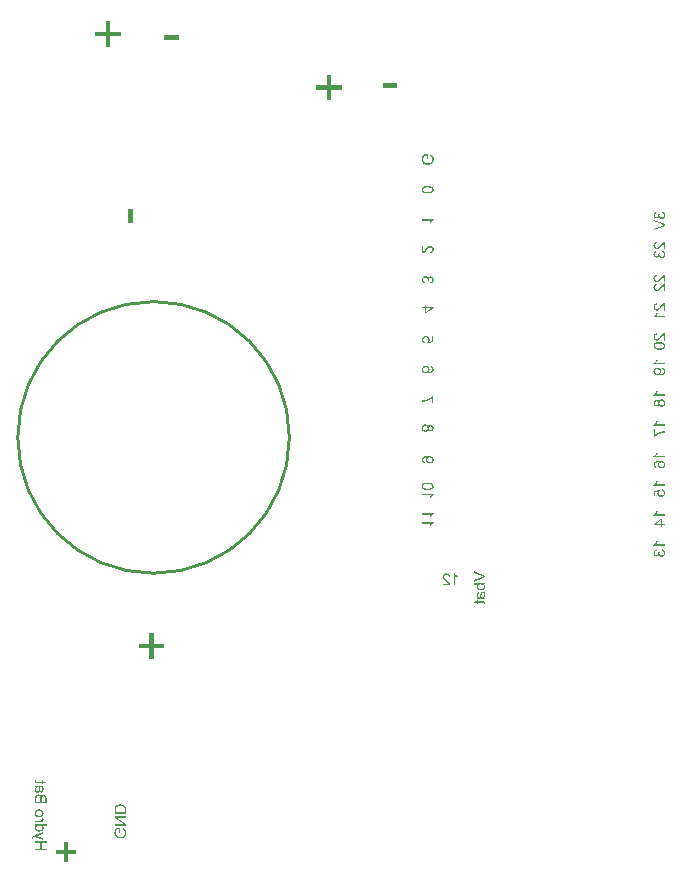
<source format=gbo>
G04*
G04 #@! TF.GenerationSoftware,Altium Limited,Altium Designer,21.9.2 (33)*
G04*
G04 Layer_Color=32896*
%FSLAX25Y25*%
%MOIN*%
G70*
G04*
G04 #@! TF.SameCoordinates,2E303187-FE1F-4BD8-B44E-E95B7E70DBC6*
G04*
G04*
G04 #@! TF.FilePolarity,Positive*
G04*
G01*
G75*
%ADD15C,0.01000*%
G36*
X18020Y322910D02*
X21500D01*
Y321448D01*
X18020D01*
Y317968D01*
X16539D01*
Y321448D01*
X13059D01*
Y322910D01*
X16539D01*
Y326427D01*
X18020D01*
Y322910D01*
D02*
G37*
G36*
X41000Y320077D02*
X36132D01*
Y321650D01*
X41000D01*
Y320077D01*
D02*
G37*
G36*
X25650Y259000D02*
X24077D01*
Y263868D01*
X25650D01*
Y259000D01*
D02*
G37*
G36*
X-6584Y73327D02*
X-6589Y73282D01*
X-6595Y73238D01*
Y73199D01*
X-6600Y73171D01*
Y73116D01*
X-6595Y73044D01*
X-6584Y72994D01*
X-6573Y72966D01*
X-6567Y72955D01*
X-6539Y72916D01*
X-6512Y72894D01*
X-6489Y72877D01*
X-6478Y72872D01*
X-6451Y72866D01*
X-6412Y72860D01*
X-6323Y72855D01*
X-6284Y72849D01*
X-6251D01*
X-6228D01*
X-6217D01*
X-4580D01*
Y73327D01*
X-4214D01*
Y72849D01*
X-3243D01*
X-3526Y72378D01*
X-4214D01*
Y72028D01*
X-4580D01*
Y72378D01*
X-6190D01*
X-6267D01*
X-6334D01*
X-6395Y72383D01*
X-6456Y72389D01*
X-6506D01*
X-6550Y72394D01*
X-6623Y72405D01*
X-6678Y72416D01*
X-6717Y72422D01*
X-6739Y72433D01*
X-6745D01*
X-6795Y72455D01*
X-6833Y72489D01*
X-6872Y72522D01*
X-6900Y72550D01*
X-6928Y72583D01*
X-6944Y72605D01*
X-6956Y72622D01*
X-6961Y72627D01*
X-6989Y72688D01*
X-7006Y72750D01*
X-7022Y72816D01*
X-7028Y72883D01*
X-7033Y72938D01*
X-7039Y72983D01*
Y73027D01*
X-7033Y73149D01*
X-7028Y73210D01*
X-7017Y73266D01*
X-7011Y73316D01*
X-7006Y73354D01*
X-7000Y73377D01*
Y73388D01*
X-6584Y73327D01*
D02*
G37*
G36*
X-6939Y71689D02*
X-6878Y71662D01*
X-6822Y71639D01*
X-6773Y71628D01*
X-6728Y71612D01*
X-6695Y71606D01*
X-6673Y71601D01*
X-6667D01*
X-6628Y71595D01*
X-6578Y71589D01*
X-6523D01*
X-6462Y71584D01*
X-6323Y71578D01*
X-6184D01*
X-6051Y71573D01*
X-5990D01*
X-5940D01*
X-5896D01*
X-5862D01*
X-5840D01*
X-5835D01*
X-5202D01*
X-5096D01*
X-5002Y71567D01*
X-4930Y71562D01*
X-4869D01*
X-4824Y71556D01*
X-4791Y71551D01*
X-4775Y71545D01*
X-4769D01*
X-4697Y71528D01*
X-4636Y71506D01*
X-4586Y71484D01*
X-4536Y71456D01*
X-4502Y71434D01*
X-4475Y71417D01*
X-4458Y71406D01*
X-4453Y71401D01*
X-4408Y71356D01*
X-4364Y71306D01*
X-4330Y71251D01*
X-4297Y71196D01*
X-4275Y71145D01*
X-4258Y71107D01*
X-4247Y71079D01*
X-4242Y71068D01*
X-4214Y70979D01*
X-4192Y70885D01*
X-4175Y70790D01*
X-4164Y70696D01*
X-4158Y70613D01*
X-4153Y70552D01*
Y70491D01*
X-4158Y70357D01*
X-4169Y70241D01*
X-4186Y70130D01*
X-4203Y70041D01*
X-4219Y69963D01*
X-4236Y69908D01*
X-4242Y69886D01*
X-4247Y69869D01*
X-4253Y69863D01*
Y69858D01*
X-4292Y69763D01*
X-4342Y69680D01*
X-4386Y69608D01*
X-4430Y69547D01*
X-4475Y69503D01*
X-4508Y69469D01*
X-4530Y69447D01*
X-4536Y69442D01*
X-4608Y69392D01*
X-4686Y69347D01*
X-4763Y69314D01*
X-4835Y69286D01*
X-4908Y69264D01*
X-4958Y69247D01*
X-4980Y69242D01*
X-4997D01*
X-5002Y69236D01*
X-5007D01*
X-5069Y69697D01*
X-4969Y69730D01*
X-4880Y69763D01*
X-4808Y69802D01*
X-4752Y69836D01*
X-4708Y69869D01*
X-4680Y69897D01*
X-4663Y69919D01*
X-4658Y69924D01*
X-4619Y69991D01*
X-4591Y70069D01*
X-4569Y70152D01*
X-4558Y70230D01*
X-4547Y70307D01*
X-4541Y70363D01*
Y70418D01*
X-4547Y70546D01*
X-4564Y70657D01*
X-4591Y70746D01*
X-4619Y70824D01*
X-4652Y70879D01*
X-4674Y70924D01*
X-4697Y70951D01*
X-4702Y70957D01*
X-4752Y71001D01*
X-4813Y71034D01*
X-4880Y71062D01*
X-4947Y71079D01*
X-5007Y71090D01*
X-5063Y71096D01*
X-5096D01*
X-5102D01*
X-5108D01*
X-5119D01*
X-5141D01*
X-5180D01*
X-5213Y71090D01*
X-5224D01*
X-5229D01*
X-5246Y71034D01*
X-5263Y70973D01*
X-5296Y70846D01*
X-5324Y70701D01*
X-5352Y70568D01*
X-5363Y70502D01*
X-5368Y70441D01*
X-5379Y70385D01*
X-5385Y70341D01*
X-5390Y70302D01*
Y70274D01*
X-5396Y70252D01*
Y70246D01*
X-5407Y70147D01*
X-5424Y70063D01*
X-5435Y69991D01*
X-5446Y69936D01*
X-5452Y69891D01*
X-5463Y69858D01*
X-5468Y69836D01*
Y69830D01*
X-5490Y69758D01*
X-5513Y69697D01*
X-5540Y69636D01*
X-5563Y69586D01*
X-5585Y69542D01*
X-5607Y69514D01*
X-5618Y69492D01*
X-5624Y69486D01*
X-5662Y69431D01*
X-5707Y69386D01*
X-5751Y69342D01*
X-5796Y69309D01*
X-5835Y69281D01*
X-5868Y69258D01*
X-5890Y69247D01*
X-5896Y69242D01*
X-5957Y69214D01*
X-6023Y69192D01*
X-6084Y69175D01*
X-6145Y69164D01*
X-6195Y69159D01*
X-6234Y69153D01*
X-6256D01*
X-6267D01*
X-6334Y69159D01*
X-6390Y69164D01*
X-6506Y69192D01*
X-6600Y69231D01*
X-6684Y69275D01*
X-6750Y69320D01*
X-6800Y69358D01*
X-6828Y69386D01*
X-6839Y69397D01*
X-6911Y69497D01*
X-6967Y69608D01*
X-7006Y69730D01*
X-7033Y69841D01*
X-7050Y69941D01*
X-7056Y69986D01*
Y70024D01*
X-7061Y70058D01*
Y70102D01*
X-7056Y70202D01*
X-7044Y70302D01*
X-7033Y70391D01*
X-7017Y70468D01*
X-7000Y70529D01*
X-6983Y70579D01*
X-6978Y70613D01*
X-6972Y70624D01*
X-6933Y70718D01*
X-6883Y70807D01*
X-6828Y70890D01*
X-6778Y70973D01*
X-6728Y71040D01*
X-6689Y71090D01*
X-6662Y71123D01*
X-6650Y71129D01*
Y71134D01*
X-6723Y71145D01*
X-6789Y71157D01*
X-6850Y71168D01*
X-6900Y71184D01*
X-6944Y71201D01*
X-6972Y71212D01*
X-6995Y71218D01*
X-7000Y71223D01*
Y71717D01*
X-6939Y71689D01*
D02*
G37*
G36*
X-5762Y68670D02*
X-5651Y68648D01*
X-5557Y68615D01*
X-5468Y68581D01*
X-5402Y68548D01*
X-5352Y68515D01*
X-5318Y68493D01*
X-5307Y68487D01*
X-5218Y68409D01*
X-5146Y68326D01*
X-5085Y68232D01*
X-5035Y68148D01*
X-4997Y68071D01*
X-4974Y68004D01*
X-4963Y67982D01*
X-4958Y67965D01*
X-4952Y67954D01*
Y67949D01*
X-4896Y68043D01*
X-4841Y68126D01*
X-4780Y68193D01*
X-4724Y68248D01*
X-4680Y68293D01*
X-4636Y68326D01*
X-4614Y68343D01*
X-4602Y68348D01*
X-4519Y68393D01*
X-4441Y68426D01*
X-4364Y68454D01*
X-4292Y68470D01*
X-4231Y68481D01*
X-4181Y68487D01*
X-4153D01*
X-4142D01*
X-4047Y68481D01*
X-3953Y68465D01*
X-3870Y68437D01*
X-3792Y68409D01*
X-3726Y68382D01*
X-3681Y68354D01*
X-3648Y68337D01*
X-3637Y68332D01*
X-3554Y68271D01*
X-3476Y68204D01*
X-3415Y68132D01*
X-3365Y68065D01*
X-3326Y68010D01*
X-3298Y67960D01*
X-3281Y67927D01*
X-3276Y67921D01*
Y67915D01*
X-3237Y67810D01*
X-3209Y67693D01*
X-3187Y67577D01*
X-3176Y67466D01*
X-3165Y67366D01*
Y67322D01*
X-3159Y67283D01*
Y65773D01*
X-7000D01*
Y67238D01*
X-6995Y67371D01*
X-6989Y67488D01*
X-6978Y67593D01*
X-6967Y67682D01*
X-6956Y67754D01*
X-6950Y67810D01*
X-6939Y67843D01*
Y67854D01*
X-6911Y67949D01*
X-6883Y68026D01*
X-6850Y68099D01*
X-6817Y68160D01*
X-6795Y68210D01*
X-6773Y68248D01*
X-6756Y68271D01*
X-6750Y68276D01*
X-6700Y68337D01*
X-6639Y68393D01*
X-6578Y68437D01*
X-6523Y68481D01*
X-6467Y68515D01*
X-6428Y68537D01*
X-6401Y68554D01*
X-6390Y68559D01*
X-6301Y68598D01*
X-6212Y68626D01*
X-6129Y68648D01*
X-6051Y68659D01*
X-5984Y68670D01*
X-5929Y68676D01*
X-5896D01*
X-5890D01*
X-5884D01*
X-5762Y68670D01*
D02*
G37*
G36*
X-5446Y63681D02*
X-5335Y63670D01*
X-5229Y63653D01*
X-5130Y63631D01*
X-5035Y63603D01*
X-4952Y63570D01*
X-4869Y63537D01*
X-4802Y63503D01*
X-4741Y63470D01*
X-4686Y63437D01*
X-4636Y63403D01*
X-4597Y63376D01*
X-4569Y63353D01*
X-4547Y63337D01*
X-4536Y63326D01*
X-4530Y63320D01*
X-4464Y63248D01*
X-4408Y63176D01*
X-4353Y63098D01*
X-4314Y63020D01*
X-4275Y62943D01*
X-4247Y62865D01*
X-4197Y62715D01*
X-4186Y62643D01*
X-4175Y62582D01*
X-4164Y62526D01*
X-4158Y62476D01*
X-4153Y62437D01*
Y62382D01*
X-4158Y62288D01*
X-4164Y62199D01*
X-4203Y62027D01*
X-4253Y61877D01*
X-4281Y61810D01*
X-4308Y61749D01*
X-4336Y61694D01*
X-4364Y61650D01*
X-4391Y61605D01*
X-4414Y61572D01*
X-4436Y61544D01*
X-4453Y61522D01*
X-4458Y61511D01*
X-4464Y61505D01*
X-4536Y61427D01*
X-4619Y61366D01*
X-4708Y61305D01*
X-4797Y61261D01*
X-4891Y61216D01*
X-4991Y61183D01*
X-5085Y61155D01*
X-5174Y61133D01*
X-5263Y61111D01*
X-5341Y61100D01*
X-5418Y61089D01*
X-5479Y61083D01*
X-5535D01*
X-5574Y61078D01*
X-5596D01*
X-5607D01*
X-5735Y61083D01*
X-5857Y61094D01*
X-5968Y61111D01*
X-6073Y61133D01*
X-6168Y61161D01*
X-6256Y61189D01*
X-6340Y61222D01*
X-6412Y61255D01*
X-6478Y61289D01*
X-6534Y61322D01*
X-6578Y61350D01*
X-6617Y61378D01*
X-6650Y61400D01*
X-6673Y61416D01*
X-6684Y61427D01*
X-6689Y61433D01*
X-6756Y61505D01*
X-6811Y61577D01*
X-6861Y61655D01*
X-6906Y61733D01*
X-6939Y61810D01*
X-6972Y61894D01*
X-7017Y62043D01*
X-7028Y62110D01*
X-7039Y62177D01*
X-7050Y62232D01*
X-7056Y62282D01*
X-7061Y62327D01*
Y62382D01*
X-7056Y62515D01*
X-7033Y62637D01*
X-7006Y62754D01*
X-6978Y62848D01*
X-6944Y62932D01*
X-6933Y62965D01*
X-6922Y62993D01*
X-6911Y63020D01*
X-6900Y63037D01*
X-6894Y63042D01*
Y63048D01*
X-6822Y63159D01*
X-6745Y63253D01*
X-6667Y63337D01*
X-6589Y63403D01*
X-6523Y63453D01*
X-6467Y63492D01*
X-6445Y63503D01*
X-6428Y63514D01*
X-6423Y63520D01*
X-6417D01*
X-6290Y63575D01*
X-6151Y63614D01*
X-6012Y63648D01*
X-5873Y63664D01*
X-5812Y63675D01*
X-5757D01*
X-5701Y63681D01*
X-5657Y63686D01*
X-5618D01*
X-5590D01*
X-5574D01*
X-5568D01*
X-5446Y63681D01*
D02*
G37*
G36*
X-4258Y60878D02*
X-4219Y60789D01*
X-4192Y60711D01*
X-4169Y60639D01*
X-4158Y60578D01*
X-4153Y60528D01*
Y60489D01*
X-4158Y60428D01*
X-4169Y60373D01*
X-4186Y60317D01*
X-4203Y60273D01*
X-4219Y60240D01*
X-4236Y60206D01*
X-4247Y60190D01*
X-4253Y60184D01*
X-4297Y60134D01*
X-4353Y60084D01*
X-4419Y60034D01*
X-4480Y59990D01*
X-4541Y59946D01*
X-4591Y59918D01*
X-4630Y59896D01*
X-4636Y59890D01*
X-4214D01*
Y59463D01*
X-7000D01*
Y59935D01*
X-5546D01*
X-5435Y59940D01*
X-5335Y59946D01*
X-5241Y59957D01*
X-5157Y59973D01*
X-5091Y59990D01*
X-5041Y60001D01*
X-5007Y60007D01*
X-4997Y60012D01*
X-4935Y60034D01*
X-4885Y60062D01*
X-4841Y60090D01*
X-4802Y60118D01*
X-4775Y60145D01*
X-4752Y60162D01*
X-4741Y60179D01*
X-4736Y60184D01*
X-4702Y60229D01*
X-4680Y60279D01*
X-4663Y60329D01*
X-4652Y60367D01*
X-4647Y60406D01*
X-4641Y60434D01*
Y60462D01*
X-4647Y60523D01*
X-4658Y60584D01*
X-4674Y60645D01*
X-4691Y60695D01*
X-4708Y60739D01*
X-4724Y60773D01*
X-4736Y60795D01*
X-4741Y60800D01*
X-4308Y60972D01*
X-4258Y60878D01*
D02*
G37*
G36*
X-3159Y58247D02*
X-4536D01*
X-4475Y58197D01*
X-4425Y58142D01*
X-4375Y58092D01*
X-4336Y58036D01*
X-4308Y57992D01*
X-4281Y57959D01*
X-4269Y57937D01*
X-4264Y57925D01*
X-4225Y57853D01*
X-4197Y57775D01*
X-4181Y57698D01*
X-4164Y57626D01*
X-4158Y57565D01*
X-4153Y57520D01*
Y57476D01*
X-4158Y57354D01*
X-4181Y57237D01*
X-4208Y57132D01*
X-4242Y57043D01*
X-4281Y56965D01*
X-4308Y56910D01*
X-4319Y56888D01*
X-4330Y56871D01*
X-4336Y56865D01*
Y56860D01*
X-4408Y56760D01*
X-4497Y56677D01*
X-4580Y56604D01*
X-4663Y56549D01*
X-4741Y56505D01*
X-4802Y56471D01*
X-4824Y56460D01*
X-4841Y56449D01*
X-4852Y56444D01*
X-4858D01*
X-4985Y56399D01*
X-5119Y56366D01*
X-5246Y56338D01*
X-5363Y56322D01*
X-5463Y56310D01*
X-5507D01*
X-5540Y56305D01*
X-5574D01*
X-5596D01*
X-5607D01*
X-5613D01*
X-5768Y56310D01*
X-5912Y56327D01*
X-6040Y56355D01*
X-6151Y56383D01*
X-6201Y56394D01*
X-6240Y56405D01*
X-6278Y56421D01*
X-6312Y56432D01*
X-6334Y56444D01*
X-6351Y56449D01*
X-6362Y56455D01*
X-6367D01*
X-6484Y56516D01*
X-6584Y56588D01*
X-6673Y56660D01*
X-6745Y56732D01*
X-6800Y56793D01*
X-6845Y56843D01*
X-6867Y56876D01*
X-6878Y56882D01*
Y56888D01*
X-6939Y56993D01*
X-6983Y57099D01*
X-7017Y57204D01*
X-7039Y57298D01*
X-7050Y57376D01*
X-7056Y57443D01*
X-7061Y57465D01*
Y57498D01*
X-7056Y57592D01*
X-7044Y57681D01*
X-7022Y57764D01*
X-6995Y57837D01*
X-6967Y57909D01*
X-6933Y57975D01*
X-6894Y58031D01*
X-6856Y58081D01*
X-6817Y58131D01*
X-6778Y58170D01*
X-6745Y58203D01*
X-6717Y58231D01*
X-6689Y58253D01*
X-6667Y58270D01*
X-6656Y58275D01*
X-6650Y58281D01*
X-7000D01*
Y58719D01*
X-3159D01*
Y58247D01*
D02*
G37*
G36*
X-4214Y55606D02*
X-5840Y55006D01*
X-5957Y54962D01*
X-6068Y54928D01*
X-6179Y54890D01*
X-6273Y54862D01*
X-6356Y54840D01*
X-6390Y54829D01*
X-6417Y54823D01*
X-6439Y54817D01*
X-6456Y54812D01*
X-6467Y54806D01*
X-6473D01*
X-6345Y54773D01*
X-6228Y54740D01*
X-6117Y54706D01*
X-6023Y54673D01*
X-5945Y54645D01*
X-5912Y54634D01*
X-5884Y54623D01*
X-5857Y54618D01*
X-5840Y54612D01*
X-5835Y54606D01*
X-5829D01*
X-4214Y54024D01*
Y53524D01*
X-7000Y54579D01*
X-7050Y54557D01*
X-7089Y54545D01*
X-7111Y54534D01*
X-7117D01*
X-7211Y54501D01*
X-7289Y54468D01*
X-7355Y54446D01*
X-7400Y54423D01*
X-7433Y54412D01*
X-7455Y54401D01*
X-7466Y54390D01*
X-7472D01*
X-7533Y54346D01*
X-7577Y54296D01*
X-7594Y54273D01*
X-7605Y54257D01*
X-7616Y54246D01*
Y54240D01*
X-7633Y54201D01*
X-7649Y54163D01*
X-7666Y54079D01*
Y54046D01*
X-7672Y54018D01*
Y53990D01*
X-7666Y53902D01*
X-7649Y53813D01*
X-7638Y53780D01*
X-7633Y53752D01*
X-7627Y53730D01*
Y53724D01*
X-8066Y53774D01*
X-8088Y53835D01*
X-8099Y53891D01*
X-8110Y53940D01*
X-8121Y53985D01*
Y54024D01*
X-8127Y54052D01*
Y54074D01*
X-8121Y54157D01*
X-8110Y54229D01*
X-8093Y54296D01*
X-8071Y54351D01*
X-8049Y54401D01*
X-8032Y54435D01*
X-8021Y54457D01*
X-8016Y54462D01*
X-7971Y54523D01*
X-7916Y54573D01*
X-7860Y54623D01*
X-7805Y54668D01*
X-7755Y54701D01*
X-7716Y54729D01*
X-7688Y54745D01*
X-7677Y54751D01*
X-7638Y54767D01*
X-7599Y54790D01*
X-7505Y54834D01*
X-7400Y54878D01*
X-7294Y54917D01*
X-7200Y54956D01*
X-7155Y54973D01*
X-7117Y54989D01*
X-7089Y55001D01*
X-7067Y55012D01*
X-7050Y55017D01*
X-7044D01*
X-4214Y56077D01*
Y55606D01*
D02*
G37*
G36*
X-3159Y52498D02*
X-4736D01*
Y50511D01*
X-3159D01*
Y50000D01*
X-7000D01*
Y50511D01*
X-5191D01*
Y52498D01*
X-7000D01*
Y53008D01*
X-3159D01*
Y52498D01*
D02*
G37*
G36*
X21626Y65350D02*
X21798Y65333D01*
X21953Y65305D01*
X22025Y65294D01*
X22086Y65278D01*
X22147Y65261D01*
X22197Y65250D01*
X22242Y65239D01*
X22280Y65222D01*
X22314Y65216D01*
X22336Y65205D01*
X22347Y65200D01*
X22353D01*
X22497Y65139D01*
X22625Y65067D01*
X22736Y64989D01*
X22830Y64917D01*
X22908Y64850D01*
X22963Y64795D01*
X22980Y64773D01*
X22997Y64756D01*
X23002Y64750D01*
X23008Y64745D01*
X23080Y64656D01*
X23135Y64562D01*
X23185Y64467D01*
X23224Y64378D01*
X23252Y64301D01*
X23268Y64240D01*
X23280Y64218D01*
Y64201D01*
X23285Y64190D01*
Y64184D01*
X23302Y64090D01*
X23318Y63979D01*
X23329Y63868D01*
X23335Y63757D01*
X23341Y63657D01*
Y62181D01*
X19500D01*
Y63563D01*
X19505Y63690D01*
X19511Y63807D01*
X19522Y63912D01*
X19533Y64001D01*
X19544Y64079D01*
X19550Y64134D01*
X19556Y64151D01*
X19561Y64168D01*
Y64179D01*
X19589Y64279D01*
X19622Y64367D01*
X19650Y64445D01*
X19683Y64512D01*
X19711Y64567D01*
X19733Y64606D01*
X19750Y64628D01*
X19755Y64639D01*
X19805Y64711D01*
X19866Y64773D01*
X19922Y64834D01*
X19977Y64884D01*
X20027Y64928D01*
X20066Y64961D01*
X20094Y64983D01*
X20105Y64989D01*
X20194Y65044D01*
X20288Y65100D01*
X20377Y65144D01*
X20466Y65178D01*
X20543Y65211D01*
X20604Y65233D01*
X20627Y65239D01*
X20643Y65244D01*
X20654Y65250D01*
X20660D01*
X20793Y65283D01*
X20926Y65311D01*
X21054Y65328D01*
X21176Y65344D01*
X21282Y65350D01*
X21326D01*
X21365Y65355D01*
X21393D01*
X21420D01*
X21431D01*
X21437D01*
X21626Y65350D01*
D02*
G37*
G36*
X23341Y60838D02*
X20321D01*
X23341Y58823D01*
Y58301D01*
X19500D01*
Y58790D01*
X22514D01*
X19500Y60799D01*
Y61326D01*
X23341D01*
Y60838D01*
D02*
G37*
G36*
X21459Y55926D02*
X21004D01*
Y57058D01*
X20283D01*
X20227Y56991D01*
X20177Y56914D01*
X20133Y56831D01*
X20094Y56753D01*
X20061Y56686D01*
X20033Y56625D01*
X20022Y56603D01*
X20016Y56592D01*
X20011Y56581D01*
Y56575D01*
X19972Y56459D01*
X19939Y56342D01*
X19916Y56237D01*
X19905Y56137D01*
X19894Y56054D01*
Y56020D01*
X19888Y55987D01*
Y55931D01*
X19894Y55793D01*
X19916Y55660D01*
X19944Y55537D01*
X19972Y55426D01*
X20005Y55338D01*
X20016Y55299D01*
X20027Y55271D01*
X20038Y55243D01*
X20049Y55226D01*
X20055Y55215D01*
Y55210D01*
X20127Y55093D01*
X20205Y54988D01*
X20288Y54899D01*
X20371Y54827D01*
X20449Y54766D01*
X20510Y54727D01*
X20532Y54710D01*
X20549Y54705D01*
X20560Y54694D01*
X20566D01*
X20704Y54638D01*
X20849Y54594D01*
X20993Y54566D01*
X21132Y54544D01*
X21193Y54538D01*
X21248Y54533D01*
X21304Y54527D01*
X21348D01*
X21382Y54522D01*
X21409D01*
X21426D01*
X21431D01*
X21587Y54527D01*
X21726Y54544D01*
X21859Y54566D01*
X21975Y54594D01*
X22025Y54605D01*
X22070Y54622D01*
X22108Y54633D01*
X22142Y54644D01*
X22170Y54655D01*
X22186Y54660D01*
X22197Y54666D01*
X22203D01*
X22280Y54705D01*
X22353Y54744D01*
X22419Y54783D01*
X22475Y54821D01*
X22519Y54855D01*
X22558Y54882D01*
X22580Y54905D01*
X22586Y54910D01*
X22647Y54971D01*
X22702Y55038D01*
X22747Y55110D01*
X22791Y55177D01*
X22819Y55232D01*
X22847Y55277D01*
X22858Y55310D01*
X22863Y55321D01*
X22902Y55421D01*
X22930Y55521D01*
X22946Y55626D01*
X22963Y55721D01*
X22969Y55804D01*
Y55837D01*
X22974Y55865D01*
Y55926D01*
X22969Y56031D01*
X22958Y56131D01*
X22941Y56220D01*
X22924Y56298D01*
X22902Y56364D01*
X22885Y56414D01*
X22874Y56442D01*
X22869Y56453D01*
X22830Y56536D01*
X22786Y56608D01*
X22741Y56675D01*
X22697Y56725D01*
X22658Y56764D01*
X22630Y56797D01*
X22608Y56814D01*
X22602Y56819D01*
X22536Y56869D01*
X22458Y56908D01*
X22386Y56947D01*
X22308Y56980D01*
X22242Y57003D01*
X22192Y57019D01*
X22170Y57025D01*
X22153Y57030D01*
X22147Y57036D01*
X22142D01*
X22264Y57497D01*
X22403Y57458D01*
X22525Y57408D01*
X22636Y57358D01*
X22725Y57313D01*
X22797Y57269D01*
X22847Y57236D01*
X22880Y57213D01*
X22891Y57202D01*
X22980Y57125D01*
X23052Y57041D01*
X23119Y56953D01*
X23174Y56869D01*
X23213Y56792D01*
X23246Y56731D01*
X23257Y56708D01*
X23263Y56692D01*
X23268Y56681D01*
Y56675D01*
X23313Y56547D01*
X23346Y56414D01*
X23374Y56292D01*
X23391Y56176D01*
X23402Y56070D01*
Y56026D01*
X23407Y55992D01*
Y55815D01*
X23396Y55715D01*
X23368Y55521D01*
X23352Y55432D01*
X23329Y55349D01*
X23313Y55271D01*
X23291Y55199D01*
X23268Y55132D01*
X23246Y55077D01*
X23224Y55027D01*
X23207Y54982D01*
X23191Y54949D01*
X23180Y54927D01*
X23174Y54910D01*
X23168Y54905D01*
X23119Y54827D01*
X23069Y54749D01*
X22952Y54616D01*
X22836Y54500D01*
X22714Y54405D01*
X22608Y54327D01*
X22564Y54300D01*
X22519Y54277D01*
X22486Y54255D01*
X22464Y54244D01*
X22447Y54239D01*
X22442Y54233D01*
X22258Y54155D01*
X22075Y54100D01*
X21898Y54056D01*
X21814Y54044D01*
X21737Y54028D01*
X21665Y54022D01*
X21603Y54011D01*
X21542Y54006D01*
X21492D01*
X21454Y54000D01*
X21426D01*
X21404D01*
X21398D01*
X21193Y54011D01*
X20999Y54039D01*
X20910Y54056D01*
X20826Y54072D01*
X20743Y54094D01*
X20671Y54116D01*
X20604Y54139D01*
X20549Y54161D01*
X20493Y54178D01*
X20455Y54194D01*
X20416Y54211D01*
X20393Y54222D01*
X20377Y54233D01*
X20371D01*
X20210Y54333D01*
X20072Y54444D01*
X19950Y54561D01*
X19850Y54672D01*
X19772Y54777D01*
X19744Y54816D01*
X19716Y54855D01*
X19700Y54888D01*
X19683Y54910D01*
X19678Y54927D01*
X19672Y54932D01*
X19628Y55021D01*
X19594Y55110D01*
X19533Y55288D01*
X19494Y55460D01*
X19461Y55621D01*
X19456Y55693D01*
X19444Y55759D01*
X19439Y55820D01*
Y55870D01*
X19433Y55909D01*
Y55965D01*
X19439Y56120D01*
X19456Y56270D01*
X19483Y56409D01*
X19511Y56531D01*
X19522Y56581D01*
X19533Y56631D01*
X19550Y56675D01*
X19561Y56714D01*
X19572Y56742D01*
X19578Y56764D01*
X19583Y56775D01*
Y56781D01*
X19644Y56930D01*
X19716Y57069D01*
X19794Y57202D01*
X19866Y57319D01*
X19900Y57369D01*
X19933Y57419D01*
X19961Y57458D01*
X19983Y57491D01*
X20005Y57519D01*
X20022Y57541D01*
X20027Y57552D01*
X20033Y57558D01*
X21459D01*
Y55926D01*
D02*
G37*
G36*
X3969Y50143D02*
X6753D01*
Y48973D01*
X3969D01*
Y46159D01*
X2784D01*
Y48973D01*
X0D01*
Y50143D01*
X2784D01*
Y52927D01*
X3969D01*
Y50143D01*
D02*
G37*
G36*
X91725Y305052D02*
X95205D01*
Y303589D01*
X91725D01*
Y300110D01*
X90244D01*
Y303589D01*
X86764D01*
Y305052D01*
X90244D01*
Y308569D01*
X91725D01*
Y305052D01*
D02*
G37*
G36*
X113705Y304218D02*
X108837D01*
Y305792D01*
X113705D01*
Y304218D01*
D02*
G37*
G36*
X32520Y118910D02*
X36000D01*
Y117448D01*
X32520D01*
Y113968D01*
X31039D01*
Y117448D01*
X27559D01*
Y118910D01*
X31039D01*
Y122427D01*
X32520D01*
Y118910D01*
D02*
G37*
G36*
X125857Y162096D02*
X125763Y162040D01*
X125674Y161979D01*
X125585Y161907D01*
X125508Y161841D01*
X125441Y161774D01*
X125385Y161724D01*
X125369Y161702D01*
X125352Y161685D01*
X125347Y161680D01*
X125341Y161674D01*
X125247Y161557D01*
X125158Y161441D01*
X125080Y161330D01*
X125019Y161219D01*
X124964Y161125D01*
X124942Y161086D01*
X124925Y161053D01*
X124908Y161025D01*
X124903Y161003D01*
X124892Y160992D01*
Y160986D01*
X124436D01*
X124470Y161069D01*
X124509Y161152D01*
X124548Y161236D01*
X124586Y161313D01*
X124620Y161380D01*
X124647Y161435D01*
X124670Y161469D01*
X124675Y161474D01*
Y161480D01*
X124736Y161580D01*
X124797Y161669D01*
X124853Y161746D01*
X124903Y161807D01*
X124942Y161863D01*
X124975Y161896D01*
X124997Y161924D01*
X125003Y161929D01*
X122000D01*
Y162401D01*
X125857D01*
Y162096D01*
D02*
G37*
G36*
Y159110D02*
X125763Y159055D01*
X125674Y158993D01*
X125585Y158921D01*
X125508Y158855D01*
X125441Y158788D01*
X125385Y158738D01*
X125369Y158716D01*
X125352Y158699D01*
X125347Y158694D01*
X125341Y158688D01*
X125247Y158572D01*
X125158Y158455D01*
X125080Y158344D01*
X125019Y158233D01*
X124964Y158139D01*
X124942Y158100D01*
X124925Y158067D01*
X124908Y158039D01*
X124903Y158017D01*
X124892Y158005D01*
Y158000D01*
X124436D01*
X124470Y158083D01*
X124509Y158167D01*
X124548Y158250D01*
X124586Y158327D01*
X124620Y158394D01*
X124647Y158449D01*
X124670Y158483D01*
X124675Y158488D01*
Y158494D01*
X124736Y158594D01*
X124797Y158683D01*
X124853Y158760D01*
X124903Y158821D01*
X124942Y158877D01*
X124975Y158910D01*
X124997Y158938D01*
X125003Y158943D01*
X122000D01*
Y159415D01*
X125857D01*
Y159110D01*
D02*
G37*
G36*
X124098Y172628D02*
X124187D01*
X124276Y172623D01*
X124353Y172612D01*
X124431Y172606D01*
X124497Y172600D01*
X124558Y172589D01*
X124614Y172584D01*
X124664Y172573D01*
X124703Y172567D01*
X124736Y172562D01*
X124764Y172556D01*
X124780Y172550D01*
X124792Y172545D01*
X124797D01*
X124919Y172512D01*
X125030Y172473D01*
X125125Y172428D01*
X125208Y172395D01*
X125280Y172356D01*
X125330Y172334D01*
X125358Y172312D01*
X125369Y172306D01*
X125452Y172245D01*
X125524Y172184D01*
X125585Y172118D01*
X125641Y172056D01*
X125680Y172001D01*
X125707Y171957D01*
X125724Y171929D01*
X125730Y171923D01*
Y171918D01*
X125774Y171829D01*
X125802Y171735D01*
X125824Y171646D01*
X125841Y171563D01*
X125852Y171491D01*
X125857Y171429D01*
Y171379D01*
X125846Y171230D01*
X125824Y171091D01*
X125785Y170974D01*
X125746Y170874D01*
X125702Y170791D01*
X125685Y170758D01*
X125663Y170730D01*
X125652Y170708D01*
X125641Y170691D01*
X125630Y170686D01*
Y170680D01*
X125541Y170580D01*
X125435Y170497D01*
X125330Y170425D01*
X125230Y170369D01*
X125136Y170325D01*
X125097Y170303D01*
X125058Y170292D01*
X125030Y170281D01*
X125008Y170270D01*
X124997Y170264D01*
X124992D01*
X124908Y170242D01*
X124825Y170220D01*
X124642Y170186D01*
X124459Y170158D01*
X124287Y170142D01*
X124203Y170136D01*
X124131Y170131D01*
X124065D01*
X124004Y170125D01*
X123959D01*
X123920D01*
X123898D01*
X123893D01*
X123698Y170131D01*
X123515Y170142D01*
X123349Y170158D01*
X123193Y170186D01*
X123049Y170214D01*
X122921Y170247D01*
X122805Y170281D01*
X122705Y170314D01*
X122616Y170347D01*
X122538Y170386D01*
X122472Y170414D01*
X122422Y170441D01*
X122377Y170469D01*
X122350Y170486D01*
X122333Y170497D01*
X122327Y170502D01*
X122261Y170564D01*
X122200Y170630D01*
X122144Y170702D01*
X122100Y170774D01*
X122061Y170847D01*
X122028Y170919D01*
X122005Y170991D01*
X121983Y171057D01*
X121967Y171124D01*
X121956Y171185D01*
X121944Y171241D01*
X121939Y171285D01*
X121933Y171324D01*
Y171379D01*
X121944Y171529D01*
X121967Y171668D01*
X122005Y171785D01*
X122044Y171885D01*
X122083Y171968D01*
X122105Y171995D01*
X122122Y172023D01*
X122133Y172046D01*
X122144Y172062D01*
X122155Y172068D01*
Y172073D01*
X122250Y172173D01*
X122350Y172256D01*
X122461Y172328D01*
X122561Y172384D01*
X122655Y172428D01*
X122694Y172451D01*
X122733Y172462D01*
X122760Y172473D01*
X122783Y172484D01*
X122794Y172490D01*
X122799D01*
X122882Y172517D01*
X122966Y172539D01*
X123143Y172573D01*
X123326Y172600D01*
X123504Y172617D01*
X123582Y172623D01*
X123654Y172628D01*
X123721D01*
X123782Y172634D01*
X123826D01*
X123865D01*
X123887D01*
X123893D01*
X123998D01*
X124098Y172628D01*
D02*
G37*
G36*
X125857Y168610D02*
X125763Y168554D01*
X125674Y168493D01*
X125585Y168421D01*
X125508Y168355D01*
X125441Y168288D01*
X125385Y168238D01*
X125369Y168216D01*
X125352Y168199D01*
X125347Y168194D01*
X125341Y168188D01*
X125247Y168072D01*
X125158Y167955D01*
X125080Y167844D01*
X125019Y167733D01*
X124964Y167639D01*
X124942Y167600D01*
X124925Y167567D01*
X124908Y167539D01*
X124903Y167517D01*
X124892Y167506D01*
Y167500D01*
X124436D01*
X124470Y167583D01*
X124509Y167666D01*
X124548Y167750D01*
X124586Y167827D01*
X124620Y167894D01*
X124647Y167949D01*
X124670Y167983D01*
X124675Y167988D01*
Y167994D01*
X124736Y168094D01*
X124797Y168183D01*
X124853Y168260D01*
X124903Y168321D01*
X124942Y168377D01*
X124975Y168410D01*
X124997Y168438D01*
X125003Y168444D01*
X122000D01*
Y168915D01*
X125857D01*
Y168610D01*
D02*
G37*
G36*
X123959Y280426D02*
X123504D01*
Y281558D01*
X122783D01*
X122727Y281491D01*
X122677Y281414D01*
X122633Y281330D01*
X122594Y281253D01*
X122561Y281186D01*
X122533Y281125D01*
X122522Y281103D01*
X122516Y281092D01*
X122511Y281081D01*
Y281075D01*
X122472Y280959D01*
X122438Y280842D01*
X122416Y280737D01*
X122405Y280637D01*
X122394Y280554D01*
Y280520D01*
X122389Y280487D01*
Y280431D01*
X122394Y280293D01*
X122416Y280159D01*
X122444Y280037D01*
X122472Y279926D01*
X122505Y279838D01*
X122516Y279799D01*
X122527Y279771D01*
X122538Y279743D01*
X122549Y279727D01*
X122555Y279715D01*
Y279710D01*
X122627Y279593D01*
X122705Y279488D01*
X122788Y279399D01*
X122871Y279327D01*
X122949Y279266D01*
X123010Y279227D01*
X123032Y279210D01*
X123049Y279205D01*
X123060Y279194D01*
X123066D01*
X123204Y279138D01*
X123349Y279094D01*
X123493Y279066D01*
X123632Y279044D01*
X123693Y279038D01*
X123748Y279033D01*
X123804Y279027D01*
X123848D01*
X123881Y279022D01*
X123909D01*
X123926D01*
X123931D01*
X124087Y279027D01*
X124225Y279044D01*
X124359Y279066D01*
X124475Y279094D01*
X124525Y279105D01*
X124570Y279122D01*
X124609Y279133D01*
X124642Y279144D01*
X124670Y279155D01*
X124686Y279160D01*
X124697Y279166D01*
X124703D01*
X124780Y279205D01*
X124853Y279244D01*
X124919Y279282D01*
X124975Y279321D01*
X125019Y279355D01*
X125058Y279382D01*
X125080Y279405D01*
X125086Y279410D01*
X125147Y279471D01*
X125202Y279538D01*
X125247Y279610D01*
X125291Y279677D01*
X125319Y279732D01*
X125347Y279777D01*
X125358Y279810D01*
X125363Y279821D01*
X125402Y279921D01*
X125430Y280021D01*
X125447Y280126D01*
X125463Y280221D01*
X125469Y280304D01*
Y280337D01*
X125474Y280365D01*
Y280426D01*
X125469Y280531D01*
X125458Y280631D01*
X125441Y280720D01*
X125424Y280798D01*
X125402Y280864D01*
X125385Y280914D01*
X125374Y280942D01*
X125369Y280953D01*
X125330Y281036D01*
X125286Y281108D01*
X125241Y281175D01*
X125197Y281225D01*
X125158Y281264D01*
X125130Y281297D01*
X125108Y281314D01*
X125102Y281319D01*
X125036Y281369D01*
X124958Y281408D01*
X124886Y281447D01*
X124808Y281480D01*
X124742Y281503D01*
X124692Y281519D01*
X124670Y281525D01*
X124653Y281530D01*
X124647Y281536D01*
X124642D01*
X124764Y281996D01*
X124903Y281958D01*
X125025Y281908D01*
X125136Y281858D01*
X125224Y281813D01*
X125297Y281769D01*
X125347Y281736D01*
X125380Y281714D01*
X125391Y281702D01*
X125480Y281625D01*
X125552Y281541D01*
X125619Y281453D01*
X125674Y281369D01*
X125713Y281292D01*
X125746Y281231D01*
X125757Y281208D01*
X125763Y281192D01*
X125768Y281181D01*
Y281175D01*
X125813Y281047D01*
X125846Y280914D01*
X125874Y280792D01*
X125891Y280676D01*
X125902Y280570D01*
Y280526D01*
X125907Y280492D01*
Y280315D01*
X125896Y280215D01*
X125868Y280021D01*
X125852Y279932D01*
X125830Y279849D01*
X125813Y279771D01*
X125791Y279699D01*
X125768Y279632D01*
X125746Y279577D01*
X125724Y279527D01*
X125707Y279482D01*
X125691Y279449D01*
X125680Y279427D01*
X125674Y279410D01*
X125669Y279405D01*
X125619Y279327D01*
X125569Y279249D01*
X125452Y279116D01*
X125336Y278999D01*
X125213Y278905D01*
X125108Y278827D01*
X125064Y278800D01*
X125019Y278778D01*
X124986Y278755D01*
X124964Y278744D01*
X124947Y278739D01*
X124942Y278733D01*
X124758Y278655D01*
X124575Y278600D01*
X124398Y278555D01*
X124314Y278544D01*
X124237Y278528D01*
X124164Y278522D01*
X124103Y278511D01*
X124042Y278505D01*
X123993D01*
X123954Y278500D01*
X123926D01*
X123904D01*
X123898D01*
X123693Y278511D01*
X123498Y278539D01*
X123410Y278555D01*
X123326Y278572D01*
X123243Y278594D01*
X123171Y278617D01*
X123104Y278639D01*
X123049Y278661D01*
X122994Y278678D01*
X122955Y278694D01*
X122916Y278711D01*
X122894Y278722D01*
X122877Y278733D01*
X122871D01*
X122710Y278833D01*
X122572Y278944D01*
X122450Y279061D01*
X122350Y279171D01*
X122272Y279277D01*
X122244Y279316D01*
X122216Y279355D01*
X122200Y279388D01*
X122183Y279410D01*
X122178Y279427D01*
X122172Y279432D01*
X122128Y279521D01*
X122094Y279610D01*
X122033Y279788D01*
X121994Y279960D01*
X121961Y280121D01*
X121956Y280193D01*
X121944Y280259D01*
X121939Y280320D01*
Y280370D01*
X121933Y280409D01*
Y280465D01*
X121939Y280620D01*
X121956Y280770D01*
X121983Y280909D01*
X122011Y281031D01*
X122022Y281081D01*
X122033Y281131D01*
X122050Y281175D01*
X122061Y281214D01*
X122072Y281242D01*
X122078Y281264D01*
X122083Y281275D01*
Y281280D01*
X122144Y281430D01*
X122216Y281569D01*
X122294Y281702D01*
X122366Y281819D01*
X122400Y281869D01*
X122433Y281919D01*
X122461Y281958D01*
X122483Y281991D01*
X122505Y282019D01*
X122522Y282041D01*
X122527Y282052D01*
X122533Y282057D01*
X123959D01*
Y280426D01*
D02*
G37*
G36*
X124098Y271503D02*
X124187D01*
X124276Y271498D01*
X124353Y271486D01*
X124431Y271481D01*
X124497Y271475D01*
X124558Y271464D01*
X124614Y271459D01*
X124664Y271448D01*
X124703Y271442D01*
X124736Y271437D01*
X124764Y271431D01*
X124780Y271425D01*
X124792Y271420D01*
X124797D01*
X124919Y271387D01*
X125030Y271348D01*
X125125Y271303D01*
X125208Y271270D01*
X125280Y271231D01*
X125330Y271209D01*
X125358Y271187D01*
X125369Y271181D01*
X125452Y271120D01*
X125524Y271059D01*
X125585Y270992D01*
X125641Y270931D01*
X125680Y270876D01*
X125707Y270831D01*
X125724Y270804D01*
X125730Y270798D01*
Y270793D01*
X125774Y270704D01*
X125802Y270609D01*
X125824Y270521D01*
X125841Y270437D01*
X125852Y270365D01*
X125857Y270304D01*
Y270254D01*
X125846Y270104D01*
X125824Y269966D01*
X125785Y269849D01*
X125746Y269749D01*
X125702Y269666D01*
X125685Y269633D01*
X125663Y269605D01*
X125652Y269583D01*
X125641Y269566D01*
X125630Y269561D01*
Y269555D01*
X125541Y269455D01*
X125435Y269372D01*
X125330Y269300D01*
X125230Y269244D01*
X125136Y269200D01*
X125097Y269178D01*
X125058Y269166D01*
X125030Y269155D01*
X125008Y269144D01*
X124997Y269139D01*
X124992D01*
X124908Y269117D01*
X124825Y269094D01*
X124642Y269061D01*
X124459Y269033D01*
X124287Y269017D01*
X124203Y269011D01*
X124131Y269005D01*
X124065D01*
X124004Y269000D01*
X123959D01*
X123920D01*
X123898D01*
X123893D01*
X123698Y269005D01*
X123515Y269017D01*
X123349Y269033D01*
X123193Y269061D01*
X123049Y269089D01*
X122921Y269122D01*
X122805Y269155D01*
X122705Y269189D01*
X122616Y269222D01*
X122538Y269261D01*
X122472Y269289D01*
X122422Y269316D01*
X122377Y269344D01*
X122350Y269361D01*
X122333Y269372D01*
X122327Y269377D01*
X122261Y269439D01*
X122200Y269505D01*
X122144Y269577D01*
X122100Y269649D01*
X122061Y269722D01*
X122028Y269794D01*
X122005Y269866D01*
X121983Y269932D01*
X121967Y269999D01*
X121956Y270060D01*
X121944Y270115D01*
X121939Y270160D01*
X121933Y270199D01*
Y270254D01*
X121944Y270404D01*
X121967Y270543D01*
X122005Y270659D01*
X122044Y270759D01*
X122083Y270843D01*
X122105Y270870D01*
X122122Y270898D01*
X122133Y270920D01*
X122144Y270937D01*
X122155Y270942D01*
Y270948D01*
X122250Y271048D01*
X122350Y271131D01*
X122461Y271203D01*
X122561Y271259D01*
X122655Y271303D01*
X122694Y271325D01*
X122733Y271337D01*
X122760Y271348D01*
X122783Y271359D01*
X122794Y271364D01*
X122799D01*
X122882Y271392D01*
X122966Y271414D01*
X123143Y271448D01*
X123326Y271475D01*
X123504Y271492D01*
X123582Y271498D01*
X123654Y271503D01*
X123721D01*
X123782Y271509D01*
X123826D01*
X123865D01*
X123887D01*
X123893D01*
X123998D01*
X124098Y271503D01*
D02*
G37*
G36*
X125857Y260110D02*
X125763Y260054D01*
X125674Y259993D01*
X125585Y259921D01*
X125508Y259855D01*
X125441Y259788D01*
X125385Y259738D01*
X125369Y259716D01*
X125352Y259699D01*
X125347Y259694D01*
X125341Y259688D01*
X125247Y259572D01*
X125158Y259455D01*
X125080Y259344D01*
X125019Y259233D01*
X124964Y259139D01*
X124942Y259100D01*
X124925Y259067D01*
X124908Y259039D01*
X124903Y259017D01*
X124892Y259005D01*
Y259000D01*
X124436D01*
X124470Y259083D01*
X124509Y259167D01*
X124548Y259250D01*
X124586Y259327D01*
X124620Y259394D01*
X124647Y259450D01*
X124670Y259483D01*
X124675Y259488D01*
Y259494D01*
X124736Y259594D01*
X124797Y259683D01*
X124853Y259760D01*
X124903Y259821D01*
X124942Y259877D01*
X124975Y259910D01*
X124997Y259938D01*
X125003Y259944D01*
X122000D01*
Y260415D01*
X125857D01*
Y260110D01*
D02*
G37*
G36*
X122455Y249660D02*
X122549Y249727D01*
X122588Y249760D01*
X122627Y249788D01*
X122660Y249816D01*
X122683Y249838D01*
X122699Y249855D01*
X122705Y249860D01*
X122733Y249888D01*
X122760Y249921D01*
X122833Y249999D01*
X122916Y250088D01*
X122999Y250182D01*
X123071Y250271D01*
X123104Y250310D01*
X123138Y250343D01*
X123160Y250371D01*
X123177Y250393D01*
X123188Y250404D01*
X123193Y250410D01*
X123271Y250499D01*
X123343Y250587D01*
X123415Y250665D01*
X123476Y250737D01*
X123537Y250804D01*
X123593Y250859D01*
X123643Y250915D01*
X123687Y250959D01*
X123732Y251004D01*
X123765Y251037D01*
X123793Y251065D01*
X123820Y251092D01*
X123854Y251120D01*
X123865Y251131D01*
X123959Y251209D01*
X124042Y251275D01*
X124126Y251331D01*
X124192Y251375D01*
X124253Y251409D01*
X124298Y251431D01*
X124326Y251442D01*
X124337Y251448D01*
X124420Y251481D01*
X124503Y251503D01*
X124581Y251525D01*
X124647Y251536D01*
X124708Y251542D01*
X124753Y251547D01*
X124780D01*
X124792D01*
X124875Y251542D01*
X124953Y251531D01*
X125030Y251520D01*
X125097Y251498D01*
X125230Y251442D01*
X125336Y251386D01*
X125385Y251353D01*
X125424Y251325D01*
X125463Y251298D01*
X125491Y251270D01*
X125513Y251248D01*
X125535Y251237D01*
X125541Y251226D01*
X125547Y251220D01*
X125602Y251159D01*
X125652Y251092D01*
X125691Y251020D01*
X125724Y250948D01*
X125779Y250804D01*
X125818Y250659D01*
X125830Y250598D01*
X125841Y250537D01*
X125846Y250482D01*
X125852Y250437D01*
X125857Y250399D01*
Y250343D01*
X125852Y250243D01*
X125846Y250149D01*
X125830Y250060D01*
X125813Y249977D01*
X125791Y249899D01*
X125768Y249827D01*
X125741Y249760D01*
X125713Y249699D01*
X125685Y249644D01*
X125657Y249599D01*
X125635Y249561D01*
X125613Y249527D01*
X125596Y249500D01*
X125580Y249483D01*
X125574Y249472D01*
X125569Y249466D01*
X125513Y249411D01*
X125452Y249361D01*
X125385Y249311D01*
X125319Y249272D01*
X125186Y249205D01*
X125052Y249161D01*
X124992Y249144D01*
X124930Y249128D01*
X124880Y249117D01*
X124836Y249106D01*
X124797Y249100D01*
X124769D01*
X124753Y249094D01*
X124747D01*
X124697Y249577D01*
X124825Y249588D01*
X124936Y249610D01*
X125036Y249644D01*
X125114Y249683D01*
X125180Y249716D01*
X125224Y249749D01*
X125252Y249771D01*
X125263Y249782D01*
X125330Y249866D01*
X125380Y249955D01*
X125419Y250049D01*
X125441Y250132D01*
X125458Y250210D01*
X125463Y250276D01*
X125469Y250299D01*
Y250332D01*
X125463Y250448D01*
X125441Y250554D01*
X125408Y250643D01*
X125374Y250721D01*
X125336Y250782D01*
X125308Y250820D01*
X125286Y250848D01*
X125275Y250859D01*
X125197Y250926D01*
X125119Y250976D01*
X125041Y251015D01*
X124964Y251037D01*
X124903Y251054D01*
X124847Y251059D01*
X124814Y251065D01*
X124808D01*
X124803D01*
X124703Y251054D01*
X124597Y251031D01*
X124503Y250992D01*
X124414Y250954D01*
X124342Y250909D01*
X124281Y250870D01*
X124259Y250859D01*
X124242Y250848D01*
X124237Y250837D01*
X124231D01*
X124170Y250793D01*
X124109Y250737D01*
X124042Y250676D01*
X123976Y250609D01*
X123843Y250471D01*
X123709Y250332D01*
X123648Y250260D01*
X123593Y250199D01*
X123543Y250138D01*
X123498Y250088D01*
X123465Y250049D01*
X123437Y250016D01*
X123421Y249993D01*
X123415Y249988D01*
X123299Y249849D01*
X123188Y249722D01*
X123088Y249616D01*
X123004Y249533D01*
X122932Y249461D01*
X122882Y249411D01*
X122849Y249383D01*
X122844Y249372D01*
X122838D01*
X122744Y249294D01*
X122655Y249233D01*
X122566Y249178D01*
X122488Y249133D01*
X122422Y249100D01*
X122372Y249078D01*
X122339Y249067D01*
X122333Y249061D01*
X122327D01*
X122266Y249039D01*
X122211Y249028D01*
X122155Y249017D01*
X122105Y249011D01*
X122061Y249006D01*
X122028D01*
X122005D01*
X122000D01*
Y251553D01*
X122455D01*
Y249660D01*
D02*
G37*
G36*
X123265Y241509D02*
X123388Y241486D01*
X123493Y241453D01*
X123582Y241420D01*
X123654Y241387D01*
X123709Y241353D01*
X123743Y241331D01*
X123754Y241325D01*
X123837Y241248D01*
X123909Y241164D01*
X123965Y241076D01*
X124009Y240987D01*
X124042Y240909D01*
X124065Y240848D01*
X124070Y240826D01*
X124076Y240809D01*
X124081Y240798D01*
Y240793D01*
X124131Y240887D01*
X124181Y240965D01*
X124237Y241031D01*
X124287Y241087D01*
X124331Y241131D01*
X124370Y241164D01*
X124392Y241181D01*
X124403Y241187D01*
X124481Y241231D01*
X124558Y241264D01*
X124636Y241292D01*
X124708Y241309D01*
X124769Y241320D01*
X124814Y241325D01*
X124847D01*
X124858D01*
X124953Y241320D01*
X125047Y241303D01*
X125130Y241281D01*
X125202Y241253D01*
X125263Y241226D01*
X125313Y241203D01*
X125341Y241187D01*
X125352Y241181D01*
X125435Y241126D01*
X125508Y241059D01*
X125569Y240992D01*
X125624Y240926D01*
X125663Y240870D01*
X125696Y240820D01*
X125713Y240787D01*
X125718Y240782D01*
Y240776D01*
X125763Y240676D01*
X125796Y240576D01*
X125824Y240476D01*
X125841Y240388D01*
X125852Y240315D01*
X125857Y240254D01*
Y240115D01*
X125846Y240038D01*
X125818Y239888D01*
X125774Y239760D01*
X125730Y239649D01*
X125702Y239599D01*
X125680Y239561D01*
X125657Y239522D01*
X125635Y239494D01*
X125619Y239472D01*
X125608Y239455D01*
X125602Y239444D01*
X125596Y239439D01*
X125491Y239333D01*
X125374Y239250D01*
X125252Y239183D01*
X125130Y239128D01*
X125025Y239094D01*
X124980Y239078D01*
X124942Y239067D01*
X124908Y239061D01*
X124886Y239055D01*
X124869Y239050D01*
X124864D01*
X124780Y239522D01*
X124903Y239544D01*
X125008Y239577D01*
X125097Y239616D01*
X125169Y239655D01*
X125224Y239694D01*
X125263Y239727D01*
X125291Y239749D01*
X125297Y239755D01*
X125352Y239827D01*
X125397Y239905D01*
X125424Y239977D01*
X125447Y240049D01*
X125458Y240115D01*
X125469Y240165D01*
Y240210D01*
X125463Y240310D01*
X125441Y240399D01*
X125413Y240476D01*
X125385Y240543D01*
X125352Y240593D01*
X125324Y240632D01*
X125302Y240659D01*
X125297Y240665D01*
X125230Y240726D01*
X125158Y240770D01*
X125086Y240798D01*
X125019Y240820D01*
X124958Y240831D01*
X124914Y240843D01*
X124880D01*
X124875D01*
X124869D01*
X124808D01*
X124753Y240831D01*
X124658Y240804D01*
X124575Y240765D01*
X124503Y240721D01*
X124453Y240676D01*
X124414Y240637D01*
X124392Y240610D01*
X124387Y240604D01*
Y240598D01*
X124337Y240504D01*
X124298Y240415D01*
X124270Y240321D01*
X124253Y240238D01*
X124242Y240165D01*
X124231Y240104D01*
Y240032D01*
X124237Y240010D01*
Y239982D01*
X123820Y239927D01*
X123837Y239999D01*
X123848Y240066D01*
X123859Y240121D01*
X123865Y240171D01*
X123870Y240210D01*
Y240260D01*
X123859Y240376D01*
X123837Y240482D01*
X123804Y240576D01*
X123765Y240654D01*
X123726Y240715D01*
X123693Y240759D01*
X123671Y240787D01*
X123659Y240798D01*
X123576Y240870D01*
X123487Y240926D01*
X123399Y240965D01*
X123310Y240987D01*
X123238Y241003D01*
X123177Y241009D01*
X123154Y241015D01*
X123138D01*
X123127D01*
X123121D01*
X122999Y241003D01*
X122888Y240976D01*
X122794Y240943D01*
X122710Y240898D01*
X122644Y240854D01*
X122594Y240820D01*
X122561Y240793D01*
X122549Y240782D01*
X122472Y240693D01*
X122416Y240598D01*
X122377Y240504D01*
X122350Y240415D01*
X122333Y240338D01*
X122327Y240277D01*
X122322Y240254D01*
Y240221D01*
X122327Y240121D01*
X122350Y240027D01*
X122377Y239944D01*
X122411Y239877D01*
X122438Y239821D01*
X122466Y239777D01*
X122488Y239755D01*
X122494Y239744D01*
X122572Y239677D01*
X122660Y239622D01*
X122755Y239572D01*
X122855Y239533D01*
X122938Y239505D01*
X122977Y239494D01*
X123010Y239488D01*
X123038Y239483D01*
X123060Y239477D01*
X123071Y239472D01*
X123077D01*
X123016Y239000D01*
X122927Y239011D01*
X122844Y239028D01*
X122688Y239078D01*
X122555Y239139D01*
X122500Y239172D01*
X122444Y239205D01*
X122394Y239239D01*
X122355Y239272D01*
X122316Y239300D01*
X122289Y239327D01*
X122266Y239344D01*
X122250Y239361D01*
X122239Y239372D01*
X122233Y239377D01*
X122183Y239444D01*
X122133Y239511D01*
X122094Y239577D01*
X122061Y239649D01*
X122005Y239788D01*
X121972Y239921D01*
X121961Y239982D01*
X121950Y240038D01*
X121944Y240088D01*
X121939Y240132D01*
X121933Y240165D01*
Y240215D01*
X121939Y240321D01*
X121950Y240415D01*
X121967Y240510D01*
X121989Y240598D01*
X122017Y240682D01*
X122044Y240754D01*
X122078Y240826D01*
X122111Y240887D01*
X122139Y240948D01*
X122172Y240998D01*
X122200Y241042D01*
X122228Y241076D01*
X122250Y241104D01*
X122266Y241126D01*
X122277Y241137D01*
X122283Y241142D01*
X122350Y241209D01*
X122422Y241264D01*
X122494Y241314D01*
X122566Y241359D01*
X122633Y241392D01*
X122705Y241425D01*
X122838Y241470D01*
X122899Y241481D01*
X122955Y241492D01*
X123004Y241503D01*
X123049Y241509D01*
X123082Y241514D01*
X123110D01*
X123127D01*
X123132D01*
X123265Y241509D01*
D02*
G37*
G36*
X123354Y231142D02*
X125841D01*
Y230759D01*
X123354Y229000D01*
X122921D01*
Y230671D01*
X122000D01*
Y231142D01*
X122921D01*
Y231664D01*
X123354D01*
Y231142D01*
D02*
G37*
G36*
X123399Y221542D02*
X123493Y221531D01*
X123587Y221514D01*
X123671Y221492D01*
X123748Y221464D01*
X123826Y221437D01*
X123893Y221403D01*
X123954Y221375D01*
X124009Y221342D01*
X124059Y221309D01*
X124098Y221281D01*
X124137Y221253D01*
X124164Y221231D01*
X124181Y221214D01*
X124192Y221203D01*
X124198Y221198D01*
X124259Y221131D01*
X124314Y221065D01*
X124359Y220992D01*
X124398Y220920D01*
X124436Y220848D01*
X124464Y220776D01*
X124503Y220643D01*
X124520Y220582D01*
X124531Y220526D01*
X124536Y220476D01*
X124542Y220432D01*
X124548Y220399D01*
Y220276D01*
X124536Y220210D01*
X124509Y220077D01*
X124470Y219955D01*
X124425Y219844D01*
X124381Y219755D01*
X124359Y219716D01*
X124342Y219683D01*
X124326Y219655D01*
X124314Y219638D01*
X124309Y219627D01*
X124303Y219622D01*
X125341Y219827D01*
Y221364D01*
X125791D01*
Y219455D01*
X123815Y219083D01*
X123754Y219527D01*
X123815Y219566D01*
X123865Y219616D01*
X123915Y219660D01*
X123954Y219705D01*
X123981Y219749D01*
X124009Y219782D01*
X124020Y219805D01*
X124026Y219810D01*
X124059Y219882D01*
X124087Y219955D01*
X124103Y220021D01*
X124120Y220088D01*
X124126Y220143D01*
X124131Y220188D01*
Y220293D01*
X124120Y220360D01*
X124092Y220476D01*
X124054Y220576D01*
X124015Y220665D01*
X123970Y220732D01*
X123931Y220782D01*
X123904Y220809D01*
X123898Y220820D01*
X123893D01*
X123798Y220898D01*
X123698Y220954D01*
X123593Y220992D01*
X123487Y221020D01*
X123399Y221037D01*
X123360Y221042D01*
X123326D01*
X123299Y221048D01*
X123276D01*
X123265D01*
X123260D01*
X123182D01*
X123110Y221037D01*
X122971Y221009D01*
X122855Y220970D01*
X122760Y220931D01*
X122683Y220887D01*
X122622Y220848D01*
X122605Y220831D01*
X122588Y220820D01*
X122583Y220815D01*
X122577Y220809D01*
X122533Y220765D01*
X122494Y220721D01*
X122427Y220621D01*
X122383Y220526D01*
X122355Y220432D01*
X122333Y220354D01*
X122327Y220288D01*
X122322Y220265D01*
Y220232D01*
X122327Y220127D01*
X122350Y220032D01*
X122377Y219949D01*
X122411Y219882D01*
X122444Y219821D01*
X122472Y219777D01*
X122494Y219755D01*
X122500Y219744D01*
X122577Y219677D01*
X122660Y219622D01*
X122755Y219577D01*
X122838Y219544D01*
X122921Y219522D01*
X122982Y219505D01*
X123010Y219499D01*
X123027Y219494D01*
X123038D01*
X123043D01*
X123004Y219000D01*
X122916Y219011D01*
X122833Y219028D01*
X122677Y219078D01*
X122544Y219139D01*
X122483Y219172D01*
X122433Y219205D01*
X122383Y219233D01*
X122339Y219266D01*
X122305Y219294D01*
X122277Y219322D01*
X122255Y219344D01*
X122233Y219355D01*
X122228Y219366D01*
X122222Y219372D01*
X122172Y219439D01*
X122128Y219505D01*
X122089Y219577D01*
X122055Y219649D01*
X122005Y219788D01*
X121972Y219927D01*
X121956Y219988D01*
X121950Y220049D01*
X121944Y220099D01*
X121939Y220143D01*
X121933Y220182D01*
Y220232D01*
X121939Y220349D01*
X121956Y220460D01*
X121978Y220565D01*
X122005Y220659D01*
X122044Y220748D01*
X122083Y220831D01*
X122122Y220909D01*
X122167Y220976D01*
X122211Y221037D01*
X122250Y221092D01*
X122294Y221137D01*
X122327Y221176D01*
X122355Y221203D01*
X122377Y221226D01*
X122394Y221237D01*
X122400Y221242D01*
X122472Y221298D01*
X122549Y221342D01*
X122622Y221387D01*
X122699Y221420D01*
X122849Y221475D01*
X122994Y221509D01*
X123055Y221520D01*
X123116Y221531D01*
X123166Y221536D01*
X123210Y221542D01*
X123249Y221547D01*
X123276D01*
X123293D01*
X123299D01*
X123399Y221542D01*
D02*
G37*
G36*
X123343Y211536D02*
X123437Y211525D01*
X123532Y211509D01*
X123615Y211492D01*
X123693Y211464D01*
X123770Y211437D01*
X123837Y211409D01*
X123898Y211375D01*
X123954Y211342D01*
X124004Y211314D01*
X124042Y211287D01*
X124081Y211259D01*
X124109Y211242D01*
X124126Y211226D01*
X124137Y211214D01*
X124142Y211209D01*
X124203Y211148D01*
X124259Y211081D01*
X124303Y211009D01*
X124342Y210943D01*
X124381Y210876D01*
X124409Y210809D01*
X124448Y210682D01*
X124464Y210626D01*
X124475Y210571D01*
X124481Y210526D01*
X124486Y210482D01*
X124492Y210449D01*
Y210404D01*
X124486Y210304D01*
X124470Y210210D01*
X124453Y210121D01*
X124431Y210043D01*
X124403Y209977D01*
X124387Y209927D01*
X124370Y209894D01*
X124364Y209888D01*
Y209882D01*
X124309Y209794D01*
X124248Y209716D01*
X124187Y209644D01*
X124120Y209588D01*
X124065Y209538D01*
X124020Y209500D01*
X123987Y209477D01*
X123981Y209472D01*
X124081D01*
X124181Y209477D01*
X124270Y209483D01*
X124359Y209494D01*
X124436Y209500D01*
X124509Y209511D01*
X124575Y209522D01*
X124636Y209538D01*
X124692Y209549D01*
X124736Y209561D01*
X124775Y209572D01*
X124808Y209577D01*
X124830Y209588D01*
X124847Y209594D01*
X124858Y209599D01*
X124864D01*
X124975Y209655D01*
X125075Y209710D01*
X125152Y209771D01*
X125219Y209827D01*
X125275Y209877D01*
X125313Y209916D01*
X125336Y209944D01*
X125341Y209955D01*
X125385Y210021D01*
X125413Y210088D01*
X125435Y210154D01*
X125452Y210221D01*
X125463Y210271D01*
X125469Y210315D01*
Y210354D01*
X125458Y210454D01*
X125435Y210548D01*
X125402Y210626D01*
X125369Y210698D01*
X125330Y210754D01*
X125297Y210793D01*
X125275Y210815D01*
X125263Y210826D01*
X125213Y210865D01*
X125152Y210904D01*
X125086Y210937D01*
X125019Y210959D01*
X124958Y210981D01*
X124908Y210998D01*
X124875Y211003D01*
X124869Y211009D01*
X124864D01*
X124903Y211481D01*
X125058Y211448D01*
X125197Y211398D01*
X125319Y211342D01*
X125419Y211281D01*
X125496Y211220D01*
X125530Y211198D01*
X125557Y211170D01*
X125574Y211153D01*
X125591Y211137D01*
X125596Y211131D01*
X125602Y211126D01*
X125646Y211070D01*
X125685Y211009D01*
X125752Y210887D01*
X125796Y210765D01*
X125824Y210648D01*
X125846Y210543D01*
X125852Y210498D01*
Y210460D01*
X125857Y210426D01*
Y210382D01*
X125852Y210271D01*
X125841Y210166D01*
X125818Y210066D01*
X125791Y209971D01*
X125752Y209888D01*
X125718Y209805D01*
X125674Y209733D01*
X125635Y209666D01*
X125596Y209611D01*
X125552Y209555D01*
X125519Y209511D01*
X125485Y209477D01*
X125452Y209450D01*
X125430Y209427D01*
X125419Y209416D01*
X125413Y209411D01*
X125313Y209338D01*
X125197Y209278D01*
X125075Y209222D01*
X124947Y209172D01*
X124814Y209133D01*
X124681Y209100D01*
X124542Y209072D01*
X124414Y209050D01*
X124287Y209033D01*
X124170Y209022D01*
X124065Y209011D01*
X123976Y209005D01*
X123898D01*
X123843Y209000D01*
X123820D01*
X123804D01*
X123798D01*
X123793D01*
X123615Y209005D01*
X123449Y209017D01*
X123293Y209033D01*
X123149Y209061D01*
X123021Y209089D01*
X122905Y209117D01*
X122799Y209150D01*
X122705Y209189D01*
X122627Y209222D01*
X122555Y209255D01*
X122500Y209283D01*
X122450Y209316D01*
X122411Y209338D01*
X122389Y209355D01*
X122372Y209366D01*
X122366Y209372D01*
X122289Y209444D01*
X122222Y209522D01*
X122167Y209599D01*
X122117Y209677D01*
X122072Y209760D01*
X122039Y209838D01*
X122011Y209916D01*
X121989Y209993D01*
X121972Y210060D01*
X121956Y210127D01*
X121944Y210182D01*
X121939Y210232D01*
Y210277D01*
X121933Y210304D01*
Y210332D01*
X121939Y210460D01*
X121961Y210576D01*
X121983Y210682D01*
X122017Y210776D01*
X122044Y210848D01*
X122072Y210904D01*
X122078Y210926D01*
X122089Y210943D01*
X122094Y210948D01*
Y210954D01*
X122161Y211048D01*
X122239Y211137D01*
X122316Y211209D01*
X122394Y211270D01*
X122466Y211320D01*
X122522Y211353D01*
X122544Y211364D01*
X122561Y211375D01*
X122566Y211381D01*
X122572D01*
X122688Y211437D01*
X122810Y211475D01*
X122921Y211503D01*
X123027Y211520D01*
X123116Y211536D01*
X123149D01*
X123182Y211542D01*
X123210D01*
X123226D01*
X123238D01*
X123243D01*
X123343Y211536D01*
D02*
G37*
G36*
X125791Y199000D02*
X125336D01*
Y200881D01*
X125175Y200748D01*
X125003Y200621D01*
X124836Y200510D01*
X124675Y200404D01*
X124603Y200360D01*
X124536Y200321D01*
X124475Y200282D01*
X124425Y200254D01*
X124381Y200232D01*
X124353Y200216D01*
X124331Y200204D01*
X124326Y200199D01*
X124103Y200088D01*
X123881Y199988D01*
X123671Y199905D01*
X123576Y199871D01*
X123482Y199838D01*
X123399Y199805D01*
X123321Y199783D01*
X123254Y199760D01*
X123199Y199744D01*
X123149Y199727D01*
X123116Y199716D01*
X123093Y199710D01*
X123088D01*
X122860Y199655D01*
X122749Y199633D01*
X122649Y199616D01*
X122555Y199599D01*
X122461Y199583D01*
X122383Y199572D01*
X122305Y199560D01*
X122239Y199555D01*
X122178Y199549D01*
X122122Y199544D01*
X122078D01*
X122044Y199538D01*
X122022D01*
X122005D01*
X122000D01*
Y200021D01*
X122211Y200038D01*
X122405Y200066D01*
X122583Y200093D01*
X122666Y200110D01*
X122744Y200127D01*
X122810Y200138D01*
X122871Y200154D01*
X122927Y200166D01*
X122971Y200177D01*
X123004Y200188D01*
X123032Y200193D01*
X123049Y200199D01*
X123055D01*
X123310Y200282D01*
X123548Y200371D01*
X123665Y200415D01*
X123776Y200460D01*
X123876Y200510D01*
X123976Y200554D01*
X124065Y200593D01*
X124142Y200632D01*
X124209Y200665D01*
X124270Y200693D01*
X124320Y200721D01*
X124353Y200737D01*
X124375Y200748D01*
X124381Y200754D01*
X124497Y200820D01*
X124614Y200887D01*
X124720Y200954D01*
X124819Y201020D01*
X124908Y201081D01*
X124997Y201142D01*
X125075Y201203D01*
X125141Y201253D01*
X125208Y201303D01*
X125263Y201348D01*
X125308Y201392D01*
X125347Y201425D01*
X125380Y201448D01*
X125402Y201470D01*
X125413Y201481D01*
X125419Y201486D01*
X125791D01*
Y199000D01*
D02*
G37*
G36*
X123221Y192025D02*
X123338Y192003D01*
X123443Y191970D01*
X123532Y191936D01*
X123604Y191903D01*
X123659Y191870D01*
X123693Y191848D01*
X123698Y191842D01*
X123704D01*
X123793Y191764D01*
X123870Y191681D01*
X123931Y191592D01*
X123987Y191509D01*
X124026Y191431D01*
X124054Y191365D01*
X124065Y191343D01*
X124070Y191326D01*
X124076Y191315D01*
Y191309D01*
X124120Y191409D01*
X124170Y191492D01*
X124220Y191565D01*
X124270Y191626D01*
X124314Y191670D01*
X124348Y191703D01*
X124370Y191726D01*
X124381Y191731D01*
X124459Y191781D01*
X124536Y191814D01*
X124614Y191842D01*
X124692Y191859D01*
X124753Y191870D01*
X124803Y191875D01*
X124836D01*
X124842D01*
X124847D01*
X124925Y191870D01*
X124997Y191864D01*
X125136Y191825D01*
X125258Y191776D01*
X125363Y191720D01*
X125447Y191665D01*
X125480Y191637D01*
X125513Y191615D01*
X125535Y191592D01*
X125552Y191576D01*
X125557Y191570D01*
X125563Y191565D01*
X125613Y191504D01*
X125663Y191443D01*
X125702Y191376D01*
X125735Y191309D01*
X125785Y191176D01*
X125818Y191043D01*
X125835Y190987D01*
X125841Y190932D01*
X125846Y190882D01*
X125852Y190838D01*
X125857Y190804D01*
Y190754D01*
X125852Y190665D01*
X125846Y190577D01*
X125813Y190421D01*
X125791Y190349D01*
X125768Y190282D01*
X125741Y190222D01*
X125713Y190166D01*
X125685Y190122D01*
X125657Y190077D01*
X125635Y190038D01*
X125613Y190011D01*
X125596Y189988D01*
X125580Y189972D01*
X125574Y189961D01*
X125569Y189955D01*
X125513Y189905D01*
X125458Y189855D01*
X125397Y189816D01*
X125336Y189783D01*
X125219Y189727D01*
X125108Y189694D01*
X125014Y189672D01*
X124969Y189666D01*
X124936Y189661D01*
X124903Y189655D01*
X124880D01*
X124869D01*
X124864D01*
X124764Y189661D01*
X124670Y189678D01*
X124586Y189700D01*
X124514Y189727D01*
X124459Y189750D01*
X124414Y189772D01*
X124392Y189789D01*
X124381Y189794D01*
X124314Y189855D01*
X124253Y189922D01*
X124198Y189994D01*
X124153Y190066D01*
X124120Y190133D01*
X124098Y190183D01*
X124087Y190205D01*
X124081Y190222D01*
X124076Y190227D01*
Y190233D01*
X124037Y190105D01*
X123987Y189999D01*
X123926Y189905D01*
X123870Y189827D01*
X123815Y189766D01*
X123770Y189722D01*
X123743Y189700D01*
X123737Y189689D01*
X123732D01*
X123632Y189628D01*
X123526Y189578D01*
X123426Y189544D01*
X123326Y189522D01*
X123238Y189511D01*
X123199Y189506D01*
X123166D01*
X123143Y189500D01*
X123121D01*
X123110D01*
X123104D01*
X123016Y189506D01*
X122927Y189517D01*
X122844Y189533D01*
X122760Y189556D01*
X122622Y189611D01*
X122555Y189639D01*
X122500Y189672D01*
X122444Y189705D01*
X122400Y189733D01*
X122361Y189766D01*
X122327Y189789D01*
X122300Y189811D01*
X122283Y189827D01*
X122272Y189839D01*
X122266Y189844D01*
X122205Y189911D01*
X122155Y189983D01*
X122111Y190060D01*
X122072Y190138D01*
X122044Y190210D01*
X122017Y190288D01*
X121978Y190438D01*
X121961Y190505D01*
X121950Y190566D01*
X121944Y190621D01*
X121939Y190671D01*
X121933Y190710D01*
Y190765D01*
X121939Y190871D01*
X121950Y190965D01*
X121967Y191060D01*
X121983Y191148D01*
X122011Y191226D01*
X122039Y191304D01*
X122067Y191376D01*
X122100Y191437D01*
X122133Y191492D01*
X122161Y191542D01*
X122189Y191581D01*
X122216Y191620D01*
X122233Y191648D01*
X122250Y191665D01*
X122261Y191676D01*
X122266Y191681D01*
X122333Y191742D01*
X122400Y191798D01*
X122466Y191842D01*
X122538Y191881D01*
X122605Y191920D01*
X122677Y191948D01*
X122805Y191986D01*
X122866Y192003D01*
X122921Y192014D01*
X122971Y192020D01*
X123010Y192025D01*
X123043Y192031D01*
X123071D01*
X123088D01*
X123093D01*
X123221Y192025D01*
D02*
G37*
G36*
X124248Y181520D02*
X124359Y181509D01*
X124464Y181498D01*
X124558Y181486D01*
X124647Y181475D01*
X124731Y181459D01*
X124803Y181442D01*
X124864Y181425D01*
X124919Y181414D01*
X124969Y181398D01*
X125008Y181386D01*
X125036Y181375D01*
X125058Y181364D01*
X125069Y181359D01*
X125075D01*
X125208Y181292D01*
X125324Y181220D01*
X125424Y181137D01*
X125508Y181065D01*
X125569Y180992D01*
X125613Y180937D01*
X125630Y180915D01*
X125641Y180898D01*
X125652Y180893D01*
Y180887D01*
X125718Y180771D01*
X125768Y180654D01*
X125807Y180537D01*
X125830Y180432D01*
X125846Y180338D01*
X125852Y180299D01*
Y180271D01*
X125857Y180243D01*
Y180204D01*
X125852Y180110D01*
X125841Y180021D01*
X125824Y179932D01*
X125802Y179855D01*
X125741Y179705D01*
X125713Y179638D01*
X125680Y179583D01*
X125641Y179527D01*
X125613Y179483D01*
X125580Y179438D01*
X125552Y179405D01*
X125530Y179377D01*
X125513Y179361D01*
X125502Y179350D01*
X125496Y179344D01*
X125430Y179283D01*
X125352Y179233D01*
X125280Y179183D01*
X125202Y179144D01*
X125119Y179111D01*
X125041Y179083D01*
X124897Y179044D01*
X124825Y179028D01*
X124764Y179017D01*
X124703Y179011D01*
X124653Y179006D01*
X124614Y179000D01*
X124586D01*
X124564D01*
X124558D01*
X124453Y179006D01*
X124359Y179017D01*
X124264Y179028D01*
X124176Y179050D01*
X124098Y179078D01*
X124020Y179105D01*
X123954Y179133D01*
X123893Y179166D01*
X123837Y179194D01*
X123787Y179222D01*
X123748Y179250D01*
X123709Y179278D01*
X123682Y179300D01*
X123665Y179311D01*
X123654Y179322D01*
X123648Y179327D01*
X123587Y179388D01*
X123537Y179455D01*
X123487Y179522D01*
X123449Y179594D01*
X123415Y179660D01*
X123388Y179727D01*
X123349Y179855D01*
X123332Y179910D01*
X123321Y179966D01*
X123315Y180010D01*
X123310Y180054D01*
X123304Y180088D01*
Y180132D01*
X123310Y180238D01*
X123326Y180338D01*
X123349Y180426D01*
X123376Y180510D01*
X123399Y180571D01*
X123421Y180621D01*
X123437Y180654D01*
X123443Y180665D01*
X123498Y180754D01*
X123559Y180832D01*
X123621Y180898D01*
X123676Y180954D01*
X123732Y180992D01*
X123770Y181026D01*
X123798Y181048D01*
X123809Y181053D01*
X123765D01*
X123737D01*
X123721D01*
X123715D01*
X123604Y181048D01*
X123498Y181042D01*
X123404Y181031D01*
X123315Y181020D01*
X123243Y181003D01*
X123188Y180992D01*
X123166Y180987D01*
X123149D01*
X123143Y180981D01*
X123138D01*
X123038Y180954D01*
X122949Y180926D01*
X122871Y180898D01*
X122805Y180870D01*
X122755Y180848D01*
X122716Y180826D01*
X122688Y180815D01*
X122683Y180809D01*
X122622Y180765D01*
X122572Y180720D01*
X122527Y180676D01*
X122488Y180632D01*
X122455Y180598D01*
X122433Y180565D01*
X122422Y180543D01*
X122416Y180537D01*
X122383Y180476D01*
X122361Y180410D01*
X122344Y180349D01*
X122333Y180288D01*
X122327Y180238D01*
X122322Y180199D01*
Y180160D01*
X122327Y180071D01*
X122344Y179988D01*
X122366Y179916D01*
X122394Y179855D01*
X122416Y179810D01*
X122438Y179771D01*
X122455Y179749D01*
X122461Y179744D01*
X122522Y179688D01*
X122594Y179644D01*
X122672Y179605D01*
X122749Y179577D01*
X122816Y179555D01*
X122877Y179538D01*
X122899Y179533D01*
X122910D01*
X122921Y179527D01*
X122927D01*
X122888Y179072D01*
X122727Y179105D01*
X122588Y179150D01*
X122466Y179205D01*
X122366Y179261D01*
X122289Y179316D01*
X122255Y179344D01*
X122228Y179366D01*
X122211Y179383D01*
X122194Y179400D01*
X122189Y179405D01*
X122183Y179411D01*
X122139Y179466D01*
X122100Y179527D01*
X122039Y179649D01*
X121994Y179771D01*
X121967Y179888D01*
X121944Y179993D01*
X121939Y180038D01*
Y180077D01*
X121933Y180104D01*
Y180149D01*
X121944Y180304D01*
X121967Y180443D01*
X122005Y180571D01*
X122050Y180676D01*
X122067Y180720D01*
X122089Y180765D01*
X122111Y180798D01*
X122128Y180832D01*
X122139Y180854D01*
X122150Y180870D01*
X122161Y180881D01*
Y180887D01*
X122255Y180998D01*
X122361Y181098D01*
X122472Y181176D01*
X122577Y181242D01*
X122672Y181298D01*
X122716Y181320D01*
X122749Y181337D01*
X122783Y181348D01*
X122805Y181359D01*
X122816Y181364D01*
X122821D01*
X122905Y181392D01*
X122999Y181420D01*
X123188Y181459D01*
X123388Y181486D01*
X123576Y181503D01*
X123659Y181514D01*
X123743Y181520D01*
X123815D01*
X123876Y181525D01*
X123926D01*
X123965D01*
X123993D01*
X123998D01*
X124126D01*
X124248Y181520D01*
D02*
G37*
G36*
X143000Y141518D02*
Y140985D01*
X139159Y139487D01*
Y140003D01*
X141951Y141046D01*
X142068Y141091D01*
X142179Y141130D01*
X142284Y141163D01*
X142378Y141191D01*
X142462Y141218D01*
X142523Y141235D01*
X142545Y141241D01*
X142562Y141246D01*
X142573Y141252D01*
X142578D01*
X142356Y141318D01*
X142251Y141352D01*
X142156Y141385D01*
X142073Y141413D01*
X142040Y141424D01*
X142007Y141429D01*
X141984Y141440D01*
X141968Y141446D01*
X141957Y141452D01*
X141951D01*
X139159Y142450D01*
Y143006D01*
X143000Y141518D01*
D02*
G37*
G36*
Y138660D02*
X142650D01*
X142722Y138604D01*
X142783Y138549D01*
X142839Y138488D01*
X142889Y138421D01*
X142928Y138360D01*
X142961Y138294D01*
X142989Y138233D01*
X143011Y138172D01*
X143039Y138060D01*
X143050Y138011D01*
X143055Y137972D01*
Y137938D01*
X143061Y137911D01*
Y137888D01*
X143055Y137800D01*
X143044Y137711D01*
X143028Y137628D01*
X143000Y137550D01*
X142939Y137400D01*
X142900Y137339D01*
X142867Y137278D01*
X142828Y137223D01*
X142795Y137178D01*
X142761Y137139D01*
X142734Y137100D01*
X142706Y137073D01*
X142689Y137056D01*
X142678Y137045D01*
X142673Y137039D01*
X142595Y136978D01*
X142512Y136923D01*
X142428Y136873D01*
X142334Y136834D01*
X142245Y136801D01*
X142151Y136773D01*
X141973Y136729D01*
X141890Y136712D01*
X141812Y136701D01*
X141746Y136695D01*
X141685Y136690D01*
X141635Y136684D01*
X141601D01*
X141574D01*
X141568D01*
X141457Y136690D01*
X141352Y136695D01*
X141257Y136712D01*
X141174Y136729D01*
X141102Y136745D01*
X141046Y136756D01*
X141030Y136762D01*
X141013Y136767D01*
X141007Y136773D01*
X141002D01*
X140908Y136806D01*
X140819Y136845D01*
X140741Y136884D01*
X140674Y136923D01*
X140625Y136956D01*
X140586Y136984D01*
X140558Y137001D01*
X140552Y137006D01*
X140486Y137062D01*
X140425Y137128D01*
X140375Y137189D01*
X140336Y137250D01*
X140303Y137300D01*
X140275Y137345D01*
X140264Y137372D01*
X140258Y137383D01*
X140225Y137467D01*
X140197Y137555D01*
X140181Y137639D01*
X140164Y137711D01*
X140158Y137772D01*
X140153Y137822D01*
Y137866D01*
X140158Y137950D01*
X140170Y138033D01*
X140186Y138110D01*
X140214Y138183D01*
X140269Y138310D01*
X140342Y138421D01*
X140375Y138466D01*
X140408Y138510D01*
X140442Y138543D01*
X140469Y138571D01*
X140497Y138599D01*
X140514Y138616D01*
X140525Y138621D01*
X140530Y138627D01*
X139159D01*
Y139098D01*
X143000D01*
Y138660D01*
D02*
G37*
G36*
X142334Y136257D02*
X142390Y136251D01*
X142506Y136223D01*
X142600Y136185D01*
X142684Y136140D01*
X142750Y136096D01*
X142800Y136057D01*
X142828Y136029D01*
X142839Y136018D01*
X142911Y135918D01*
X142967Y135807D01*
X143006Y135685D01*
X143033Y135574D01*
X143050Y135474D01*
X143055Y135430D01*
Y135391D01*
X143061Y135358D01*
Y135313D01*
X143055Y135213D01*
X143044Y135113D01*
X143033Y135025D01*
X143017Y134947D01*
X143000Y134886D01*
X142983Y134836D01*
X142978Y134803D01*
X142972Y134792D01*
X142933Y134697D01*
X142883Y134608D01*
X142828Y134525D01*
X142778Y134442D01*
X142728Y134375D01*
X142689Y134325D01*
X142661Y134292D01*
X142650Y134286D01*
Y134281D01*
X142722Y134270D01*
X142789Y134259D01*
X142850Y134248D01*
X142900Y134231D01*
X142945Y134214D01*
X142972Y134203D01*
X142994Y134198D01*
X143000Y134192D01*
Y133698D01*
X142939Y133726D01*
X142878Y133754D01*
X142822Y133776D01*
X142772Y133787D01*
X142728Y133804D01*
X142695Y133809D01*
X142673Y133815D01*
X142667D01*
X142628Y133820D01*
X142578Y133826D01*
X142523D01*
X142462Y133831D01*
X142323Y133837D01*
X142184D01*
X142051Y133843D01*
X141990D01*
X141940D01*
X141896D01*
X141862D01*
X141840D01*
X141834D01*
X141202D01*
X141096D01*
X141002Y133848D01*
X140930Y133854D01*
X140869D01*
X140824Y133859D01*
X140791Y133865D01*
X140775Y133870D01*
X140769D01*
X140697Y133887D01*
X140636Y133909D01*
X140586Y133931D01*
X140536Y133959D01*
X140503Y133981D01*
X140475Y133998D01*
X140458Y134009D01*
X140453Y134015D01*
X140408Y134059D01*
X140364Y134109D01*
X140330Y134164D01*
X140297Y134220D01*
X140275Y134270D01*
X140258Y134309D01*
X140247Y134336D01*
X140242Y134348D01*
X140214Y134436D01*
X140192Y134531D01*
X140175Y134625D01*
X140164Y134719D01*
X140158Y134803D01*
X140153Y134864D01*
Y134925D01*
X140158Y135058D01*
X140170Y135175D01*
X140186Y135285D01*
X140203Y135374D01*
X140219Y135452D01*
X140236Y135508D01*
X140242Y135530D01*
X140247Y135546D01*
X140253Y135552D01*
Y135557D01*
X140292Y135652D01*
X140342Y135735D01*
X140386Y135807D01*
X140430Y135868D01*
X140475Y135913D01*
X140508Y135946D01*
X140530Y135968D01*
X140536Y135974D01*
X140608Y136024D01*
X140686Y136068D01*
X140763Y136101D01*
X140835Y136129D01*
X140908Y136151D01*
X140958Y136168D01*
X140980Y136173D01*
X140997D01*
X141002Y136179D01*
X141007D01*
X141069Y135718D01*
X140969Y135685D01*
X140880Y135652D01*
X140808Y135613D01*
X140752Y135580D01*
X140708Y135546D01*
X140680Y135519D01*
X140663Y135496D01*
X140658Y135491D01*
X140619Y135424D01*
X140591Y135347D01*
X140569Y135263D01*
X140558Y135186D01*
X140547Y135108D01*
X140541Y135052D01*
Y134997D01*
X140547Y134869D01*
X140564Y134758D01*
X140591Y134669D01*
X140619Y134592D01*
X140652Y134536D01*
X140674Y134492D01*
X140697Y134464D01*
X140702Y134458D01*
X140752Y134414D01*
X140813Y134381D01*
X140880Y134353D01*
X140946Y134336D01*
X141007Y134325D01*
X141063Y134320D01*
X141096D01*
X141102D01*
X141107D01*
X141119D01*
X141141D01*
X141180D01*
X141213Y134325D01*
X141224D01*
X141229D01*
X141246Y134381D01*
X141263Y134442D01*
X141296Y134570D01*
X141324Y134714D01*
X141352Y134847D01*
X141363Y134914D01*
X141368Y134975D01*
X141379Y135030D01*
X141385Y135075D01*
X141391Y135113D01*
Y135141D01*
X141396Y135163D01*
Y135169D01*
X141407Y135269D01*
X141424Y135352D01*
X141435Y135424D01*
X141446Y135480D01*
X141452Y135524D01*
X141463Y135557D01*
X141468Y135580D01*
Y135585D01*
X141490Y135657D01*
X141513Y135718D01*
X141540Y135779D01*
X141563Y135829D01*
X141585Y135874D01*
X141607Y135901D01*
X141618Y135924D01*
X141624Y135929D01*
X141662Y135985D01*
X141707Y136029D01*
X141751Y136074D01*
X141796Y136107D01*
X141834Y136135D01*
X141868Y136157D01*
X141890Y136168D01*
X141896Y136173D01*
X141957Y136201D01*
X142023Y136223D01*
X142084Y136240D01*
X142145Y136251D01*
X142195Y136257D01*
X142234Y136262D01*
X142256D01*
X142267D01*
X142334Y136257D01*
D02*
G37*
G36*
X140580Y133038D02*
X142190D01*
X142267D01*
X142334D01*
X142395Y133032D01*
X142456Y133027D01*
X142506D01*
X142551Y133021D01*
X142623Y133010D01*
X142678Y132999D01*
X142717Y132993D01*
X142739Y132982D01*
X142745D01*
X142795Y132960D01*
X142833Y132927D01*
X142872Y132894D01*
X142900Y132866D01*
X142928Y132832D01*
X142945Y132810D01*
X142956Y132794D01*
X142961Y132788D01*
X142989Y132727D01*
X143006Y132666D01*
X143022Y132599D01*
X143028Y132533D01*
X143033Y132477D01*
X143039Y132433D01*
Y132388D01*
X143033Y132266D01*
X143028Y132205D01*
X143017Y132150D01*
X143011Y132100D01*
X143006Y132061D01*
X143000Y132039D01*
Y132028D01*
X142584Y132089D01*
X142589Y132133D01*
X142595Y132177D01*
Y132216D01*
X142600Y132244D01*
Y132300D01*
X142595Y132372D01*
X142584Y132422D01*
X142573Y132449D01*
X142567Y132460D01*
X142539Y132499D01*
X142512Y132522D01*
X142489Y132538D01*
X142478Y132544D01*
X142450Y132549D01*
X142412Y132555D01*
X142323Y132560D01*
X142284Y132566D01*
X142251D01*
X142228D01*
X142218D01*
X140580D01*
Y132089D01*
X140214D01*
Y132566D01*
X139243D01*
X139526Y133038D01*
X140214D01*
Y133387D01*
X140580D01*
Y133038D01*
D02*
G37*
G36*
X130204Y142352D02*
X130298Y142346D01*
X130387Y142330D01*
X130470Y142313D01*
X130548Y142291D01*
X130620Y142269D01*
X130687Y142241D01*
X130748Y142213D01*
X130803Y142185D01*
X130848Y142157D01*
X130886Y142135D01*
X130920Y142113D01*
X130947Y142096D01*
X130964Y142080D01*
X130975Y142074D01*
X130981Y142069D01*
X131036Y142013D01*
X131086Y141952D01*
X131136Y141885D01*
X131175Y141819D01*
X131242Y141686D01*
X131286Y141552D01*
X131303Y141491D01*
X131319Y141430D01*
X131330Y141380D01*
X131342Y141336D01*
X131347Y141297D01*
Y141270D01*
X131353Y141253D01*
Y141247D01*
X130870Y141197D01*
X130859Y141325D01*
X130836Y141436D01*
X130803Y141536D01*
X130764Y141614D01*
X130731Y141680D01*
X130698Y141725D01*
X130675Y141752D01*
X130665Y141763D01*
X130581Y141830D01*
X130492Y141880D01*
X130398Y141919D01*
X130315Y141941D01*
X130237Y141958D01*
X130171Y141963D01*
X130148Y141969D01*
X130115D01*
X129999Y141963D01*
X129893Y141941D01*
X129804Y141908D01*
X129727Y141874D01*
X129666Y141835D01*
X129627Y141808D01*
X129599Y141786D01*
X129588Y141774D01*
X129521Y141697D01*
X129471Y141619D01*
X129432Y141541D01*
X129410Y141464D01*
X129393Y141403D01*
X129388Y141347D01*
X129382Y141314D01*
Y141308D01*
Y141303D01*
X129393Y141203D01*
X129416Y141097D01*
X129455Y141003D01*
X129493Y140914D01*
X129538Y140842D01*
X129577Y140781D01*
X129588Y140759D01*
X129599Y140742D01*
X129610Y140737D01*
Y140731D01*
X129654Y140670D01*
X129710Y140609D01*
X129771Y140542D01*
X129838Y140476D01*
X129976Y140343D01*
X130115Y140209D01*
X130187Y140148D01*
X130248Y140093D01*
X130309Y140043D01*
X130359Y139998D01*
X130398Y139965D01*
X130431Y139937D01*
X130454Y139921D01*
X130459Y139915D01*
X130598Y139799D01*
X130726Y139688D01*
X130831Y139588D01*
X130914Y139505D01*
X130986Y139432D01*
X131036Y139382D01*
X131064Y139349D01*
X131075Y139344D01*
Y139338D01*
X131153Y139244D01*
X131214Y139155D01*
X131269Y139066D01*
X131314Y138988D01*
X131347Y138922D01*
X131369Y138872D01*
X131380Y138839D01*
X131386Y138833D01*
Y138827D01*
X131408Y138766D01*
X131419Y138711D01*
X131430Y138655D01*
X131436Y138605D01*
X131441Y138561D01*
Y138528D01*
Y138505D01*
Y138500D01*
X128894D01*
Y138955D01*
X130787D01*
X130720Y139049D01*
X130687Y139088D01*
X130659Y139127D01*
X130631Y139160D01*
X130609Y139183D01*
X130592Y139199D01*
X130587Y139205D01*
X130559Y139233D01*
X130526Y139260D01*
X130448Y139332D01*
X130359Y139416D01*
X130265Y139499D01*
X130176Y139571D01*
X130137Y139604D01*
X130104Y139638D01*
X130076Y139660D01*
X130054Y139677D01*
X130043Y139688D01*
X130037Y139693D01*
X129948Y139771D01*
X129860Y139843D01*
X129782Y139915D01*
X129710Y139976D01*
X129643Y140037D01*
X129588Y140093D01*
X129532Y140143D01*
X129488Y140187D01*
X129444Y140232D01*
X129410Y140265D01*
X129382Y140293D01*
X129355Y140320D01*
X129327Y140354D01*
X129316Y140365D01*
X129238Y140459D01*
X129172Y140542D01*
X129116Y140626D01*
X129072Y140692D01*
X129038Y140753D01*
X129016Y140798D01*
X129005Y140825D01*
X128999Y140837D01*
X128966Y140920D01*
X128944Y141003D01*
X128922Y141081D01*
X128911Y141147D01*
X128905Y141208D01*
X128900Y141253D01*
Y141280D01*
Y141292D01*
X128905Y141375D01*
X128916Y141453D01*
X128927Y141530D01*
X128949Y141597D01*
X129005Y141730D01*
X129060Y141835D01*
X129094Y141885D01*
X129122Y141924D01*
X129149Y141963D01*
X129177Y141991D01*
X129199Y142013D01*
X129210Y142035D01*
X129221Y142041D01*
X129227Y142046D01*
X129288Y142102D01*
X129355Y142152D01*
X129427Y142191D01*
X129499Y142224D01*
X129643Y142280D01*
X129788Y142318D01*
X129849Y142330D01*
X129910Y142341D01*
X129965Y142346D01*
X130009Y142352D01*
X130048Y142357D01*
X130104D01*
X130204Y142352D01*
D02*
G37*
G36*
X132946Y142263D02*
X133007Y142174D01*
X133079Y142085D01*
X133145Y142008D01*
X133212Y141941D01*
X133262Y141885D01*
X133284Y141869D01*
X133301Y141852D01*
X133306Y141847D01*
X133312Y141841D01*
X133428Y141747D01*
X133545Y141658D01*
X133656Y141580D01*
X133767Y141519D01*
X133861Y141464D01*
X133900Y141442D01*
X133933Y141425D01*
X133961Y141408D01*
X133983Y141403D01*
X133994Y141392D01*
X134000D01*
Y140936D01*
X133917Y140970D01*
X133834Y141009D01*
X133750Y141048D01*
X133673Y141086D01*
X133606Y141120D01*
X133551Y141147D01*
X133517Y141170D01*
X133512Y141175D01*
X133506D01*
X133406Y141236D01*
X133317Y141297D01*
X133240Y141353D01*
X133179Y141403D01*
X133123Y141442D01*
X133090Y141475D01*
X133062Y141497D01*
X133056Y141502D01*
Y138500D01*
X132585D01*
Y142357D01*
X132890D01*
X132946Y142263D01*
D02*
G37*
G36*
X200530Y152917D02*
X200491Y152833D01*
X200452Y152750D01*
X200414Y152673D01*
X200380Y152606D01*
X200353Y152550D01*
X200330Y152517D01*
X200325Y152512D01*
Y152506D01*
X200264Y152406D01*
X200203Y152317D01*
X200147Y152240D01*
X200097Y152179D01*
X200059Y152123D01*
X200025Y152090D01*
X200003Y152062D01*
X199997Y152057D01*
X203000D01*
Y151585D01*
X199143D01*
Y151890D01*
X199237Y151945D01*
X199326Y152006D01*
X199415Y152079D01*
X199492Y152145D01*
X199559Y152212D01*
X199615Y152262D01*
X199631Y152284D01*
X199648Y152301D01*
X199653Y152306D01*
X199659Y152312D01*
X199753Y152428D01*
X199842Y152545D01*
X199920Y152656D01*
X199981Y152767D01*
X200036Y152861D01*
X200059Y152900D01*
X200075Y152933D01*
X200092Y152961D01*
X200097Y152983D01*
X200108Y152995D01*
Y153000D01*
X200564D01*
X200530Y152917D01*
D02*
G37*
G36*
X202073Y150358D02*
X202156Y150342D01*
X202312Y150292D01*
X202445Y150231D01*
X202501Y150197D01*
X202556Y150164D01*
X202606Y150131D01*
X202645Y150097D01*
X202684Y150070D01*
X202711Y150042D01*
X202734Y150025D01*
X202750Y150008D01*
X202761Y149997D01*
X202767Y149992D01*
X202817Y149925D01*
X202867Y149859D01*
X202906Y149792D01*
X202939Y149720D01*
X202994Y149581D01*
X203028Y149448D01*
X203039Y149387D01*
X203050Y149331D01*
X203056Y149282D01*
X203061Y149237D01*
X203067Y149204D01*
Y149154D01*
X203061Y149048D01*
X203050Y148954D01*
X203033Y148860D01*
X203011Y148771D01*
X202983Y148688D01*
X202956Y148616D01*
X202922Y148543D01*
X202889Y148482D01*
X202861Y148421D01*
X202828Y148371D01*
X202800Y148327D01*
X202772Y148294D01*
X202750Y148266D01*
X202734Y148244D01*
X202723Y148232D01*
X202717Y148227D01*
X202650Y148160D01*
X202578Y148105D01*
X202506Y148055D01*
X202434Y148011D01*
X202367Y147977D01*
X202295Y147944D01*
X202162Y147899D01*
X202101Y147888D01*
X202045Y147877D01*
X201995Y147866D01*
X201951Y147861D01*
X201918Y147855D01*
X201890D01*
X201873D01*
X201868D01*
X201735Y147861D01*
X201612Y147883D01*
X201507Y147916D01*
X201418Y147950D01*
X201346Y147983D01*
X201291Y148016D01*
X201257Y148038D01*
X201246Y148044D01*
X201163Y148122D01*
X201091Y148205D01*
X201035Y148294D01*
X200991Y148382D01*
X200958Y148460D01*
X200935Y148521D01*
X200930Y148543D01*
X200924Y148560D01*
X200919Y148571D01*
Y148577D01*
X200869Y148482D01*
X200819Y148405D01*
X200763Y148338D01*
X200713Y148283D01*
X200669Y148238D01*
X200630Y148205D01*
X200608Y148188D01*
X200597Y148183D01*
X200519Y148138D01*
X200442Y148105D01*
X200364Y148077D01*
X200292Y148061D01*
X200231Y148049D01*
X200186Y148044D01*
X200153D01*
X200142D01*
X200047Y148049D01*
X199953Y148066D01*
X199870Y148088D01*
X199798Y148116D01*
X199737Y148144D01*
X199687Y148166D01*
X199659Y148183D01*
X199648Y148188D01*
X199565Y148244D01*
X199492Y148310D01*
X199431Y148377D01*
X199376Y148443D01*
X199337Y148499D01*
X199304Y148549D01*
X199287Y148582D01*
X199282Y148588D01*
Y148593D01*
X199237Y148693D01*
X199204Y148793D01*
X199176Y148893D01*
X199159Y148982D01*
X199148Y149054D01*
X199143Y149115D01*
Y149254D01*
X199154Y149331D01*
X199182Y149481D01*
X199226Y149609D01*
X199270Y149720D01*
X199298Y149770D01*
X199320Y149809D01*
X199343Y149848D01*
X199365Y149875D01*
X199381Y149898D01*
X199392Y149914D01*
X199398Y149925D01*
X199404Y149931D01*
X199509Y150036D01*
X199626Y150120D01*
X199748Y150186D01*
X199870Y150242D01*
X199975Y150275D01*
X200020Y150292D01*
X200059Y150303D01*
X200092Y150308D01*
X200114Y150314D01*
X200131Y150319D01*
X200136D01*
X200219Y149848D01*
X200097Y149825D01*
X199992Y149792D01*
X199903Y149753D01*
X199831Y149714D01*
X199776Y149676D01*
X199737Y149642D01*
X199709Y149620D01*
X199703Y149615D01*
X199648Y149542D01*
X199603Y149465D01*
X199576Y149392D01*
X199553Y149320D01*
X199542Y149254D01*
X199531Y149204D01*
Y149159D01*
X199537Y149059D01*
X199559Y148971D01*
X199587Y148893D01*
X199615Y148826D01*
X199648Y148776D01*
X199676Y148738D01*
X199698Y148710D01*
X199703Y148704D01*
X199770Y148643D01*
X199842Y148599D01*
X199914Y148571D01*
X199981Y148549D01*
X200042Y148538D01*
X200086Y148527D01*
X200120D01*
X200125D01*
X200131D01*
X200192D01*
X200247Y148538D01*
X200342Y148566D01*
X200425Y148604D01*
X200497Y148649D01*
X200547Y148693D01*
X200586Y148732D01*
X200608Y148760D01*
X200613Y148765D01*
Y148771D01*
X200663Y148865D01*
X200702Y148954D01*
X200730Y149048D01*
X200747Y149132D01*
X200758Y149204D01*
X200769Y149265D01*
Y149337D01*
X200763Y149359D01*
Y149387D01*
X201180Y149443D01*
X201163Y149370D01*
X201152Y149304D01*
X201141Y149248D01*
X201135Y149198D01*
X201130Y149159D01*
Y149109D01*
X201141Y148993D01*
X201163Y148887D01*
X201196Y148793D01*
X201235Y148715D01*
X201274Y148654D01*
X201307Y148610D01*
X201329Y148582D01*
X201341Y148571D01*
X201424Y148499D01*
X201513Y148443D01*
X201601Y148405D01*
X201690Y148382D01*
X201762Y148366D01*
X201823Y148360D01*
X201846Y148355D01*
X201862D01*
X201873D01*
X201879D01*
X202001Y148366D01*
X202112Y148393D01*
X202206Y148427D01*
X202290Y148471D01*
X202356Y148516D01*
X202406Y148549D01*
X202439Y148577D01*
X202450Y148588D01*
X202528Y148677D01*
X202584Y148771D01*
X202623Y148865D01*
X202650Y148954D01*
X202667Y149032D01*
X202673Y149093D01*
X202678Y149115D01*
Y149148D01*
X202673Y149248D01*
X202650Y149343D01*
X202623Y149426D01*
X202589Y149492D01*
X202562Y149548D01*
X202534Y149592D01*
X202512Y149615D01*
X202506Y149626D01*
X202428Y149692D01*
X202340Y149748D01*
X202245Y149798D01*
X202145Y149837D01*
X202062Y149864D01*
X202023Y149875D01*
X201990Y149881D01*
X201962Y149886D01*
X201940Y149892D01*
X201929Y149898D01*
X201923D01*
X201984Y150369D01*
X202073Y150358D01*
D02*
G37*
G36*
X200530Y162917D02*
X200491Y162833D01*
X200452Y162750D01*
X200414Y162673D01*
X200380Y162606D01*
X200353Y162550D01*
X200330Y162517D01*
X200325Y162512D01*
Y162506D01*
X200264Y162406D01*
X200203Y162317D01*
X200147Y162240D01*
X200097Y162179D01*
X200059Y162123D01*
X200025Y162090D01*
X200003Y162062D01*
X199997Y162057D01*
X203000D01*
Y161585D01*
X199143D01*
Y161890D01*
X199237Y161945D01*
X199326Y162006D01*
X199415Y162079D01*
X199492Y162145D01*
X199559Y162212D01*
X199615Y162262D01*
X199631Y162284D01*
X199648Y162301D01*
X199653Y162306D01*
X199659Y162312D01*
X199753Y162428D01*
X199842Y162545D01*
X199920Y162656D01*
X199981Y162767D01*
X200036Y162861D01*
X200059Y162900D01*
X200075Y162933D01*
X200092Y162961D01*
X200097Y162983D01*
X200108Y162995D01*
Y163000D01*
X200564D01*
X200530Y162917D01*
D02*
G37*
G36*
X202079Y158865D02*
X203000D01*
Y158394D01*
X202079D01*
Y157872D01*
X201646D01*
Y158394D01*
X199159D01*
Y158776D01*
X201646Y160536D01*
X202079D01*
Y158865D01*
D02*
G37*
G36*
X200530Y172917D02*
X200491Y172834D01*
X200452Y172750D01*
X200414Y172673D01*
X200380Y172606D01*
X200353Y172550D01*
X200330Y172517D01*
X200325Y172512D01*
Y172506D01*
X200264Y172406D01*
X200203Y172317D01*
X200147Y172240D01*
X200097Y172179D01*
X200059Y172123D01*
X200025Y172090D01*
X200003Y172062D01*
X199997Y172056D01*
X203000D01*
Y171585D01*
X199143D01*
Y171890D01*
X199237Y171946D01*
X199326Y172006D01*
X199415Y172079D01*
X199492Y172145D01*
X199559Y172212D01*
X199615Y172262D01*
X199631Y172284D01*
X199648Y172301D01*
X199653Y172306D01*
X199659Y172312D01*
X199753Y172428D01*
X199842Y172545D01*
X199920Y172656D01*
X199981Y172767D01*
X200036Y172861D01*
X200059Y172900D01*
X200075Y172933D01*
X200092Y172961D01*
X200097Y172983D01*
X200108Y172994D01*
Y173000D01*
X200564D01*
X200530Y172917D01*
D02*
G37*
G36*
X202084Y170364D02*
X202168Y170347D01*
X202323Y170297D01*
X202456Y170236D01*
X202517Y170203D01*
X202567Y170169D01*
X202617Y170142D01*
X202661Y170108D01*
X202695Y170081D01*
X202723Y170053D01*
X202745Y170031D01*
X202767Y170020D01*
X202772Y170009D01*
X202778Y170003D01*
X202828Y169936D01*
X202872Y169870D01*
X202911Y169798D01*
X202944Y169726D01*
X202994Y169587D01*
X203028Y169448D01*
X203044Y169387D01*
X203050Y169326D01*
X203056Y169276D01*
X203061Y169231D01*
X203067Y169193D01*
Y169143D01*
X203061Y169026D01*
X203044Y168915D01*
X203022Y168810D01*
X202994Y168715D01*
X202956Y168627D01*
X202917Y168543D01*
X202878Y168466D01*
X202834Y168399D01*
X202789Y168338D01*
X202750Y168282D01*
X202706Y168238D01*
X202673Y168199D01*
X202645Y168172D01*
X202623Y168149D01*
X202606Y168138D01*
X202600Y168133D01*
X202528Y168077D01*
X202450Y168033D01*
X202378Y167988D01*
X202301Y167955D01*
X202151Y167900D01*
X202007Y167866D01*
X201945Y167855D01*
X201884Y167844D01*
X201835Y167839D01*
X201790Y167833D01*
X201751Y167827D01*
X201724D01*
X201707D01*
X201701D01*
X201601Y167833D01*
X201507Y167844D01*
X201413Y167861D01*
X201329Y167883D01*
X201252Y167911D01*
X201174Y167938D01*
X201107Y167972D01*
X201046Y167999D01*
X200991Y168033D01*
X200941Y168066D01*
X200902Y168094D01*
X200863Y168122D01*
X200835Y168144D01*
X200819Y168160D01*
X200808Y168172D01*
X200802Y168177D01*
X200741Y168244D01*
X200686Y168310D01*
X200641Y168382D01*
X200602Y168455D01*
X200564Y168527D01*
X200536Y168599D01*
X200497Y168732D01*
X200480Y168793D01*
X200469Y168849D01*
X200464Y168899D01*
X200458Y168943D01*
X200452Y168976D01*
Y169098D01*
X200464Y169165D01*
X200491Y169298D01*
X200530Y169420D01*
X200575Y169531D01*
X200619Y169620D01*
X200641Y169659D01*
X200658Y169692D01*
X200675Y169720D01*
X200686Y169737D01*
X200691Y169748D01*
X200697Y169753D01*
X199659Y169548D01*
Y168010D01*
X199209D01*
Y169920D01*
X201185Y170292D01*
X201246Y169848D01*
X201185Y169809D01*
X201135Y169759D01*
X201085Y169714D01*
X201046Y169670D01*
X201019Y169626D01*
X200991Y169592D01*
X200980Y169570D01*
X200974Y169565D01*
X200941Y169492D01*
X200913Y169420D01*
X200897Y169354D01*
X200880Y169287D01*
X200874Y169231D01*
X200869Y169187D01*
Y169082D01*
X200880Y169015D01*
X200908Y168899D01*
X200946Y168799D01*
X200985Y168710D01*
X201030Y168643D01*
X201069Y168593D01*
X201096Y168566D01*
X201102Y168554D01*
X201107D01*
X201202Y168477D01*
X201302Y168421D01*
X201407Y168382D01*
X201513Y168355D01*
X201601Y168338D01*
X201640Y168332D01*
X201674D01*
X201701Y168327D01*
X201724D01*
X201735D01*
X201740D01*
X201818D01*
X201890Y168338D01*
X202029Y168366D01*
X202145Y168405D01*
X202240Y168444D01*
X202317Y168488D01*
X202378Y168527D01*
X202395Y168543D01*
X202412Y168554D01*
X202417Y168560D01*
X202423Y168566D01*
X202467Y168610D01*
X202506Y168654D01*
X202573Y168754D01*
X202617Y168849D01*
X202645Y168943D01*
X202667Y169021D01*
X202673Y169087D01*
X202678Y169109D01*
Y169143D01*
X202673Y169248D01*
X202650Y169343D01*
X202623Y169426D01*
X202589Y169492D01*
X202556Y169553D01*
X202528Y169598D01*
X202506Y169620D01*
X202501Y169631D01*
X202423Y169698D01*
X202340Y169753D01*
X202245Y169798D01*
X202162Y169831D01*
X202079Y169853D01*
X202018Y169870D01*
X201990Y169875D01*
X201973Y169881D01*
X201962D01*
X201957D01*
X201995Y170375D01*
X202084Y170364D01*
D02*
G37*
G36*
X200530Y182417D02*
X200491Y182334D01*
X200452Y182250D01*
X200414Y182173D01*
X200380Y182106D01*
X200353Y182051D01*
X200330Y182017D01*
X200325Y182012D01*
Y182006D01*
X200264Y181906D01*
X200203Y181817D01*
X200147Y181740D01*
X200097Y181679D01*
X200059Y181623D01*
X200025Y181590D01*
X200003Y181562D01*
X199997Y181556D01*
X203000D01*
Y181085D01*
X199143D01*
Y181390D01*
X199237Y181446D01*
X199326Y181507D01*
X199415Y181579D01*
X199492Y181645D01*
X199559Y181712D01*
X199615Y181762D01*
X199631Y181784D01*
X199648Y181801D01*
X199653Y181806D01*
X199659Y181812D01*
X199753Y181928D01*
X199842Y182045D01*
X199920Y182156D01*
X199981Y182267D01*
X200036Y182361D01*
X200059Y182400D01*
X200075Y182433D01*
X200092Y182461D01*
X200097Y182483D01*
X200108Y182494D01*
Y182500D01*
X200564D01*
X200530Y182417D01*
D02*
G37*
G36*
X201385Y179892D02*
X201551Y179880D01*
X201707Y179864D01*
X201851Y179836D01*
X201979Y179808D01*
X202095Y179780D01*
X202201Y179747D01*
X202295Y179708D01*
X202373Y179675D01*
X202445Y179642D01*
X202501Y179614D01*
X202551Y179581D01*
X202589Y179559D01*
X202611Y179542D01*
X202628Y179531D01*
X202634Y179525D01*
X202711Y179453D01*
X202778Y179375D01*
X202834Y179298D01*
X202883Y179220D01*
X202928Y179137D01*
X202961Y179059D01*
X202989Y178981D01*
X203011Y178904D01*
X203028Y178837D01*
X203044Y178770D01*
X203056Y178715D01*
X203061Y178665D01*
Y178621D01*
X203067Y178593D01*
Y178565D01*
X203061Y178437D01*
X203039Y178321D01*
X203017Y178215D01*
X202983Y178121D01*
X202956Y178049D01*
X202928Y177993D01*
X202922Y177971D01*
X202911Y177954D01*
X202906Y177949D01*
Y177944D01*
X202839Y177849D01*
X202761Y177760D01*
X202684Y177688D01*
X202606Y177627D01*
X202534Y177577D01*
X202478Y177544D01*
X202456Y177533D01*
X202439Y177522D01*
X202434Y177516D01*
X202428D01*
X202312Y177461D01*
X202190Y177422D01*
X202079Y177394D01*
X201973Y177377D01*
X201884Y177361D01*
X201851D01*
X201818Y177355D01*
X201790D01*
X201774D01*
X201762D01*
X201757D01*
X201657Y177361D01*
X201563Y177372D01*
X201468Y177388D01*
X201385Y177405D01*
X201307Y177433D01*
X201230Y177461D01*
X201163Y177488D01*
X201102Y177522D01*
X201046Y177555D01*
X200996Y177583D01*
X200958Y177610D01*
X200919Y177638D01*
X200891Y177655D01*
X200874Y177672D01*
X200863Y177683D01*
X200858Y177688D01*
X200797Y177749D01*
X200741Y177816D01*
X200697Y177888D01*
X200658Y177954D01*
X200619Y178021D01*
X200591Y178088D01*
X200552Y178215D01*
X200536Y178271D01*
X200525Y178326D01*
X200519Y178371D01*
X200514Y178415D01*
X200508Y178448D01*
Y178493D01*
X200514Y178593D01*
X200530Y178687D01*
X200547Y178776D01*
X200569Y178854D01*
X200597Y178920D01*
X200613Y178970D01*
X200630Y179004D01*
X200636Y179009D01*
Y179015D01*
X200691Y179103D01*
X200752Y179181D01*
X200813Y179253D01*
X200880Y179309D01*
X200935Y179359D01*
X200980Y179398D01*
X201013Y179420D01*
X201019Y179425D01*
X200919D01*
X200819Y179420D01*
X200730Y179414D01*
X200641Y179403D01*
X200564Y179398D01*
X200491Y179386D01*
X200425Y179375D01*
X200364Y179359D01*
X200308Y179348D01*
X200264Y179337D01*
X200225Y179325D01*
X200192Y179320D01*
X200169Y179309D01*
X200153Y179303D01*
X200142Y179298D01*
X200136D01*
X200025Y179242D01*
X199925Y179187D01*
X199848Y179126D01*
X199781Y179070D01*
X199725Y179020D01*
X199687Y178981D01*
X199664Y178954D01*
X199659Y178943D01*
X199615Y178876D01*
X199587Y178809D01*
X199565Y178743D01*
X199548Y178676D01*
X199537Y178626D01*
X199531Y178582D01*
Y178543D01*
X199542Y178443D01*
X199565Y178349D01*
X199598Y178271D01*
X199631Y178199D01*
X199670Y178143D01*
X199703Y178104D01*
X199725Y178082D01*
X199737Y178071D01*
X199787Y178032D01*
X199848Y177993D01*
X199914Y177960D01*
X199981Y177938D01*
X200042Y177916D01*
X200092Y177899D01*
X200125Y177893D01*
X200131Y177888D01*
X200136D01*
X200097Y177416D01*
X199942Y177450D01*
X199803Y177499D01*
X199681Y177555D01*
X199581Y177616D01*
X199504Y177677D01*
X199470Y177699D01*
X199443Y177727D01*
X199426Y177744D01*
X199409Y177760D01*
X199404Y177766D01*
X199398Y177771D01*
X199354Y177827D01*
X199315Y177888D01*
X199248Y178010D01*
X199204Y178132D01*
X199176Y178249D01*
X199154Y178354D01*
X199148Y178399D01*
Y178437D01*
X199143Y178471D01*
Y178515D01*
X199148Y178626D01*
X199159Y178732D01*
X199182Y178831D01*
X199209Y178926D01*
X199248Y179009D01*
X199282Y179092D01*
X199326Y179165D01*
X199365Y179231D01*
X199404Y179287D01*
X199448Y179342D01*
X199481Y179386D01*
X199515Y179420D01*
X199548Y179447D01*
X199570Y179470D01*
X199581Y179481D01*
X199587Y179486D01*
X199687Y179559D01*
X199803Y179620D01*
X199925Y179675D01*
X200053Y179725D01*
X200186Y179764D01*
X200319Y179797D01*
X200458Y179825D01*
X200586Y179847D01*
X200713Y179864D01*
X200830Y179875D01*
X200935Y179886D01*
X201024Y179892D01*
X201102D01*
X201157Y179897D01*
X201180D01*
X201196D01*
X201202D01*
X201207D01*
X201385Y179892D01*
D02*
G37*
G36*
X200530Y192917D02*
X200491Y192833D01*
X200452Y192750D01*
X200414Y192673D01*
X200380Y192606D01*
X200353Y192551D01*
X200330Y192517D01*
X200325Y192512D01*
Y192506D01*
X200264Y192406D01*
X200203Y192317D01*
X200147Y192240D01*
X200097Y192179D01*
X200059Y192123D01*
X200025Y192090D01*
X200003Y192062D01*
X199997Y192057D01*
X203000D01*
Y191585D01*
X199143D01*
Y191890D01*
X199237Y191946D01*
X199326Y192007D01*
X199415Y192079D01*
X199492Y192145D01*
X199559Y192212D01*
X199615Y192262D01*
X199631Y192284D01*
X199648Y192301D01*
X199653Y192306D01*
X199659Y192312D01*
X199753Y192428D01*
X199842Y192545D01*
X199920Y192656D01*
X199981Y192767D01*
X200036Y192861D01*
X200059Y192900D01*
X200075Y192933D01*
X200092Y192961D01*
X200097Y192983D01*
X200108Y192994D01*
Y193000D01*
X200564D01*
X200530Y192917D01*
D02*
G37*
G36*
X199664Y188460D02*
X199825Y188593D01*
X199997Y188721D01*
X200164Y188832D01*
X200325Y188937D01*
X200397Y188982D01*
X200464Y189021D01*
X200525Y189059D01*
X200575Y189087D01*
X200619Y189109D01*
X200647Y189126D01*
X200669Y189137D01*
X200675Y189143D01*
X200897Y189254D01*
X201119Y189354D01*
X201329Y189437D01*
X201424Y189470D01*
X201518Y189504D01*
X201601Y189537D01*
X201679Y189559D01*
X201746Y189581D01*
X201801Y189598D01*
X201851Y189614D01*
X201884Y189626D01*
X201907Y189631D01*
X201912D01*
X202140Y189687D01*
X202251Y189709D01*
X202351Y189725D01*
X202445Y189742D01*
X202539Y189759D01*
X202617Y189770D01*
X202695Y189781D01*
X202761Y189787D01*
X202822Y189792D01*
X202878Y189798D01*
X202922D01*
X202956Y189803D01*
X202978D01*
X202994D01*
X203000D01*
Y189320D01*
X202789Y189304D01*
X202595Y189276D01*
X202417Y189248D01*
X202334Y189232D01*
X202256Y189215D01*
X202190Y189204D01*
X202129Y189187D01*
X202073Y189176D01*
X202029Y189165D01*
X201995Y189154D01*
X201968Y189148D01*
X201951Y189143D01*
X201945D01*
X201690Y189059D01*
X201451Y188971D01*
X201335Y188926D01*
X201224Y188882D01*
X201124Y188832D01*
X201024Y188788D01*
X200935Y188749D01*
X200858Y188710D01*
X200791Y188677D01*
X200730Y188649D01*
X200680Y188621D01*
X200647Y188604D01*
X200625Y188593D01*
X200619Y188588D01*
X200502Y188521D01*
X200386Y188454D01*
X200280Y188388D01*
X200181Y188321D01*
X200092Y188260D01*
X200003Y188199D01*
X199925Y188138D01*
X199859Y188088D01*
X199792Y188038D01*
X199737Y187994D01*
X199692Y187950D01*
X199653Y187916D01*
X199620Y187894D01*
X199598Y187872D01*
X199587Y187861D01*
X199581Y187855D01*
X199209D01*
Y190342D01*
X199664D01*
Y188460D01*
D02*
G37*
G36*
X200530Y202917D02*
X200491Y202834D01*
X200452Y202750D01*
X200414Y202673D01*
X200380Y202606D01*
X200353Y202551D01*
X200330Y202517D01*
X200325Y202512D01*
Y202506D01*
X200264Y202406D01*
X200203Y202317D01*
X200147Y202240D01*
X200097Y202179D01*
X200059Y202123D01*
X200025Y202090D01*
X200003Y202062D01*
X199997Y202057D01*
X203000D01*
Y201585D01*
X199143D01*
Y201890D01*
X199237Y201945D01*
X199326Y202007D01*
X199415Y202079D01*
X199492Y202145D01*
X199559Y202212D01*
X199615Y202262D01*
X199631Y202284D01*
X199648Y202301D01*
X199653Y202306D01*
X199659Y202312D01*
X199753Y202428D01*
X199842Y202545D01*
X199920Y202656D01*
X199981Y202767D01*
X200036Y202861D01*
X200059Y202900D01*
X200075Y202933D01*
X200092Y202961D01*
X200097Y202983D01*
X200108Y202994D01*
Y203000D01*
X200564D01*
X200530Y202917D01*
D02*
G37*
G36*
X201984Y200375D02*
X202073Y200364D01*
X202156Y200347D01*
X202240Y200325D01*
X202378Y200269D01*
X202445Y200242D01*
X202501Y200208D01*
X202556Y200175D01*
X202600Y200147D01*
X202639Y200114D01*
X202673Y200092D01*
X202700Y200070D01*
X202717Y200053D01*
X202728Y200042D01*
X202734Y200036D01*
X202795Y199970D01*
X202845Y199898D01*
X202889Y199820D01*
X202928Y199742D01*
X202956Y199670D01*
X202983Y199592D01*
X203022Y199443D01*
X203039Y199376D01*
X203050Y199315D01*
X203056Y199259D01*
X203061Y199209D01*
X203067Y199170D01*
Y199115D01*
X203061Y199010D01*
X203050Y198915D01*
X203033Y198821D01*
X203017Y198732D01*
X202989Y198654D01*
X202961Y198577D01*
X202933Y198504D01*
X202900Y198443D01*
X202867Y198388D01*
X202839Y198338D01*
X202811Y198299D01*
X202783Y198260D01*
X202767Y198232D01*
X202750Y198216D01*
X202739Y198205D01*
X202734Y198199D01*
X202667Y198138D01*
X202600Y198083D01*
X202534Y198038D01*
X202462Y198000D01*
X202395Y197961D01*
X202323Y197933D01*
X202195Y197894D01*
X202134Y197877D01*
X202079Y197866D01*
X202029Y197861D01*
X201990Y197855D01*
X201957Y197850D01*
X201929D01*
X201912D01*
X201907D01*
X201779Y197855D01*
X201662Y197877D01*
X201557Y197911D01*
X201468Y197944D01*
X201396Y197977D01*
X201341Y198011D01*
X201307Y198033D01*
X201302Y198038D01*
X201296D01*
X201207Y198116D01*
X201130Y198199D01*
X201069Y198288D01*
X201013Y198371D01*
X200974Y198449D01*
X200946Y198516D01*
X200935Y198538D01*
X200930Y198554D01*
X200924Y198566D01*
Y198571D01*
X200880Y198471D01*
X200830Y198388D01*
X200780Y198316D01*
X200730Y198255D01*
X200686Y198210D01*
X200652Y198177D01*
X200630Y198155D01*
X200619Y198149D01*
X200541Y198099D01*
X200464Y198066D01*
X200386Y198038D01*
X200308Y198022D01*
X200247Y198011D01*
X200197Y198005D01*
X200164D01*
X200158D01*
X200153D01*
X200075Y198011D01*
X200003Y198016D01*
X199864Y198055D01*
X199742Y198105D01*
X199637Y198160D01*
X199553Y198216D01*
X199520Y198244D01*
X199487Y198266D01*
X199465Y198288D01*
X199448Y198305D01*
X199443Y198310D01*
X199437Y198316D01*
X199387Y198377D01*
X199337Y198438D01*
X199298Y198504D01*
X199265Y198571D01*
X199215Y198704D01*
X199182Y198837D01*
X199165Y198893D01*
X199159Y198949D01*
X199154Y198998D01*
X199148Y199043D01*
X199143Y199076D01*
Y199126D01*
X199148Y199215D01*
X199154Y199304D01*
X199187Y199459D01*
X199209Y199531D01*
X199232Y199598D01*
X199259Y199659D01*
X199287Y199714D01*
X199315Y199759D01*
X199343Y199803D01*
X199365Y199842D01*
X199387Y199870D01*
X199404Y199892D01*
X199420Y199909D01*
X199426Y199920D01*
X199431Y199925D01*
X199487Y199975D01*
X199542Y200025D01*
X199603Y200064D01*
X199664Y200097D01*
X199781Y200153D01*
X199892Y200186D01*
X199986Y200208D01*
X200031Y200214D01*
X200064Y200219D01*
X200097Y200225D01*
X200120D01*
X200131D01*
X200136D01*
X200236Y200219D01*
X200330Y200203D01*
X200414Y200181D01*
X200486Y200153D01*
X200541Y200131D01*
X200586Y200108D01*
X200608Y200092D01*
X200619Y200086D01*
X200686Y200025D01*
X200747Y199959D01*
X200802Y199886D01*
X200847Y199814D01*
X200880Y199748D01*
X200902Y199698D01*
X200913Y199676D01*
X200919Y199659D01*
X200924Y199653D01*
Y199648D01*
X200963Y199776D01*
X201013Y199881D01*
X201074Y199975D01*
X201130Y200053D01*
X201185Y200114D01*
X201230Y200158D01*
X201257Y200181D01*
X201263Y200192D01*
X201268D01*
X201368Y200253D01*
X201474Y200303D01*
X201574Y200336D01*
X201674Y200358D01*
X201762Y200369D01*
X201801Y200375D01*
X201835D01*
X201857Y200380D01*
X201879D01*
X201890D01*
X201896D01*
X201984Y200375D01*
D02*
G37*
G36*
X200530Y213417D02*
X200491Y213334D01*
X200452Y213250D01*
X200414Y213173D01*
X200380Y213106D01*
X200353Y213051D01*
X200330Y213017D01*
X200325Y213012D01*
Y213006D01*
X200264Y212906D01*
X200203Y212817D01*
X200147Y212740D01*
X200097Y212679D01*
X200059Y212623D01*
X200025Y212590D01*
X200003Y212562D01*
X199997Y212557D01*
X203000D01*
Y212085D01*
X199143D01*
Y212390D01*
X199237Y212445D01*
X199326Y212507D01*
X199415Y212579D01*
X199492Y212645D01*
X199559Y212712D01*
X199615Y212762D01*
X199631Y212784D01*
X199648Y212801D01*
X199653Y212806D01*
X199659Y212812D01*
X199753Y212928D01*
X199842Y213045D01*
X199920Y213156D01*
X199981Y213267D01*
X200036Y213361D01*
X200059Y213400D01*
X200075Y213433D01*
X200092Y213461D01*
X200097Y213483D01*
X200108Y213494D01*
Y213500D01*
X200564D01*
X200530Y213417D01*
D02*
G37*
G36*
X200547Y210869D02*
X200641Y210858D01*
X200736Y210847D01*
X200824Y210825D01*
X200902Y210797D01*
X200980Y210769D01*
X201046Y210742D01*
X201107Y210708D01*
X201163Y210681D01*
X201213Y210653D01*
X201252Y210625D01*
X201291Y210597D01*
X201318Y210575D01*
X201335Y210564D01*
X201346Y210553D01*
X201352Y210547D01*
X201413Y210486D01*
X201463Y210420D01*
X201513Y210353D01*
X201551Y210281D01*
X201585Y210214D01*
X201612Y210148D01*
X201651Y210020D01*
X201668Y209965D01*
X201679Y209909D01*
X201685Y209865D01*
X201690Y209820D01*
X201696Y209787D01*
Y209743D01*
X201690Y209637D01*
X201674Y209537D01*
X201651Y209449D01*
X201624Y209365D01*
X201601Y209304D01*
X201579Y209254D01*
X201563Y209221D01*
X201557Y209210D01*
X201501Y209121D01*
X201441Y209043D01*
X201379Y208977D01*
X201324Y208921D01*
X201268Y208882D01*
X201230Y208849D01*
X201202Y208827D01*
X201191Y208821D01*
X201235D01*
X201263D01*
X201279D01*
X201285D01*
X201396Y208827D01*
X201501Y208833D01*
X201596Y208844D01*
X201685Y208855D01*
X201757Y208871D01*
X201812Y208882D01*
X201835Y208888D01*
X201851D01*
X201857Y208893D01*
X201862D01*
X201962Y208921D01*
X202051Y208949D01*
X202129Y208977D01*
X202195Y209004D01*
X202245Y209027D01*
X202284Y209049D01*
X202312Y209060D01*
X202317Y209066D01*
X202378Y209110D01*
X202428Y209154D01*
X202473Y209199D01*
X202512Y209243D01*
X202545Y209277D01*
X202567Y209310D01*
X202578Y209332D01*
X202584Y209337D01*
X202617Y209399D01*
X202639Y209465D01*
X202656Y209526D01*
X202667Y209587D01*
X202673Y209637D01*
X202678Y209676D01*
Y209715D01*
X202673Y209804D01*
X202656Y209887D01*
X202634Y209959D01*
X202606Y210020D01*
X202584Y210065D01*
X202562Y210103D01*
X202545Y210126D01*
X202539Y210131D01*
X202478Y210187D01*
X202406Y210231D01*
X202328Y210270D01*
X202251Y210298D01*
X202184Y210320D01*
X202123Y210336D01*
X202101Y210342D01*
X202090D01*
X202079Y210348D01*
X202073D01*
X202112Y210803D01*
X202273Y210769D01*
X202412Y210725D01*
X202534Y210669D01*
X202634Y210614D01*
X202711Y210559D01*
X202745Y210531D01*
X202772Y210509D01*
X202789Y210492D01*
X202806Y210475D01*
X202811Y210470D01*
X202817Y210464D01*
X202861Y210409D01*
X202900Y210348D01*
X202961Y210226D01*
X203006Y210103D01*
X203033Y209987D01*
X203056Y209881D01*
X203061Y209837D01*
Y209798D01*
X203067Y209770D01*
Y209726D01*
X203056Y209571D01*
X203033Y209432D01*
X202994Y209304D01*
X202950Y209199D01*
X202933Y209154D01*
X202911Y209110D01*
X202889Y209077D01*
X202872Y209043D01*
X202861Y209021D01*
X202850Y209004D01*
X202839Y208993D01*
Y208988D01*
X202745Y208877D01*
X202639Y208777D01*
X202528Y208699D01*
X202423Y208633D01*
X202328Y208577D01*
X202284Y208555D01*
X202251Y208538D01*
X202218Y208527D01*
X202195Y208516D01*
X202184Y208511D01*
X202179D01*
X202095Y208483D01*
X202001Y208455D01*
X201812Y208416D01*
X201612Y208388D01*
X201424Y208372D01*
X201341Y208361D01*
X201257Y208355D01*
X201185D01*
X201124Y208350D01*
X201074D01*
X201035D01*
X201008D01*
X201002D01*
X200874D01*
X200752Y208355D01*
X200641Y208366D01*
X200536Y208377D01*
X200442Y208388D01*
X200353Y208400D01*
X200269Y208416D01*
X200197Y208433D01*
X200136Y208450D01*
X200081Y208461D01*
X200031Y208477D01*
X199992Y208488D01*
X199964Y208499D01*
X199942Y208511D01*
X199931Y208516D01*
X199925D01*
X199792Y208583D01*
X199676Y208655D01*
X199576Y208738D01*
X199492Y208810D01*
X199431Y208882D01*
X199387Y208938D01*
X199370Y208960D01*
X199359Y208977D01*
X199348Y208982D01*
Y208988D01*
X199282Y209104D01*
X199232Y209221D01*
X199193Y209337D01*
X199170Y209443D01*
X199154Y209537D01*
X199148Y209576D01*
Y209604D01*
X199143Y209632D01*
Y209670D01*
X199148Y209765D01*
X199159Y209854D01*
X199176Y209943D01*
X199198Y210020D01*
X199259Y210170D01*
X199287Y210237D01*
X199320Y210292D01*
X199359Y210348D01*
X199387Y210392D01*
X199420Y210436D01*
X199448Y210470D01*
X199470Y210497D01*
X199487Y210514D01*
X199498Y210525D01*
X199504Y210531D01*
X199570Y210592D01*
X199648Y210642D01*
X199720Y210692D01*
X199798Y210731D01*
X199881Y210764D01*
X199959Y210792D01*
X200103Y210830D01*
X200175Y210847D01*
X200236Y210858D01*
X200297Y210864D01*
X200347Y210869D01*
X200386Y210875D01*
X200414D01*
X200436D01*
X200442D01*
X200547Y210869D01*
D02*
G37*
G36*
X203000Y219947D02*
X202545D01*
Y221840D01*
X202450Y221773D01*
X202412Y221740D01*
X202373Y221712D01*
X202340Y221684D01*
X202317Y221662D01*
X202301Y221645D01*
X202295Y221640D01*
X202267Y221612D01*
X202240Y221579D01*
X202168Y221501D01*
X202084Y221412D01*
X202001Y221318D01*
X201929Y221229D01*
X201896Y221190D01*
X201862Y221157D01*
X201840Y221129D01*
X201823Y221107D01*
X201812Y221096D01*
X201807Y221090D01*
X201729Y221002D01*
X201657Y220913D01*
X201585Y220835D01*
X201524Y220763D01*
X201463Y220696D01*
X201407Y220641D01*
X201357Y220585D01*
X201313Y220541D01*
X201268Y220497D01*
X201235Y220463D01*
X201207Y220435D01*
X201180Y220408D01*
X201146Y220380D01*
X201135Y220369D01*
X201041Y220291D01*
X200958Y220224D01*
X200874Y220169D01*
X200808Y220125D01*
X200747Y220091D01*
X200702Y220069D01*
X200675Y220058D01*
X200663Y220052D01*
X200580Y220019D01*
X200497Y219997D01*
X200419Y219975D01*
X200353Y219964D01*
X200292Y219958D01*
X200247Y219953D01*
X200219D01*
X200208D01*
X200125Y219958D01*
X200047Y219969D01*
X199970Y219980D01*
X199903Y220003D01*
X199770Y220058D01*
X199664Y220113D01*
X199615Y220147D01*
X199576Y220175D01*
X199537Y220202D01*
X199509Y220230D01*
X199487Y220252D01*
X199465Y220263D01*
X199459Y220274D01*
X199453Y220280D01*
X199398Y220341D01*
X199348Y220408D01*
X199309Y220480D01*
X199276Y220552D01*
X199221Y220696D01*
X199182Y220841D01*
X199170Y220902D01*
X199159Y220963D01*
X199154Y221018D01*
X199148Y221063D01*
X199143Y221101D01*
Y221157D01*
X199148Y221257D01*
X199154Y221351D01*
X199170Y221440D01*
X199187Y221523D01*
X199209Y221601D01*
X199232Y221673D01*
X199259Y221740D01*
X199287Y221801D01*
X199315Y221856D01*
X199343Y221901D01*
X199365Y221939D01*
X199387Y221973D01*
X199404Y222001D01*
X199420Y222017D01*
X199426Y222028D01*
X199431Y222034D01*
X199487Y222089D01*
X199548Y222139D01*
X199615Y222189D01*
X199681Y222228D01*
X199814Y222295D01*
X199948Y222339D01*
X200009Y222356D01*
X200070Y222372D01*
X200120Y222383D01*
X200164Y222394D01*
X200203Y222400D01*
X200231D01*
X200247Y222406D01*
X200253D01*
X200303Y221923D01*
X200175Y221912D01*
X200064Y221889D01*
X199964Y221856D01*
X199886Y221817D01*
X199820Y221784D01*
X199776Y221751D01*
X199748Y221728D01*
X199737Y221718D01*
X199670Y221634D01*
X199620Y221545D01*
X199581Y221451D01*
X199559Y221368D01*
X199542Y221290D01*
X199537Y221223D01*
X199531Y221201D01*
Y221168D01*
X199537Y221052D01*
X199559Y220946D01*
X199592Y220857D01*
X199626Y220779D01*
X199664Y220718D01*
X199692Y220680D01*
X199714Y220652D01*
X199725Y220641D01*
X199803Y220574D01*
X199881Y220524D01*
X199959Y220485D01*
X200036Y220463D01*
X200097Y220446D01*
X200153Y220441D01*
X200186Y220435D01*
X200192D01*
X200197D01*
X200297Y220446D01*
X200403Y220469D01*
X200497Y220508D01*
X200586Y220546D01*
X200658Y220591D01*
X200719Y220630D01*
X200741Y220641D01*
X200758Y220652D01*
X200763Y220663D01*
X200769D01*
X200830Y220707D01*
X200891Y220763D01*
X200958Y220824D01*
X201024Y220890D01*
X201157Y221029D01*
X201291Y221168D01*
X201352Y221240D01*
X201407Y221301D01*
X201457Y221362D01*
X201501Y221412D01*
X201535Y221451D01*
X201563Y221484D01*
X201579Y221507D01*
X201585Y221512D01*
X201701Y221651D01*
X201812Y221778D01*
X201912Y221884D01*
X201995Y221967D01*
X202068Y222039D01*
X202118Y222089D01*
X202151Y222117D01*
X202156Y222128D01*
X202162D01*
X202256Y222206D01*
X202345Y222267D01*
X202434Y222322D01*
X202512Y222367D01*
X202578Y222400D01*
X202628Y222422D01*
X202661Y222433D01*
X202667Y222439D01*
X202673D01*
X202734Y222461D01*
X202789Y222472D01*
X202845Y222483D01*
X202895Y222489D01*
X202939Y222495D01*
X202972D01*
X202994D01*
X203000D01*
Y219947D01*
D02*
G37*
G36*
X201302Y219436D02*
X201485Y219425D01*
X201651Y219409D01*
X201807Y219381D01*
X201951Y219353D01*
X202079Y219320D01*
X202195Y219286D01*
X202295Y219253D01*
X202384Y219220D01*
X202462Y219181D01*
X202528Y219153D01*
X202578Y219126D01*
X202623Y219098D01*
X202650Y219081D01*
X202667Y219070D01*
X202673Y219065D01*
X202739Y219004D01*
X202800Y218937D01*
X202856Y218865D01*
X202900Y218793D01*
X202939Y218720D01*
X202972Y218648D01*
X202994Y218576D01*
X203017Y218510D01*
X203033Y218443D01*
X203044Y218382D01*
X203056Y218326D01*
X203061Y218282D01*
X203067Y218243D01*
Y218188D01*
X203056Y218038D01*
X203033Y217899D01*
X202994Y217782D01*
X202956Y217683D01*
X202917Y217599D01*
X202895Y217572D01*
X202878Y217544D01*
X202867Y217522D01*
X202856Y217505D01*
X202845Y217499D01*
Y217494D01*
X202750Y217394D01*
X202650Y217311D01*
X202539Y217239D01*
X202439Y217183D01*
X202345Y217139D01*
X202306Y217116D01*
X202267Y217105D01*
X202240Y217094D01*
X202218Y217083D01*
X202206Y217078D01*
X202201D01*
X202118Y217050D01*
X202034Y217028D01*
X201857Y216994D01*
X201674Y216967D01*
X201496Y216950D01*
X201418Y216945D01*
X201346Y216939D01*
X201279D01*
X201219Y216933D01*
X201174D01*
X201135D01*
X201113D01*
X201107D01*
X201002D01*
X200902Y216939D01*
X200813D01*
X200725Y216945D01*
X200647Y216955D01*
X200569Y216961D01*
X200502Y216967D01*
X200442Y216978D01*
X200386Y216983D01*
X200336Y216994D01*
X200297Y217000D01*
X200264Y217005D01*
X200236Y217011D01*
X200219Y217017D01*
X200208Y217022D01*
X200203D01*
X200081Y217056D01*
X199970Y217094D01*
X199875Y217139D01*
X199792Y217172D01*
X199720Y217211D01*
X199670Y217233D01*
X199642Y217255D01*
X199631Y217261D01*
X199548Y217322D01*
X199476Y217383D01*
X199415Y217449D01*
X199359Y217511D01*
X199320Y217566D01*
X199293Y217610D01*
X199276Y217638D01*
X199270Y217644D01*
Y217649D01*
X199226Y217738D01*
X199198Y217832D01*
X199176Y217921D01*
X199159Y218004D01*
X199148Y218077D01*
X199143Y218138D01*
Y218188D01*
X199154Y218337D01*
X199176Y218476D01*
X199215Y218593D01*
X199254Y218693D01*
X199298Y218776D01*
X199315Y218809D01*
X199337Y218837D01*
X199348Y218859D01*
X199359Y218876D01*
X199370Y218881D01*
Y218887D01*
X199459Y218987D01*
X199565Y219070D01*
X199670Y219142D01*
X199770Y219198D01*
X199864Y219242D01*
X199903Y219264D01*
X199942Y219275D01*
X199970Y219286D01*
X199992Y219298D01*
X200003Y219303D01*
X200009D01*
X200092Y219325D01*
X200175Y219348D01*
X200358Y219381D01*
X200541Y219409D01*
X200713Y219425D01*
X200797Y219431D01*
X200869Y219436D01*
X200935D01*
X200996Y219442D01*
X201041D01*
X201080D01*
X201102D01*
X201107D01*
X201302Y219436D01*
D02*
G37*
G36*
X203000Y229947D02*
X202545D01*
Y231840D01*
X202450Y231773D01*
X202412Y231740D01*
X202373Y231712D01*
X202340Y231684D01*
X202317Y231662D01*
X202301Y231645D01*
X202295Y231640D01*
X202267Y231612D01*
X202240Y231579D01*
X202168Y231501D01*
X202084Y231412D01*
X202001Y231318D01*
X201929Y231229D01*
X201896Y231190D01*
X201862Y231157D01*
X201840Y231129D01*
X201823Y231107D01*
X201812Y231096D01*
X201807Y231090D01*
X201729Y231001D01*
X201657Y230913D01*
X201585Y230835D01*
X201524Y230763D01*
X201463Y230696D01*
X201407Y230641D01*
X201357Y230585D01*
X201313Y230541D01*
X201268Y230497D01*
X201235Y230463D01*
X201207Y230435D01*
X201180Y230408D01*
X201146Y230380D01*
X201135Y230369D01*
X201041Y230291D01*
X200958Y230224D01*
X200874Y230169D01*
X200808Y230125D01*
X200747Y230091D01*
X200702Y230069D01*
X200675Y230058D01*
X200663Y230052D01*
X200580Y230019D01*
X200497Y229997D01*
X200419Y229975D01*
X200353Y229964D01*
X200292Y229958D01*
X200247Y229953D01*
X200219D01*
X200208D01*
X200125Y229958D01*
X200047Y229969D01*
X199970Y229980D01*
X199903Y230002D01*
X199770Y230058D01*
X199664Y230114D01*
X199615Y230147D01*
X199576Y230174D01*
X199537Y230202D01*
X199509Y230230D01*
X199487Y230252D01*
X199465Y230263D01*
X199459Y230274D01*
X199453Y230280D01*
X199398Y230341D01*
X199348Y230408D01*
X199309Y230480D01*
X199276Y230552D01*
X199221Y230696D01*
X199182Y230840D01*
X199170Y230902D01*
X199159Y230963D01*
X199154Y231018D01*
X199148Y231063D01*
X199143Y231101D01*
Y231157D01*
X199148Y231257D01*
X199154Y231351D01*
X199170Y231440D01*
X199187Y231523D01*
X199209Y231601D01*
X199232Y231673D01*
X199259Y231740D01*
X199287Y231801D01*
X199315Y231856D01*
X199343Y231901D01*
X199365Y231939D01*
X199387Y231973D01*
X199404Y232000D01*
X199420Y232017D01*
X199426Y232028D01*
X199431Y232034D01*
X199487Y232089D01*
X199548Y232139D01*
X199615Y232189D01*
X199681Y232228D01*
X199814Y232295D01*
X199948Y232339D01*
X200009Y232356D01*
X200070Y232372D01*
X200120Y232383D01*
X200164Y232395D01*
X200203Y232400D01*
X200231D01*
X200247Y232406D01*
X200253D01*
X200303Y231923D01*
X200175Y231912D01*
X200064Y231890D01*
X199964Y231856D01*
X199886Y231817D01*
X199820Y231784D01*
X199776Y231751D01*
X199748Y231729D01*
X199737Y231717D01*
X199670Y231634D01*
X199620Y231545D01*
X199581Y231451D01*
X199559Y231368D01*
X199542Y231290D01*
X199537Y231224D01*
X199531Y231201D01*
Y231168D01*
X199537Y231051D01*
X199559Y230946D01*
X199592Y230857D01*
X199626Y230780D01*
X199664Y230718D01*
X199692Y230680D01*
X199714Y230652D01*
X199725Y230641D01*
X199803Y230574D01*
X199881Y230524D01*
X199959Y230485D01*
X200036Y230463D01*
X200097Y230447D01*
X200153Y230441D01*
X200186Y230435D01*
X200192D01*
X200197D01*
X200297Y230447D01*
X200403Y230469D01*
X200497Y230507D01*
X200586Y230546D01*
X200658Y230591D01*
X200719Y230630D01*
X200741Y230641D01*
X200758Y230652D01*
X200763Y230663D01*
X200769D01*
X200830Y230707D01*
X200891Y230763D01*
X200958Y230824D01*
X201024Y230890D01*
X201157Y231029D01*
X201291Y231168D01*
X201352Y231240D01*
X201407Y231301D01*
X201457Y231362D01*
X201501Y231412D01*
X201535Y231451D01*
X201563Y231484D01*
X201579Y231507D01*
X201585Y231512D01*
X201701Y231651D01*
X201812Y231779D01*
X201912Y231884D01*
X201995Y231967D01*
X202068Y232039D01*
X202118Y232089D01*
X202151Y232117D01*
X202156Y232128D01*
X202162D01*
X202256Y232206D01*
X202345Y232267D01*
X202434Y232322D01*
X202512Y232367D01*
X202578Y232400D01*
X202628Y232422D01*
X202661Y232433D01*
X202667Y232439D01*
X202673D01*
X202734Y232461D01*
X202789Y232472D01*
X202845Y232483D01*
X202895Y232489D01*
X202939Y232494D01*
X202972D01*
X202994D01*
X203000D01*
Y229947D01*
D02*
G37*
G36*
X200530Y228998D02*
X200491Y228915D01*
X200452Y228831D01*
X200414Y228754D01*
X200380Y228687D01*
X200353Y228632D01*
X200330Y228598D01*
X200325Y228593D01*
Y228587D01*
X200264Y228487D01*
X200203Y228398D01*
X200147Y228321D01*
X200097Y228260D01*
X200059Y228204D01*
X200025Y228171D01*
X200003Y228143D01*
X199997Y228138D01*
X203000D01*
Y227666D01*
X199143D01*
Y227971D01*
X199237Y228027D01*
X199326Y228088D01*
X199415Y228160D01*
X199492Y228226D01*
X199559Y228293D01*
X199615Y228343D01*
X199631Y228365D01*
X199648Y228382D01*
X199653Y228387D01*
X199659Y228393D01*
X199753Y228509D01*
X199842Y228626D01*
X199920Y228737D01*
X199981Y228848D01*
X200036Y228942D01*
X200059Y228981D01*
X200075Y229015D01*
X200092Y229042D01*
X200097Y229065D01*
X200108Y229076D01*
Y229081D01*
X200564D01*
X200530Y228998D01*
D02*
G37*
G36*
X203000Y239447D02*
X202545D01*
Y241340D01*
X202450Y241273D01*
X202412Y241240D01*
X202373Y241212D01*
X202340Y241184D01*
X202317Y241162D01*
X202301Y241145D01*
X202295Y241140D01*
X202267Y241112D01*
X202240Y241079D01*
X202168Y241001D01*
X202084Y240912D01*
X202001Y240818D01*
X201929Y240729D01*
X201896Y240690D01*
X201862Y240657D01*
X201840Y240629D01*
X201823Y240607D01*
X201812Y240596D01*
X201807Y240590D01*
X201729Y240501D01*
X201657Y240413D01*
X201585Y240335D01*
X201524Y240263D01*
X201463Y240196D01*
X201407Y240141D01*
X201357Y240085D01*
X201313Y240041D01*
X201268Y239997D01*
X201235Y239963D01*
X201207Y239935D01*
X201180Y239908D01*
X201146Y239880D01*
X201135Y239869D01*
X201041Y239791D01*
X200958Y239724D01*
X200874Y239669D01*
X200808Y239625D01*
X200747Y239591D01*
X200702Y239569D01*
X200675Y239558D01*
X200663Y239552D01*
X200580Y239519D01*
X200497Y239497D01*
X200419Y239475D01*
X200353Y239464D01*
X200292Y239458D01*
X200247Y239453D01*
X200219D01*
X200208D01*
X200125Y239458D01*
X200047Y239469D01*
X199970Y239480D01*
X199903Y239503D01*
X199770Y239558D01*
X199664Y239614D01*
X199615Y239647D01*
X199576Y239674D01*
X199537Y239702D01*
X199509Y239730D01*
X199487Y239752D01*
X199465Y239763D01*
X199459Y239774D01*
X199453Y239780D01*
X199398Y239841D01*
X199348Y239908D01*
X199309Y239980D01*
X199276Y240052D01*
X199221Y240196D01*
X199182Y240340D01*
X199170Y240402D01*
X199159Y240463D01*
X199154Y240518D01*
X199148Y240563D01*
X199143Y240601D01*
Y240657D01*
X199148Y240757D01*
X199154Y240851D01*
X199170Y240940D01*
X199187Y241023D01*
X199209Y241101D01*
X199232Y241173D01*
X199259Y241240D01*
X199287Y241301D01*
X199315Y241356D01*
X199343Y241401D01*
X199365Y241439D01*
X199387Y241473D01*
X199404Y241500D01*
X199420Y241517D01*
X199426Y241528D01*
X199431Y241534D01*
X199487Y241589D01*
X199548Y241639D01*
X199615Y241689D01*
X199681Y241728D01*
X199814Y241795D01*
X199948Y241839D01*
X200009Y241856D01*
X200070Y241872D01*
X200120Y241883D01*
X200164Y241895D01*
X200203Y241900D01*
X200231D01*
X200247Y241906D01*
X200253D01*
X200303Y241423D01*
X200175Y241412D01*
X200064Y241389D01*
X199964Y241356D01*
X199886Y241317D01*
X199820Y241284D01*
X199776Y241251D01*
X199748Y241229D01*
X199737Y241217D01*
X199670Y241134D01*
X199620Y241045D01*
X199581Y240951D01*
X199559Y240868D01*
X199542Y240790D01*
X199537Y240723D01*
X199531Y240701D01*
Y240668D01*
X199537Y240551D01*
X199559Y240446D01*
X199592Y240357D01*
X199626Y240280D01*
X199664Y240218D01*
X199692Y240180D01*
X199714Y240152D01*
X199725Y240141D01*
X199803Y240074D01*
X199881Y240024D01*
X199959Y239985D01*
X200036Y239963D01*
X200097Y239947D01*
X200153Y239941D01*
X200186Y239935D01*
X200192D01*
X200197D01*
X200297Y239947D01*
X200403Y239969D01*
X200497Y240007D01*
X200586Y240046D01*
X200658Y240091D01*
X200719Y240130D01*
X200741Y240141D01*
X200758Y240152D01*
X200763Y240163D01*
X200769D01*
X200830Y240207D01*
X200891Y240263D01*
X200958Y240324D01*
X201024Y240390D01*
X201157Y240529D01*
X201291Y240668D01*
X201352Y240740D01*
X201407Y240801D01*
X201457Y240862D01*
X201501Y240912D01*
X201535Y240951D01*
X201563Y240984D01*
X201579Y241007D01*
X201585Y241012D01*
X201701Y241151D01*
X201812Y241279D01*
X201912Y241384D01*
X201995Y241467D01*
X202068Y241539D01*
X202118Y241589D01*
X202151Y241617D01*
X202156Y241628D01*
X202162D01*
X202256Y241706D01*
X202345Y241767D01*
X202434Y241822D01*
X202512Y241867D01*
X202578Y241900D01*
X202628Y241922D01*
X202661Y241933D01*
X202667Y241939D01*
X202673D01*
X202734Y241961D01*
X202789Y241972D01*
X202845Y241983D01*
X202895Y241989D01*
X202939Y241995D01*
X202972D01*
X202994D01*
X203000D01*
Y239447D01*
D02*
G37*
G36*
Y236461D02*
X202545D01*
Y238354D01*
X202450Y238287D01*
X202412Y238254D01*
X202373Y238226D01*
X202340Y238198D01*
X202317Y238176D01*
X202301Y238159D01*
X202295Y238154D01*
X202267Y238126D01*
X202240Y238093D01*
X202168Y238015D01*
X202084Y237926D01*
X202001Y237832D01*
X201929Y237743D01*
X201896Y237704D01*
X201862Y237671D01*
X201840Y237643D01*
X201823Y237621D01*
X201812Y237610D01*
X201807Y237604D01*
X201729Y237516D01*
X201657Y237427D01*
X201585Y237349D01*
X201524Y237277D01*
X201463Y237210D01*
X201407Y237155D01*
X201357Y237099D01*
X201313Y237055D01*
X201268Y237011D01*
X201235Y236977D01*
X201207Y236949D01*
X201180Y236922D01*
X201146Y236894D01*
X201135Y236883D01*
X201041Y236805D01*
X200958Y236739D01*
X200874Y236683D01*
X200808Y236639D01*
X200747Y236605D01*
X200702Y236583D01*
X200675Y236572D01*
X200663Y236567D01*
X200580Y236533D01*
X200497Y236511D01*
X200419Y236489D01*
X200353Y236478D01*
X200292Y236472D01*
X200247Y236467D01*
X200219D01*
X200208D01*
X200125Y236472D01*
X200047Y236483D01*
X199970Y236494D01*
X199903Y236517D01*
X199770Y236572D01*
X199664Y236628D01*
X199615Y236661D01*
X199576Y236689D01*
X199537Y236716D01*
X199509Y236744D01*
X199487Y236766D01*
X199465Y236777D01*
X199459Y236789D01*
X199453Y236794D01*
X199398Y236855D01*
X199348Y236922D01*
X199309Y236994D01*
X199276Y237066D01*
X199221Y237210D01*
X199182Y237355D01*
X199170Y237416D01*
X199159Y237477D01*
X199154Y237532D01*
X199148Y237577D01*
X199143Y237615D01*
Y237671D01*
X199148Y237771D01*
X199154Y237865D01*
X199170Y237954D01*
X199187Y238037D01*
X199209Y238115D01*
X199232Y238187D01*
X199259Y238254D01*
X199287Y238315D01*
X199315Y238370D01*
X199343Y238415D01*
X199365Y238454D01*
X199387Y238487D01*
X199404Y238515D01*
X199420Y238531D01*
X199426Y238542D01*
X199431Y238548D01*
X199487Y238603D01*
X199548Y238653D01*
X199615Y238703D01*
X199681Y238742D01*
X199814Y238809D01*
X199948Y238853D01*
X200009Y238870D01*
X200070Y238886D01*
X200120Y238898D01*
X200164Y238909D01*
X200203Y238914D01*
X200231D01*
X200247Y238920D01*
X200253D01*
X200303Y238437D01*
X200175Y238426D01*
X200064Y238404D01*
X199964Y238370D01*
X199886Y238331D01*
X199820Y238298D01*
X199776Y238265D01*
X199748Y238243D01*
X199737Y238232D01*
X199670Y238148D01*
X199620Y238059D01*
X199581Y237965D01*
X199559Y237882D01*
X199542Y237804D01*
X199537Y237738D01*
X199531Y237715D01*
Y237682D01*
X199537Y237565D01*
X199559Y237460D01*
X199592Y237371D01*
X199626Y237294D01*
X199664Y237232D01*
X199692Y237194D01*
X199714Y237166D01*
X199725Y237155D01*
X199803Y237088D01*
X199881Y237038D01*
X199959Y236999D01*
X200036Y236977D01*
X200097Y236961D01*
X200153Y236955D01*
X200186Y236949D01*
X200192D01*
X200197D01*
X200297Y236961D01*
X200403Y236983D01*
X200497Y237022D01*
X200586Y237060D01*
X200658Y237105D01*
X200719Y237144D01*
X200741Y237155D01*
X200758Y237166D01*
X200763Y237177D01*
X200769D01*
X200830Y237222D01*
X200891Y237277D01*
X200958Y237338D01*
X201024Y237405D01*
X201157Y237543D01*
X201291Y237682D01*
X201352Y237754D01*
X201407Y237815D01*
X201457Y237876D01*
X201501Y237926D01*
X201535Y237965D01*
X201563Y237999D01*
X201579Y238021D01*
X201585Y238026D01*
X201701Y238165D01*
X201812Y238293D01*
X201912Y238398D01*
X201995Y238481D01*
X202068Y238554D01*
X202118Y238603D01*
X202151Y238631D01*
X202156Y238642D01*
X202162D01*
X202256Y238720D01*
X202345Y238781D01*
X202434Y238837D01*
X202512Y238881D01*
X202578Y238914D01*
X202628Y238936D01*
X202661Y238948D01*
X202667Y238953D01*
X202673D01*
X202734Y238975D01*
X202789Y238986D01*
X202845Y238997D01*
X202895Y239003D01*
X202939Y239009D01*
X202972D01*
X202994D01*
X203000D01*
Y236461D01*
D02*
G37*
G36*
Y250447D02*
X202545D01*
Y252340D01*
X202450Y252273D01*
X202412Y252240D01*
X202373Y252212D01*
X202340Y252184D01*
X202317Y252162D01*
X202301Y252145D01*
X202295Y252140D01*
X202267Y252112D01*
X202240Y252079D01*
X202168Y252001D01*
X202084Y251912D01*
X202001Y251818D01*
X201929Y251729D01*
X201896Y251690D01*
X201862Y251657D01*
X201840Y251629D01*
X201823Y251607D01*
X201812Y251596D01*
X201807Y251590D01*
X201729Y251501D01*
X201657Y251413D01*
X201585Y251335D01*
X201524Y251263D01*
X201463Y251196D01*
X201407Y251141D01*
X201357Y251085D01*
X201313Y251041D01*
X201268Y250996D01*
X201235Y250963D01*
X201207Y250935D01*
X201180Y250908D01*
X201146Y250880D01*
X201135Y250869D01*
X201041Y250791D01*
X200958Y250725D01*
X200874Y250669D01*
X200808Y250625D01*
X200747Y250591D01*
X200702Y250569D01*
X200675Y250558D01*
X200663Y250552D01*
X200580Y250519D01*
X200497Y250497D01*
X200419Y250475D01*
X200353Y250464D01*
X200292Y250458D01*
X200247Y250453D01*
X200219D01*
X200208D01*
X200125Y250458D01*
X200047Y250469D01*
X199970Y250480D01*
X199903Y250502D01*
X199770Y250558D01*
X199664Y250613D01*
X199615Y250647D01*
X199576Y250675D01*
X199537Y250702D01*
X199509Y250730D01*
X199487Y250752D01*
X199465Y250763D01*
X199459Y250774D01*
X199453Y250780D01*
X199398Y250841D01*
X199348Y250908D01*
X199309Y250980D01*
X199276Y251052D01*
X199221Y251196D01*
X199182Y251341D01*
X199170Y251402D01*
X199159Y251463D01*
X199154Y251518D01*
X199148Y251563D01*
X199143Y251601D01*
Y251657D01*
X199148Y251757D01*
X199154Y251851D01*
X199170Y251940D01*
X199187Y252023D01*
X199209Y252101D01*
X199232Y252173D01*
X199259Y252240D01*
X199287Y252301D01*
X199315Y252356D01*
X199343Y252401D01*
X199365Y252439D01*
X199387Y252473D01*
X199404Y252501D01*
X199420Y252517D01*
X199426Y252528D01*
X199431Y252534D01*
X199487Y252589D01*
X199548Y252639D01*
X199615Y252689D01*
X199681Y252728D01*
X199814Y252795D01*
X199948Y252839D01*
X200009Y252856D01*
X200070Y252872D01*
X200120Y252883D01*
X200164Y252894D01*
X200203Y252900D01*
X200231D01*
X200247Y252906D01*
X200253D01*
X200303Y252423D01*
X200175Y252412D01*
X200064Y252390D01*
X199964Y252356D01*
X199886Y252317D01*
X199820Y252284D01*
X199776Y252251D01*
X199748Y252228D01*
X199737Y252218D01*
X199670Y252134D01*
X199620Y252045D01*
X199581Y251951D01*
X199559Y251868D01*
X199542Y251790D01*
X199537Y251724D01*
X199531Y251701D01*
Y251668D01*
X199537Y251552D01*
X199559Y251446D01*
X199592Y251357D01*
X199626Y251279D01*
X199664Y251218D01*
X199692Y251180D01*
X199714Y251152D01*
X199725Y251141D01*
X199803Y251074D01*
X199881Y251024D01*
X199959Y250985D01*
X200036Y250963D01*
X200097Y250946D01*
X200153Y250941D01*
X200186Y250935D01*
X200192D01*
X200197D01*
X200297Y250946D01*
X200403Y250969D01*
X200497Y251008D01*
X200586Y251046D01*
X200658Y251091D01*
X200719Y251130D01*
X200741Y251141D01*
X200758Y251152D01*
X200763Y251163D01*
X200769D01*
X200830Y251207D01*
X200891Y251263D01*
X200958Y251324D01*
X201024Y251391D01*
X201157Y251529D01*
X201291Y251668D01*
X201352Y251740D01*
X201407Y251801D01*
X201457Y251862D01*
X201501Y251912D01*
X201535Y251951D01*
X201563Y251984D01*
X201579Y252007D01*
X201585Y252012D01*
X201701Y252151D01*
X201812Y252278D01*
X201912Y252384D01*
X201995Y252467D01*
X202068Y252539D01*
X202118Y252589D01*
X202151Y252617D01*
X202156Y252628D01*
X202162D01*
X202256Y252706D01*
X202345Y252767D01*
X202434Y252822D01*
X202512Y252867D01*
X202578Y252900D01*
X202628Y252922D01*
X202661Y252933D01*
X202667Y252939D01*
X202673D01*
X202734Y252961D01*
X202789Y252972D01*
X202845Y252983D01*
X202895Y252989D01*
X202939Y252994D01*
X202972D01*
X202994D01*
X203000D01*
Y250447D01*
D02*
G37*
G36*
X202073Y249925D02*
X202156Y249909D01*
X202312Y249859D01*
X202445Y249798D01*
X202501Y249764D01*
X202556Y249731D01*
X202606Y249698D01*
X202645Y249664D01*
X202684Y249637D01*
X202711Y249609D01*
X202734Y249592D01*
X202750Y249576D01*
X202761Y249565D01*
X202767Y249559D01*
X202817Y249492D01*
X202867Y249426D01*
X202906Y249359D01*
X202939Y249287D01*
X202994Y249148D01*
X203028Y249015D01*
X203039Y248954D01*
X203050Y248899D01*
X203056Y248849D01*
X203061Y248804D01*
X203067Y248771D01*
Y248721D01*
X203061Y248616D01*
X203050Y248521D01*
X203033Y248427D01*
X203011Y248338D01*
X202983Y248255D01*
X202956Y248183D01*
X202922Y248110D01*
X202889Y248049D01*
X202861Y247988D01*
X202828Y247938D01*
X202800Y247894D01*
X202772Y247861D01*
X202750Y247833D01*
X202734Y247811D01*
X202723Y247800D01*
X202717Y247794D01*
X202650Y247727D01*
X202578Y247672D01*
X202506Y247622D01*
X202434Y247578D01*
X202367Y247544D01*
X202295Y247511D01*
X202162Y247467D01*
X202101Y247456D01*
X202045Y247445D01*
X201995Y247433D01*
X201951Y247428D01*
X201918Y247422D01*
X201890D01*
X201873D01*
X201868D01*
X201735Y247428D01*
X201612Y247450D01*
X201507Y247483D01*
X201418Y247517D01*
X201346Y247550D01*
X201291Y247583D01*
X201257Y247605D01*
X201246Y247611D01*
X201163Y247689D01*
X201091Y247772D01*
X201035Y247861D01*
X200991Y247950D01*
X200958Y248027D01*
X200935Y248088D01*
X200930Y248110D01*
X200924Y248127D01*
X200919Y248138D01*
Y248144D01*
X200869Y248049D01*
X200819Y247972D01*
X200763Y247905D01*
X200713Y247850D01*
X200669Y247805D01*
X200630Y247772D01*
X200608Y247755D01*
X200597Y247750D01*
X200519Y247705D01*
X200442Y247672D01*
X200364Y247644D01*
X200292Y247628D01*
X200231Y247617D01*
X200186Y247611D01*
X200153D01*
X200142D01*
X200047Y247617D01*
X199953Y247633D01*
X199870Y247655D01*
X199798Y247683D01*
X199737Y247711D01*
X199687Y247733D01*
X199659Y247750D01*
X199648Y247755D01*
X199565Y247811D01*
X199492Y247877D01*
X199431Y247944D01*
X199376Y248011D01*
X199337Y248066D01*
X199304Y248116D01*
X199287Y248149D01*
X199282Y248155D01*
Y248160D01*
X199237Y248260D01*
X199204Y248360D01*
X199176Y248460D01*
X199159Y248549D01*
X199148Y248621D01*
X199143Y248682D01*
Y248821D01*
X199154Y248899D01*
X199182Y249048D01*
X199226Y249176D01*
X199270Y249287D01*
X199298Y249337D01*
X199320Y249376D01*
X199343Y249415D01*
X199365Y249443D01*
X199381Y249465D01*
X199392Y249481D01*
X199398Y249492D01*
X199404Y249498D01*
X199509Y249603D01*
X199626Y249687D01*
X199748Y249753D01*
X199870Y249809D01*
X199975Y249842D01*
X200020Y249859D01*
X200059Y249870D01*
X200092Y249875D01*
X200114Y249881D01*
X200131Y249886D01*
X200136D01*
X200219Y249415D01*
X200097Y249393D01*
X199992Y249359D01*
X199903Y249320D01*
X199831Y249282D01*
X199776Y249243D01*
X199737Y249209D01*
X199709Y249187D01*
X199703Y249182D01*
X199648Y249110D01*
X199603Y249032D01*
X199576Y248960D01*
X199553Y248887D01*
X199542Y248821D01*
X199531Y248771D01*
Y248727D01*
X199537Y248627D01*
X199559Y248538D01*
X199587Y248460D01*
X199615Y248394D01*
X199648Y248344D01*
X199676Y248305D01*
X199698Y248277D01*
X199703Y248271D01*
X199770Y248210D01*
X199842Y248166D01*
X199914Y248138D01*
X199981Y248116D01*
X200042Y248105D01*
X200086Y248094D01*
X200120D01*
X200125D01*
X200131D01*
X200192D01*
X200247Y248105D01*
X200342Y248133D01*
X200425Y248171D01*
X200497Y248216D01*
X200547Y248260D01*
X200586Y248299D01*
X200608Y248327D01*
X200613Y248333D01*
Y248338D01*
X200663Y248432D01*
X200702Y248521D01*
X200730Y248616D01*
X200747Y248699D01*
X200758Y248771D01*
X200769Y248832D01*
Y248904D01*
X200763Y248926D01*
Y248954D01*
X201180Y249009D01*
X201163Y248937D01*
X201152Y248871D01*
X201141Y248815D01*
X201135Y248765D01*
X201130Y248727D01*
Y248676D01*
X201141Y248560D01*
X201163Y248455D01*
X201196Y248360D01*
X201235Y248283D01*
X201274Y248221D01*
X201307Y248177D01*
X201329Y248149D01*
X201341Y248138D01*
X201424Y248066D01*
X201513Y248011D01*
X201601Y247972D01*
X201690Y247950D01*
X201762Y247933D01*
X201823Y247927D01*
X201846Y247922D01*
X201862D01*
X201873D01*
X201879D01*
X202001Y247933D01*
X202112Y247961D01*
X202206Y247994D01*
X202290Y248038D01*
X202356Y248083D01*
X202406Y248116D01*
X202439Y248144D01*
X202450Y248155D01*
X202528Y248244D01*
X202584Y248338D01*
X202623Y248432D01*
X202650Y248521D01*
X202667Y248599D01*
X202673Y248660D01*
X202678Y248682D01*
Y248715D01*
X202673Y248815D01*
X202650Y248910D01*
X202623Y248993D01*
X202589Y249060D01*
X202562Y249115D01*
X202534Y249159D01*
X202512Y249182D01*
X202506Y249193D01*
X202428Y249259D01*
X202340Y249315D01*
X202245Y249365D01*
X202145Y249404D01*
X202062Y249431D01*
X202023Y249443D01*
X201990Y249448D01*
X201962Y249453D01*
X201940Y249459D01*
X201929Y249465D01*
X201923D01*
X201984Y249936D01*
X202073Y249925D01*
D02*
G37*
G36*
Y262989D02*
X202156Y262972D01*
X202312Y262922D01*
X202445Y262861D01*
X202501Y262828D01*
X202556Y262795D01*
X202606Y262761D01*
X202645Y262728D01*
X202684Y262700D01*
X202711Y262673D01*
X202734Y262656D01*
X202750Y262639D01*
X202761Y262628D01*
X202767Y262623D01*
X202817Y262556D01*
X202867Y262489D01*
X202906Y262423D01*
X202939Y262351D01*
X202994Y262212D01*
X203028Y262079D01*
X203039Y262018D01*
X203050Y261962D01*
X203056Y261912D01*
X203061Y261868D01*
X203067Y261835D01*
Y261785D01*
X203061Y261679D01*
X203050Y261585D01*
X203033Y261490D01*
X203011Y261402D01*
X202983Y261318D01*
X202956Y261246D01*
X202922Y261174D01*
X202889Y261113D01*
X202861Y261052D01*
X202828Y261002D01*
X202800Y260958D01*
X202772Y260924D01*
X202750Y260896D01*
X202734Y260874D01*
X202723Y260863D01*
X202717Y260858D01*
X202650Y260791D01*
X202578Y260736D01*
X202506Y260686D01*
X202434Y260641D01*
X202367Y260608D01*
X202295Y260575D01*
X202162Y260530D01*
X202101Y260519D01*
X202045Y260508D01*
X201995Y260497D01*
X201951Y260491D01*
X201918Y260486D01*
X201890D01*
X201873D01*
X201868D01*
X201735Y260491D01*
X201612Y260514D01*
X201507Y260547D01*
X201418Y260580D01*
X201346Y260613D01*
X201291Y260647D01*
X201257Y260669D01*
X201246Y260675D01*
X201163Y260752D01*
X201091Y260836D01*
X201035Y260924D01*
X200991Y261013D01*
X200958Y261091D01*
X200935Y261152D01*
X200930Y261174D01*
X200924Y261191D01*
X200919Y261202D01*
Y261207D01*
X200869Y261113D01*
X200819Y261035D01*
X200763Y260969D01*
X200713Y260913D01*
X200669Y260869D01*
X200630Y260836D01*
X200608Y260819D01*
X200597Y260813D01*
X200519Y260769D01*
X200442Y260736D01*
X200364Y260708D01*
X200292Y260691D01*
X200231Y260680D01*
X200186Y260675D01*
X200153D01*
X200142D01*
X200047Y260680D01*
X199953Y260697D01*
X199870Y260719D01*
X199798Y260747D01*
X199737Y260774D01*
X199687Y260797D01*
X199659Y260813D01*
X199648Y260819D01*
X199565Y260874D01*
X199492Y260941D01*
X199431Y261007D01*
X199376Y261074D01*
X199337Y261130D01*
X199304Y261180D01*
X199287Y261213D01*
X199282Y261218D01*
Y261224D01*
X199237Y261324D01*
X199204Y261424D01*
X199176Y261524D01*
X199159Y261613D01*
X199148Y261685D01*
X199143Y261746D01*
Y261884D01*
X199154Y261962D01*
X199182Y262112D01*
X199226Y262240D01*
X199270Y262351D01*
X199298Y262401D01*
X199320Y262439D01*
X199343Y262478D01*
X199365Y262506D01*
X199381Y262528D01*
X199392Y262545D01*
X199398Y262556D01*
X199404Y262561D01*
X199509Y262667D01*
X199626Y262750D01*
X199748Y262817D01*
X199870Y262872D01*
X199975Y262906D01*
X200020Y262922D01*
X200059Y262933D01*
X200092Y262939D01*
X200114Y262945D01*
X200131Y262950D01*
X200136D01*
X200219Y262478D01*
X200097Y262456D01*
X199992Y262423D01*
X199903Y262384D01*
X199831Y262345D01*
X199776Y262306D01*
X199737Y262273D01*
X199709Y262251D01*
X199703Y262245D01*
X199648Y262173D01*
X199603Y262095D01*
X199576Y262023D01*
X199553Y261951D01*
X199542Y261884D01*
X199531Y261835D01*
Y261790D01*
X199537Y261690D01*
X199559Y261601D01*
X199587Y261524D01*
X199615Y261457D01*
X199648Y261407D01*
X199676Y261368D01*
X199698Y261340D01*
X199703Y261335D01*
X199770Y261274D01*
X199842Y261230D01*
X199914Y261202D01*
X199981Y261180D01*
X200042Y261169D01*
X200086Y261157D01*
X200120D01*
X200125D01*
X200131D01*
X200192D01*
X200247Y261169D01*
X200342Y261196D01*
X200425Y261235D01*
X200497Y261280D01*
X200547Y261324D01*
X200586Y261363D01*
X200608Y261390D01*
X200613Y261396D01*
Y261402D01*
X200663Y261496D01*
X200702Y261585D01*
X200730Y261679D01*
X200747Y261762D01*
X200758Y261835D01*
X200769Y261896D01*
Y261968D01*
X200763Y261990D01*
Y262018D01*
X201180Y262073D01*
X201163Y262001D01*
X201152Y261934D01*
X201141Y261879D01*
X201135Y261829D01*
X201130Y261790D01*
Y261740D01*
X201141Y261624D01*
X201163Y261518D01*
X201196Y261424D01*
X201235Y261346D01*
X201274Y261285D01*
X201307Y261241D01*
X201329Y261213D01*
X201341Y261202D01*
X201424Y261130D01*
X201513Y261074D01*
X201601Y261035D01*
X201690Y261013D01*
X201762Y260997D01*
X201823Y260991D01*
X201846Y260985D01*
X201862D01*
X201873D01*
X201879D01*
X202001Y260997D01*
X202112Y261024D01*
X202206Y261057D01*
X202290Y261102D01*
X202356Y261146D01*
X202406Y261180D01*
X202439Y261207D01*
X202450Y261218D01*
X202528Y261307D01*
X202584Y261402D01*
X202623Y261496D01*
X202650Y261585D01*
X202667Y261662D01*
X202673Y261723D01*
X202678Y261746D01*
Y261779D01*
X202673Y261879D01*
X202650Y261973D01*
X202623Y262056D01*
X202589Y262123D01*
X202562Y262179D01*
X202534Y262223D01*
X202512Y262245D01*
X202506Y262256D01*
X202428Y262323D01*
X202340Y262378D01*
X202245Y262428D01*
X202145Y262467D01*
X202062Y262495D01*
X202023Y262506D01*
X201990Y262512D01*
X201962Y262517D01*
X201940Y262523D01*
X201929Y262528D01*
X201923D01*
X201984Y263000D01*
X202073Y262989D01*
D02*
G37*
G36*
X203000Y258738D02*
Y258205D01*
X199159Y256706D01*
Y257222D01*
X201951Y258266D01*
X202068Y258310D01*
X202179Y258349D01*
X202284Y258382D01*
X202378Y258410D01*
X202462Y258438D01*
X202523Y258455D01*
X202545Y258460D01*
X202562Y258466D01*
X202573Y258471D01*
X202578D01*
X202356Y258538D01*
X202251Y258571D01*
X202156Y258604D01*
X202073Y258632D01*
X202040Y258643D01*
X202007Y258649D01*
X201984Y258660D01*
X201968Y258665D01*
X201957Y258671D01*
X201951D01*
X199159Y259670D01*
Y260225D01*
X203000Y258738D01*
D02*
G37*
%LPC*%
G36*
X-5601Y71096D02*
X-5779Y71090D01*
X-5890Y71084D01*
X-5984Y71079D01*
X-6062Y71068D01*
X-6129Y71051D01*
X-6179Y71034D01*
X-6217Y71023D01*
X-6240Y71018D01*
X-6245Y71012D01*
X-6317Y70968D01*
X-6384Y70924D01*
X-6439Y70868D01*
X-6484Y70818D01*
X-6523Y70774D01*
X-6550Y70735D01*
X-6567Y70713D01*
X-6573Y70701D01*
X-6611Y70618D01*
X-6639Y70535D01*
X-6662Y70457D01*
X-6673Y70380D01*
X-6684Y70319D01*
X-6689Y70263D01*
Y70219D01*
X-6684Y70119D01*
X-6673Y70035D01*
X-6650Y69963D01*
X-6628Y69902D01*
X-6606Y69858D01*
X-6584Y69825D01*
X-6573Y69802D01*
X-6567Y69797D01*
X-6517Y69752D01*
X-6462Y69719D01*
X-6412Y69691D01*
X-6362Y69675D01*
X-6317Y69664D01*
X-6284Y69658D01*
X-6256D01*
X-6251D01*
X-6206Y69664D01*
X-6162Y69669D01*
X-6129Y69680D01*
X-6095Y69691D01*
X-6068Y69703D01*
X-6045Y69708D01*
X-6034Y69719D01*
X-6029D01*
X-5962Y69775D01*
X-5918Y69841D01*
X-5901Y69863D01*
X-5890Y69886D01*
X-5879Y69902D01*
Y69908D01*
X-5857Y69963D01*
X-5840Y70024D01*
X-5823Y70091D01*
X-5812Y70158D01*
X-5801Y70219D01*
X-5790Y70274D01*
X-5785Y70307D01*
Y70319D01*
X-5768Y70413D01*
X-5757Y70502D01*
X-5740Y70579D01*
X-5723Y70657D01*
X-5707Y70729D01*
X-5690Y70790D01*
X-5679Y70851D01*
X-5662Y70901D01*
X-5651Y70946D01*
X-5640Y70985D01*
X-5629Y71018D01*
X-5618Y71046D01*
X-5613Y71068D01*
X-5607Y71084D01*
X-5601Y71090D01*
Y71096D01*
D02*
G37*
G36*
X-4169Y67988D02*
X-4192D01*
X-4203D01*
X-4275Y67982D01*
X-4342Y67971D01*
X-4397Y67954D01*
X-4441Y67938D01*
X-4480Y67921D01*
X-4514Y67904D01*
X-4530Y67893D01*
X-4536Y67888D01*
X-4580Y67849D01*
X-4625Y67799D01*
X-4658Y67749D01*
X-4680Y67704D01*
X-4702Y67660D01*
X-4719Y67627D01*
X-4724Y67605D01*
X-4730Y67593D01*
X-4741Y67532D01*
X-4752Y67455D01*
X-4758Y67377D01*
X-4763Y67299D01*
X-4769Y67227D01*
Y66284D01*
X-3615D01*
Y67194D01*
X-3626Y67316D01*
X-3631Y67410D01*
X-3642Y67494D01*
X-3653Y67555D01*
X-3659Y67593D01*
X-3670Y67621D01*
Y67627D01*
X-3692Y67688D01*
X-3726Y67743D01*
X-3759Y67788D01*
X-3792Y67827D01*
X-3820Y67854D01*
X-3848Y67876D01*
X-3864Y67888D01*
X-3870Y67893D01*
X-3925Y67927D01*
X-3981Y67949D01*
X-4036Y67965D01*
X-4092Y67976D01*
X-4136Y67982D01*
X-4169Y67988D01*
D02*
G37*
G36*
X-5851Y68154D02*
X-5873D01*
X-5884D01*
X-5951Y68148D01*
X-6018Y68143D01*
X-6073Y68132D01*
X-6117Y68115D01*
X-6156Y68099D01*
X-6190Y68088D01*
X-6206Y68082D01*
X-6212Y68076D01*
X-6262Y68043D01*
X-6306Y68015D01*
X-6340Y67976D01*
X-6373Y67949D01*
X-6395Y67921D01*
X-6412Y67899D01*
X-6423Y67882D01*
X-6428Y67876D01*
X-6473Y67782D01*
X-6506Y67688D01*
X-6517Y67649D01*
X-6523Y67616D01*
X-6528Y67593D01*
Y67588D01*
X-6534Y67544D01*
X-6539Y67494D01*
X-6545Y67377D01*
Y66284D01*
X-5224D01*
Y67294D01*
X-5235Y67410D01*
X-5246Y67505D01*
X-5257Y67582D01*
X-5268Y67643D01*
X-5280Y67693D01*
X-5285Y67716D01*
X-5291Y67727D01*
X-5318Y67799D01*
X-5352Y67860D01*
X-5390Y67915D01*
X-5429Y67960D01*
X-5463Y67993D01*
X-5490Y68015D01*
X-5513Y68032D01*
X-5518Y68037D01*
X-5579Y68076D01*
X-5640Y68104D01*
X-5701Y68126D01*
X-5757Y68137D01*
X-5807Y68148D01*
X-5851Y68154D01*
D02*
G37*
G36*
X-5540Y63203D02*
X-5568D01*
X-5585D01*
X-5590D01*
X-5690D01*
X-5785Y63192D01*
X-5868Y63181D01*
X-5951Y63165D01*
X-6023Y63148D01*
X-6090Y63126D01*
X-6151Y63109D01*
X-6206Y63087D01*
X-6251Y63065D01*
X-6295Y63042D01*
X-6329Y63020D01*
X-6356Y63004D01*
X-6378Y62987D01*
X-6395Y62976D01*
X-6401Y62970D01*
X-6406Y62965D01*
X-6451Y62920D01*
X-6495Y62871D01*
X-6561Y62776D01*
X-6606Y62676D01*
X-6639Y62587D01*
X-6656Y62504D01*
X-6667Y62443D01*
X-6673Y62415D01*
Y62382D01*
X-6667Y62315D01*
X-6662Y62254D01*
X-6634Y62138D01*
X-6589Y62038D01*
X-6539Y61955D01*
X-6495Y61888D01*
X-6451Y61838D01*
X-6423Y61805D01*
X-6412Y61799D01*
Y61794D01*
X-6356Y61755D01*
X-6301Y61716D01*
X-6173Y61661D01*
X-6040Y61616D01*
X-5907Y61588D01*
X-5790Y61572D01*
X-5740Y61566D01*
X-5696D01*
X-5657Y61561D01*
X-5629D01*
X-5613D01*
X-5607D01*
X-5513Y61566D01*
X-5418Y61572D01*
X-5335Y61583D01*
X-5257Y61599D01*
X-5185Y61616D01*
X-5119Y61633D01*
X-5063Y61655D01*
X-5007Y61677D01*
X-4963Y61699D01*
X-4919Y61722D01*
X-4885Y61738D01*
X-4858Y61755D01*
X-4835Y61772D01*
X-4819Y61783D01*
X-4813Y61794D01*
X-4808D01*
X-4763Y61838D01*
X-4719Y61888D01*
X-4652Y61982D01*
X-4608Y62082D01*
X-4575Y62177D01*
X-4552Y62260D01*
X-4547Y62321D01*
X-4541Y62349D01*
Y62382D01*
X-4547Y62449D01*
X-4552Y62510D01*
X-4580Y62621D01*
X-4625Y62721D01*
X-4674Y62804D01*
X-4724Y62871D01*
X-4763Y62920D01*
X-4797Y62954D01*
X-4802Y62965D01*
X-4808D01*
X-4858Y63009D01*
X-4919Y63042D01*
X-5041Y63103D01*
X-5174Y63148D01*
X-5296Y63176D01*
X-5413Y63192D01*
X-5463Y63198D01*
X-5507D01*
X-5540Y63203D01*
D02*
G37*
G36*
X-5596Y58292D02*
X-5624D01*
X-5646D01*
X-5651D01*
X-5746D01*
X-5835Y58281D01*
X-5912Y58270D01*
X-5990Y58258D01*
X-6056Y58242D01*
X-6123Y58220D01*
X-6179Y58203D01*
X-6228Y58181D01*
X-6273Y58158D01*
X-6317Y58142D01*
X-6345Y58120D01*
X-6373Y58103D01*
X-6395Y58092D01*
X-6412Y58081D01*
X-6417Y58070D01*
X-6423D01*
X-6467Y58031D01*
X-6506Y57986D01*
X-6567Y57898D01*
X-6611Y57809D01*
X-6639Y57726D01*
X-6662Y57653D01*
X-6667Y57592D01*
X-6673Y57570D01*
Y57542D01*
X-6667Y57487D01*
X-6662Y57431D01*
X-6634Y57332D01*
X-6589Y57237D01*
X-6539Y57160D01*
X-6495Y57099D01*
X-6451Y57048D01*
X-6423Y57021D01*
X-6412Y57015D01*
Y57010D01*
X-6356Y56971D01*
X-6301Y56937D01*
X-6173Y56882D01*
X-6040Y56843D01*
X-5912Y56815D01*
X-5796Y56799D01*
X-5746Y56793D01*
X-5701D01*
X-5662Y56788D01*
X-5635D01*
X-5618D01*
X-5613D01*
X-5513D01*
X-5418Y56799D01*
X-5329Y56810D01*
X-5252Y56821D01*
X-5180Y56838D01*
X-5113Y56854D01*
X-5052Y56871D01*
X-4997Y56893D01*
X-4952Y56915D01*
X-4913Y56932D01*
X-4880Y56949D01*
X-4852Y56965D01*
X-4830Y56982D01*
X-4813Y56988D01*
X-4808Y56999D01*
X-4802D01*
X-4758Y57037D01*
X-4713Y57082D01*
X-4652Y57171D01*
X-4602Y57259D01*
X-4575Y57343D01*
X-4552Y57415D01*
X-4547Y57476D01*
X-4541Y57498D01*
Y57526D01*
X-4547Y57587D01*
X-4552Y57642D01*
X-4586Y57748D01*
X-4625Y57842D01*
X-4674Y57920D01*
X-4724Y57981D01*
X-4769Y58031D01*
X-4802Y58059D01*
X-4808Y58070D01*
X-4813D01*
X-4869Y58109D01*
X-4924Y58142D01*
X-5057Y58197D01*
X-5196Y58236D01*
X-5329Y58264D01*
X-5396Y58275D01*
X-5457Y58281D01*
X-5513Y58286D01*
X-5557D01*
X-5596Y58292D01*
D02*
G37*
G36*
X21504Y64834D02*
X21476D01*
X21454D01*
X21448D01*
X21293Y64828D01*
X21148Y64817D01*
X21021Y64800D01*
X20910Y64784D01*
X20865Y64773D01*
X20826Y64762D01*
X20788Y64750D01*
X20760Y64745D01*
X20738Y64739D01*
X20721Y64734D01*
X20710Y64728D01*
X20704D01*
X20599Y64689D01*
X20505Y64645D01*
X20421Y64595D01*
X20349Y64551D01*
X20294Y64512D01*
X20255Y64478D01*
X20233Y64456D01*
X20222Y64451D01*
X20177Y64395D01*
X20138Y64340D01*
X20105Y64284D01*
X20072Y64229D01*
X20049Y64179D01*
X20033Y64140D01*
X20027Y64112D01*
X20022Y64101D01*
X19999Y64018D01*
X19983Y63918D01*
X19972Y63818D01*
X19966Y63724D01*
X19961Y63640D01*
X19955Y63601D01*
Y62691D01*
X22885D01*
Y63579D01*
X22880Y63651D01*
Y63724D01*
X22874Y63790D01*
X22858Y63901D01*
X22847Y63990D01*
X22830Y64062D01*
X22813Y64112D01*
X22808Y64140D01*
X22802Y64151D01*
X22752Y64251D01*
X22691Y64345D01*
X22619Y64428D01*
X22547Y64501D01*
X22480Y64556D01*
X22425Y64600D01*
X22403Y64612D01*
X22386Y64623D01*
X22375Y64634D01*
X22369D01*
X22308Y64667D01*
X22236Y64700D01*
X22092Y64750D01*
X21936Y64784D01*
X21787Y64811D01*
X21720Y64817D01*
X21653Y64823D01*
X21598Y64828D01*
X21548D01*
X21504Y64834D01*
D02*
G37*
G36*
X123981Y172151D02*
X123931D01*
X123904D01*
X123898D01*
X123893D01*
X123721D01*
X123565Y172140D01*
X123426Y172129D01*
X123293Y172118D01*
X123182Y172101D01*
X123077Y172079D01*
X122988Y172056D01*
X122905Y172040D01*
X122838Y172018D01*
X122783Y171995D01*
X122733Y171979D01*
X122694Y171957D01*
X122666Y171946D01*
X122649Y171934D01*
X122638Y171923D01*
X122633D01*
X122577Y171879D01*
X122533Y171835D01*
X122488Y171790D01*
X122455Y171746D01*
X122400Y171651D01*
X122361Y171568D01*
X122339Y171491D01*
X122327Y171435D01*
X122322Y171413D01*
Y171379D01*
X122327Y171318D01*
X122333Y171263D01*
X122372Y171157D01*
X122422Y171063D01*
X122477Y170980D01*
X122533Y170919D01*
X122583Y170869D01*
X122622Y170841D01*
X122627Y170830D01*
X122633D01*
X122699Y170791D01*
X122777Y170758D01*
X122866Y170724D01*
X122960Y170702D01*
X123060Y170680D01*
X123166Y170663D01*
X123382Y170636D01*
X123482Y170625D01*
X123576Y170619D01*
X123665Y170614D01*
X123737D01*
X123804Y170608D01*
X123854D01*
X123881D01*
X123893D01*
X124065Y170614D01*
X124220Y170619D01*
X124364Y170630D01*
X124497Y170647D01*
X124614Y170663D01*
X124720Y170686D01*
X124814Y170708D01*
X124897Y170730D01*
X124969Y170752D01*
X125030Y170769D01*
X125080Y170791D01*
X125125Y170808D01*
X125152Y170825D01*
X125175Y170835D01*
X125186Y170847D01*
X125191D01*
X125241Y170886D01*
X125286Y170924D01*
X125319Y170969D01*
X125352Y171013D01*
X125402Y171102D01*
X125435Y171185D01*
X125452Y171257D01*
X125463Y171318D01*
X125469Y171341D01*
Y171374D01*
X125463Y171435D01*
X125458Y171496D01*
X125441Y171552D01*
X125419Y171601D01*
X125369Y171696D01*
X125313Y171779D01*
X125252Y171840D01*
X125202Y171890D01*
X125180Y171907D01*
X125163Y171918D01*
X125158Y171929D01*
X125152D01*
X125086Y171968D01*
X125008Y172001D01*
X124919Y172034D01*
X124825Y172056D01*
X124725Y172079D01*
X124620Y172095D01*
X124409Y172123D01*
X124303Y172134D01*
X124209Y172140D01*
X124120Y172145D01*
X124048D01*
X123981Y172151D01*
D02*
G37*
G36*
Y271026D02*
X123931D01*
X123904D01*
X123898D01*
X123893D01*
X123721D01*
X123565Y271015D01*
X123426Y271004D01*
X123293Y270992D01*
X123182Y270976D01*
X123077Y270954D01*
X122988Y270931D01*
X122905Y270915D01*
X122838Y270893D01*
X122783Y270870D01*
X122733Y270854D01*
X122694Y270831D01*
X122666Y270820D01*
X122649Y270809D01*
X122638Y270798D01*
X122633D01*
X122577Y270754D01*
X122533Y270709D01*
X122488Y270665D01*
X122455Y270621D01*
X122400Y270526D01*
X122361Y270443D01*
X122339Y270365D01*
X122327Y270310D01*
X122322Y270288D01*
Y270254D01*
X122327Y270193D01*
X122333Y270138D01*
X122372Y270032D01*
X122422Y269938D01*
X122477Y269855D01*
X122533Y269794D01*
X122583Y269744D01*
X122622Y269716D01*
X122627Y269705D01*
X122633D01*
X122699Y269666D01*
X122777Y269633D01*
X122866Y269599D01*
X122960Y269577D01*
X123060Y269555D01*
X123166Y269538D01*
X123382Y269511D01*
X123482Y269499D01*
X123576Y269494D01*
X123665Y269488D01*
X123737D01*
X123804Y269483D01*
X123854D01*
X123881D01*
X123893D01*
X124065Y269488D01*
X124220Y269494D01*
X124364Y269505D01*
X124497Y269522D01*
X124614Y269538D01*
X124720Y269561D01*
X124814Y269583D01*
X124897Y269605D01*
X124969Y269627D01*
X125030Y269644D01*
X125080Y269666D01*
X125125Y269683D01*
X125152Y269699D01*
X125175Y269710D01*
X125186Y269722D01*
X125191D01*
X125241Y269760D01*
X125286Y269799D01*
X125319Y269844D01*
X125352Y269888D01*
X125402Y269977D01*
X125435Y270060D01*
X125452Y270132D01*
X125463Y270193D01*
X125469Y270216D01*
Y270249D01*
X125463Y270310D01*
X125458Y270371D01*
X125441Y270426D01*
X125419Y270476D01*
X125369Y270571D01*
X125313Y270654D01*
X125252Y270715D01*
X125202Y270765D01*
X125180Y270782D01*
X125163Y270793D01*
X125158Y270804D01*
X125152D01*
X125086Y270843D01*
X125008Y270876D01*
X124919Y270909D01*
X124825Y270931D01*
X124725Y270954D01*
X124620Y270970D01*
X124409Y270998D01*
X124303Y271009D01*
X124209Y271015D01*
X124120Y271020D01*
X124048D01*
X123981Y271026D01*
D02*
G37*
G36*
X125075Y230671D02*
X123354D01*
Y229461D01*
X125075Y230671D01*
D02*
G37*
G36*
X123254Y211059D02*
X123232D01*
X123221D01*
X123215D01*
X123066Y211048D01*
X122938Y211026D01*
X122827Y210993D01*
X122733Y210954D01*
X122660Y210909D01*
X122605Y210876D01*
X122572Y210854D01*
X122566Y210843D01*
X122561D01*
X122516Y210804D01*
X122483Y210759D01*
X122422Y210671D01*
X122383Y210582D01*
X122350Y210504D01*
X122333Y210432D01*
X122327Y210376D01*
X122322Y210354D01*
Y210327D01*
X122327Y210249D01*
X122339Y210177D01*
X122361Y210110D01*
X122383Y210054D01*
X122400Y210005D01*
X122422Y209966D01*
X122433Y209944D01*
X122438Y209932D01*
X122488Y209866D01*
X122538Y209810D01*
X122599Y209760D01*
X122649Y209721D01*
X122699Y209688D01*
X122738Y209666D01*
X122766Y209649D01*
X122777Y209644D01*
X122860Y209611D01*
X122943Y209588D01*
X123021Y209566D01*
X123093Y209555D01*
X123154Y209549D01*
X123204Y209544D01*
X123232D01*
X123243D01*
X123376Y209555D01*
X123493Y209577D01*
X123598Y209616D01*
X123682Y209655D01*
X123754Y209694D01*
X123804Y209733D01*
X123831Y209755D01*
X123843Y209766D01*
X123920Y209855D01*
X123976Y209944D01*
X124020Y210038D01*
X124048Y210121D01*
X124065Y210199D01*
X124070Y210254D01*
X124076Y210277D01*
Y210310D01*
X124065Y210426D01*
X124037Y210532D01*
X124004Y210621D01*
X123959Y210698D01*
X123915Y210759D01*
X123881Y210804D01*
X123854Y210831D01*
X123843Y210843D01*
X123748Y210915D01*
X123648Y210970D01*
X123543Y211009D01*
X123443Y211031D01*
X123354Y211048D01*
X123315Y211053D01*
X123282D01*
X123254Y211059D01*
D02*
G37*
G36*
X124897Y191393D02*
X124864D01*
X124858D01*
X124853D01*
X124764Y191387D01*
X124681Y191365D01*
X124609Y191337D01*
X124548Y191304D01*
X124497Y191270D01*
X124464Y191243D01*
X124436Y191220D01*
X124431Y191215D01*
X124375Y191148D01*
X124331Y191071D01*
X124303Y190998D01*
X124281Y190926D01*
X124270Y190860D01*
X124264Y190810D01*
X124259Y190777D01*
Y190765D01*
X124264Y190665D01*
X124287Y190577D01*
X124314Y190499D01*
X124348Y190432D01*
X124375Y190382D01*
X124403Y190344D01*
X124425Y190316D01*
X124431Y190310D01*
X124497Y190255D01*
X124575Y190210D01*
X124647Y190183D01*
X124720Y190160D01*
X124780Y190149D01*
X124830Y190144D01*
X124864Y190138D01*
X124869D01*
X124875D01*
X124964Y190144D01*
X125041Y190166D01*
X125114Y190194D01*
X125175Y190227D01*
X125224Y190255D01*
X125263Y190282D01*
X125286Y190305D01*
X125291Y190310D01*
X125352Y190382D01*
X125397Y190455D01*
X125424Y190532D01*
X125447Y190604D01*
X125458Y190671D01*
X125469Y190721D01*
Y190765D01*
X125463Y190860D01*
X125441Y190949D01*
X125413Y191021D01*
X125380Y191087D01*
X125347Y191137D01*
X125319Y191176D01*
X125297Y191204D01*
X125291Y191209D01*
X125219Y191270D01*
X125147Y191315D01*
X125075Y191348D01*
X125008Y191370D01*
X124947Y191381D01*
X124897Y191393D01*
D02*
G37*
G36*
X123121Y191548D02*
X123104D01*
X123093D01*
X123088D01*
X122971Y191537D01*
X122860Y191515D01*
X122766Y191476D01*
X122688Y191437D01*
X122627Y191398D01*
X122577Y191359D01*
X122549Y191337D01*
X122538Y191326D01*
X122466Y191237D01*
X122411Y191148D01*
X122377Y191054D01*
X122350Y190965D01*
X122333Y190887D01*
X122327Y190821D01*
X122322Y190799D01*
Y190765D01*
X122327Y190688D01*
X122339Y190610D01*
X122355Y190538D01*
X122372Y190477D01*
X122389Y190427D01*
X122405Y190388D01*
X122416Y190366D01*
X122422Y190355D01*
X122466Y190288D01*
X122511Y190233D01*
X122561Y190183D01*
X122610Y190144D01*
X122649Y190111D01*
X122683Y190088D01*
X122710Y190077D01*
X122716Y190072D01*
X122788Y190044D01*
X122855Y190022D01*
X122921Y190005D01*
X122982Y189994D01*
X123032Y189988D01*
X123071Y189983D01*
X123093D01*
X123104D01*
X123221Y189994D01*
X123326Y190016D01*
X123421Y190050D01*
X123504Y190094D01*
X123565Y190133D01*
X123615Y190166D01*
X123643Y190188D01*
X123654Y190199D01*
X123726Y190282D01*
X123782Y190377D01*
X123820Y190466D01*
X123848Y190554D01*
X123865Y190632D01*
X123870Y190693D01*
X123876Y190716D01*
Y190749D01*
X123865Y190871D01*
X123843Y190982D01*
X123804Y191082D01*
X123765Y191165D01*
X123721Y191232D01*
X123682Y191281D01*
X123659Y191309D01*
X123648Y191320D01*
X123559Y191398D01*
X123465Y191454D01*
X123371Y191492D01*
X123288Y191520D01*
X123204Y191537D01*
X123143Y191542D01*
X123121Y191548D01*
D02*
G37*
G36*
X124620Y181003D02*
X124597D01*
X124586D01*
X124581D01*
X124436Y180992D01*
X124309Y180970D01*
X124203Y180937D01*
X124115Y180898D01*
X124042Y180854D01*
X123993Y180820D01*
X123959Y180798D01*
X123948Y180787D01*
X123870Y180704D01*
X123815Y180615D01*
X123776Y180526D01*
X123748Y180437D01*
X123732Y180365D01*
X123726Y180304D01*
X123721Y180282D01*
Y180249D01*
X123732Y180132D01*
X123754Y180027D01*
X123793Y179932D01*
X123837Y179849D01*
X123876Y179788D01*
X123915Y179738D01*
X123937Y179710D01*
X123948Y179699D01*
X124037Y179627D01*
X124137Y179572D01*
X124237Y179538D01*
X124331Y179511D01*
X124414Y179494D01*
X124448Y179488D01*
X124481D01*
X124509Y179483D01*
X124525D01*
X124536D01*
X124542D01*
X124686Y179494D01*
X124819Y179516D01*
X124936Y179555D01*
X125030Y179599D01*
X125108Y179638D01*
X125163Y179677D01*
X125180Y179688D01*
X125197Y179699D01*
X125202Y179710D01*
X125208D01*
X125252Y179755D01*
X125297Y179799D01*
X125358Y179894D01*
X125408Y179988D01*
X125435Y180077D01*
X125458Y180149D01*
X125463Y180210D01*
X125469Y180232D01*
Y180321D01*
X125458Y180376D01*
X125430Y180476D01*
X125391Y180565D01*
X125352Y180643D01*
X125308Y180704D01*
X125269Y180748D01*
X125241Y180776D01*
X125236Y180787D01*
X125230D01*
X125136Y180859D01*
X125030Y180915D01*
X124919Y180954D01*
X124814Y180976D01*
X124725Y180992D01*
X124686Y180998D01*
X124647D01*
X124620Y181003D01*
D02*
G37*
G36*
X141674Y138665D02*
X141640D01*
X141613D01*
X141596D01*
X141590D01*
X141496D01*
X141413Y138654D01*
X141329Y138643D01*
X141252Y138632D01*
X141185Y138616D01*
X141119Y138593D01*
X141063Y138577D01*
X141007Y138554D01*
X140963Y138532D01*
X140924Y138516D01*
X140891Y138493D01*
X140863Y138477D01*
X140841Y138466D01*
X140824Y138454D01*
X140819Y138444D01*
X140813D01*
X140763Y138399D01*
X140725Y138355D01*
X140686Y138310D01*
X140658Y138266D01*
X140608Y138177D01*
X140575Y138094D01*
X140558Y138022D01*
X140547Y137961D01*
X140541Y137938D01*
Y137855D01*
X140552Y137800D01*
X140580Y137694D01*
X140625Y137605D01*
X140669Y137528D01*
X140719Y137467D01*
X140763Y137422D01*
X140791Y137394D01*
X140797Y137383D01*
X140802D01*
X140852Y137345D01*
X140913Y137311D01*
X141035Y137256D01*
X141174Y137217D01*
X141302Y137195D01*
X141418Y137178D01*
X141474Y137172D01*
X141518D01*
X141557Y137167D01*
X141585D01*
X141601D01*
X141607D01*
X141701D01*
X141796Y137178D01*
X141879Y137189D01*
X141957Y137200D01*
X142029Y137217D01*
X142095Y137239D01*
X142151Y137261D01*
X142206Y137278D01*
X142251Y137300D01*
X142295Y137322D01*
X142328Y137339D01*
X142356Y137361D01*
X142378Y137372D01*
X142395Y137383D01*
X142401Y137394D01*
X142406D01*
X142450Y137439D01*
X142495Y137483D01*
X142562Y137572D01*
X142606Y137661D01*
X142639Y137744D01*
X142656Y137816D01*
X142667Y137877D01*
X142673Y137899D01*
Y137927D01*
X142667Y137999D01*
X142656Y138060D01*
X142639Y138127D01*
X142617Y138183D01*
X142556Y138288D01*
X142489Y138371D01*
X142428Y138444D01*
X142367Y138493D01*
X142345Y138510D01*
X142328Y138521D01*
X142317Y138532D01*
X142312D01*
X142267Y138554D01*
X142218Y138577D01*
X142106Y138610D01*
X141984Y138632D01*
X141868Y138649D01*
X141762Y138660D01*
X141712D01*
X141674Y138665D01*
D02*
G37*
G36*
X142284Y135757D02*
X142256D01*
X142251D01*
X142206Y135752D01*
X142162Y135746D01*
X142129Y135735D01*
X142095Y135724D01*
X142068Y135713D01*
X142045Y135707D01*
X142034Y135696D01*
X142029D01*
X141962Y135641D01*
X141918Y135574D01*
X141901Y135552D01*
X141890Y135530D01*
X141879Y135513D01*
Y135508D01*
X141857Y135452D01*
X141840Y135391D01*
X141823Y135324D01*
X141812Y135258D01*
X141801Y135197D01*
X141790Y135141D01*
X141785Y135108D01*
Y135097D01*
X141768Y135002D01*
X141757Y134914D01*
X141740Y134836D01*
X141724Y134758D01*
X141707Y134686D01*
X141690Y134625D01*
X141679Y134564D01*
X141662Y134514D01*
X141651Y134470D01*
X141640Y134431D01*
X141629Y134397D01*
X141618Y134370D01*
X141613Y134348D01*
X141607Y134331D01*
X141601Y134325D01*
Y134320D01*
X141779Y134325D01*
X141890Y134331D01*
X141984Y134336D01*
X142062Y134348D01*
X142129Y134364D01*
X142179Y134381D01*
X142218Y134392D01*
X142240Y134397D01*
X142245Y134403D01*
X142317Y134448D01*
X142384Y134492D01*
X142439Y134547D01*
X142484Y134597D01*
X142523Y134642D01*
X142551Y134680D01*
X142567Y134703D01*
X142573Y134714D01*
X142612Y134797D01*
X142639Y134880D01*
X142661Y134958D01*
X142673Y135036D01*
X142684Y135097D01*
X142689Y135152D01*
Y135197D01*
X142684Y135297D01*
X142673Y135380D01*
X142650Y135452D01*
X142628Y135513D01*
X142606Y135557D01*
X142584Y135591D01*
X142573Y135613D01*
X142567Y135618D01*
X142517Y135663D01*
X142462Y135696D01*
X142412Y135724D01*
X142362Y135741D01*
X142317Y135752D01*
X142284Y135757D01*
D02*
G37*
G36*
X201646Y160075D02*
X199925Y158865D01*
X201646D01*
Y160075D01*
D02*
G37*
G36*
X201796Y179353D02*
X201768D01*
X201757D01*
X201624Y179342D01*
X201507Y179320D01*
X201402Y179281D01*
X201318Y179242D01*
X201246Y179203D01*
X201196Y179165D01*
X201168Y179142D01*
X201157Y179131D01*
X201080Y179042D01*
X201024Y178954D01*
X200980Y178859D01*
X200952Y178776D01*
X200935Y178698D01*
X200930Y178643D01*
X200924Y178621D01*
Y178587D01*
X200935Y178471D01*
X200963Y178365D01*
X200996Y178276D01*
X201041Y178199D01*
X201085Y178138D01*
X201119Y178093D01*
X201146Y178066D01*
X201157Y178054D01*
X201252Y177982D01*
X201352Y177927D01*
X201457Y177888D01*
X201557Y177866D01*
X201646Y177849D01*
X201685Y177844D01*
X201718D01*
X201746Y177838D01*
X201768D01*
X201779D01*
X201784D01*
X201934Y177849D01*
X202062Y177871D01*
X202173Y177905D01*
X202267Y177944D01*
X202340Y177988D01*
X202395Y178021D01*
X202428Y178043D01*
X202434Y178054D01*
X202439D01*
X202484Y178093D01*
X202517Y178138D01*
X202578Y178226D01*
X202617Y178315D01*
X202650Y178393D01*
X202667Y178465D01*
X202673Y178521D01*
X202678Y178543D01*
Y178571D01*
X202673Y178648D01*
X202661Y178720D01*
X202639Y178787D01*
X202617Y178843D01*
X202600Y178893D01*
X202578Y178931D01*
X202567Y178954D01*
X202562Y178965D01*
X202512Y179031D01*
X202462Y179087D01*
X202401Y179137D01*
X202351Y179175D01*
X202301Y179209D01*
X202262Y179231D01*
X202234Y179248D01*
X202223Y179253D01*
X202140Y179287D01*
X202057Y179309D01*
X201979Y179331D01*
X201907Y179342D01*
X201846Y179348D01*
X201796Y179353D01*
D02*
G37*
G36*
X200136Y199742D02*
X200131D01*
X200125D01*
X200036Y199737D01*
X199959Y199714D01*
X199886Y199687D01*
X199825Y199653D01*
X199776Y199626D01*
X199737Y199598D01*
X199714Y199576D01*
X199709Y199570D01*
X199648Y199498D01*
X199603Y199426D01*
X199576Y199348D01*
X199553Y199276D01*
X199542Y199209D01*
X199531Y199159D01*
Y199115D01*
X199537Y199021D01*
X199559Y198932D01*
X199587Y198860D01*
X199620Y198793D01*
X199653Y198743D01*
X199681Y198704D01*
X199703Y198677D01*
X199709Y198671D01*
X199781Y198610D01*
X199853Y198566D01*
X199925Y198532D01*
X199992Y198510D01*
X200053Y198499D01*
X200103Y198488D01*
X200136D01*
X200142D01*
X200147D01*
X200236Y198493D01*
X200319Y198516D01*
X200392Y198543D01*
X200452Y198577D01*
X200502Y198610D01*
X200536Y198638D01*
X200564Y198660D01*
X200569Y198665D01*
X200625Y198732D01*
X200669Y198810D01*
X200697Y198882D01*
X200719Y198954D01*
X200730Y199021D01*
X200736Y199071D01*
X200741Y199104D01*
Y199115D01*
X200736Y199215D01*
X200713Y199304D01*
X200686Y199381D01*
X200652Y199448D01*
X200625Y199498D01*
X200597Y199537D01*
X200575Y199565D01*
X200569Y199570D01*
X200502Y199626D01*
X200425Y199670D01*
X200353Y199698D01*
X200280Y199720D01*
X200219Y199731D01*
X200169Y199737D01*
X200136Y199742D01*
D02*
G37*
G36*
X201929Y199898D02*
X201907D01*
X201896D01*
X201779Y199886D01*
X201674Y199864D01*
X201579Y199831D01*
X201496Y199787D01*
X201435Y199748D01*
X201385Y199714D01*
X201357Y199692D01*
X201346Y199681D01*
X201274Y199598D01*
X201219Y199504D01*
X201180Y199415D01*
X201152Y199326D01*
X201135Y199248D01*
X201130Y199187D01*
X201124Y199165D01*
Y199132D01*
X201135Y199010D01*
X201157Y198899D01*
X201196Y198799D01*
X201235Y198715D01*
X201279Y198649D01*
X201318Y198599D01*
X201341Y198571D01*
X201352Y198560D01*
X201441Y198482D01*
X201535Y198427D01*
X201629Y198388D01*
X201712Y198360D01*
X201796Y198344D01*
X201857Y198338D01*
X201879Y198332D01*
X201896D01*
X201907D01*
X201912D01*
X202029Y198344D01*
X202140Y198366D01*
X202234Y198405D01*
X202312Y198443D01*
X202373Y198482D01*
X202423Y198521D01*
X202450Y198543D01*
X202462Y198554D01*
X202534Y198643D01*
X202589Y198732D01*
X202623Y198826D01*
X202650Y198915D01*
X202667Y198993D01*
X202673Y199059D01*
X202678Y199082D01*
Y199115D01*
X202673Y199193D01*
X202661Y199270D01*
X202645Y199343D01*
X202628Y199404D01*
X202611Y199453D01*
X202595Y199492D01*
X202584Y199515D01*
X202578Y199526D01*
X202534Y199592D01*
X202489Y199648D01*
X202439Y199698D01*
X202390Y199737D01*
X202351Y199770D01*
X202317Y199792D01*
X202290Y199803D01*
X202284Y199809D01*
X202212Y199837D01*
X202145Y199859D01*
X202079Y199875D01*
X202018Y199886D01*
X201968Y199892D01*
X201929Y199898D01*
D02*
G37*
G36*
X200491Y210392D02*
X200475D01*
X200464D01*
X200458D01*
X200314Y210381D01*
X200181Y210359D01*
X200064Y210320D01*
X199970Y210276D01*
X199892Y210237D01*
X199837Y210198D01*
X199820Y210187D01*
X199803Y210176D01*
X199798Y210164D01*
X199792D01*
X199748Y210120D01*
X199703Y210076D01*
X199642Y209981D01*
X199592Y209887D01*
X199565Y209798D01*
X199542Y209726D01*
X199537Y209665D01*
X199531Y209643D01*
Y209554D01*
X199542Y209499D01*
X199570Y209399D01*
X199609Y209310D01*
X199648Y209232D01*
X199692Y209171D01*
X199731Y209127D01*
X199759Y209099D01*
X199764Y209088D01*
X199770D01*
X199864Y209016D01*
X199970Y208960D01*
X200081Y208921D01*
X200186Y208899D01*
X200275Y208882D01*
X200314Y208877D01*
X200353D01*
X200380Y208871D01*
X200403D01*
X200414D01*
X200419D01*
X200564Y208882D01*
X200691Y208905D01*
X200797Y208938D01*
X200885Y208977D01*
X200958Y209021D01*
X201008Y209054D01*
X201041Y209077D01*
X201052Y209088D01*
X201130Y209171D01*
X201185Y209260D01*
X201224Y209349D01*
X201252Y209437D01*
X201268Y209509D01*
X201274Y209571D01*
X201279Y209593D01*
Y209626D01*
X201268Y209743D01*
X201246Y209848D01*
X201207Y209943D01*
X201163Y210026D01*
X201124Y210087D01*
X201085Y210137D01*
X201063Y210164D01*
X201052Y210176D01*
X200963Y210248D01*
X200863Y210303D01*
X200763Y210336D01*
X200669Y210364D01*
X200586Y210381D01*
X200552Y210386D01*
X200519D01*
X200491Y210392D01*
D02*
G37*
G36*
X201196Y218959D02*
X201146D01*
X201119D01*
X201107D01*
X200935Y218953D01*
X200780Y218948D01*
X200636Y218937D01*
X200502Y218920D01*
X200386Y218904D01*
X200280Y218881D01*
X200186Y218859D01*
X200103Y218837D01*
X200031Y218815D01*
X199970Y218798D01*
X199920Y218776D01*
X199875Y218759D01*
X199848Y218743D01*
X199825Y218732D01*
X199814Y218720D01*
X199809D01*
X199759Y218682D01*
X199714Y218643D01*
X199681Y218598D01*
X199648Y218554D01*
X199598Y218465D01*
X199565Y218382D01*
X199548Y218310D01*
X199537Y218249D01*
X199531Y218227D01*
Y218193D01*
X199537Y218132D01*
X199542Y218071D01*
X199559Y218016D01*
X199581Y217966D01*
X199631Y217871D01*
X199687Y217788D01*
X199748Y217727D01*
X199798Y217677D01*
X199820Y217660D01*
X199837Y217649D01*
X199842Y217638D01*
X199848D01*
X199914Y217599D01*
X199992Y217566D01*
X200081Y217533D01*
X200175Y217511D01*
X200275Y217488D01*
X200380Y217472D01*
X200591Y217444D01*
X200697Y217433D01*
X200791Y217427D01*
X200880Y217422D01*
X200952D01*
X201019Y217416D01*
X201069D01*
X201096D01*
X201102D01*
X201107D01*
X201279D01*
X201435Y217427D01*
X201574Y217438D01*
X201707Y217449D01*
X201818Y217466D01*
X201923Y217488D01*
X202012Y217511D01*
X202095Y217527D01*
X202162Y217549D01*
X202218Y217572D01*
X202267Y217588D01*
X202306Y217610D01*
X202334Y217621D01*
X202351Y217633D01*
X202362Y217644D01*
X202367D01*
X202423Y217688D01*
X202467Y217733D01*
X202512Y217777D01*
X202545Y217821D01*
X202600Y217916D01*
X202639Y217999D01*
X202661Y218077D01*
X202673Y218132D01*
X202678Y218154D01*
Y218188D01*
X202673Y218249D01*
X202667Y218304D01*
X202628Y218410D01*
X202578Y218504D01*
X202523Y218587D01*
X202467Y218648D01*
X202417Y218698D01*
X202378Y218726D01*
X202373Y218737D01*
X202367D01*
X202301Y218776D01*
X202223Y218809D01*
X202134Y218843D01*
X202040Y218865D01*
X201940Y218887D01*
X201835Y218904D01*
X201618Y218931D01*
X201518Y218942D01*
X201424Y218948D01*
X201335Y218953D01*
X201263D01*
X201196Y218959D01*
D02*
G37*
%LPD*%
D15*
X77776Y187677D02*
G03*
X77776Y187677I-45276J0D01*
G01*
M02*

</source>
